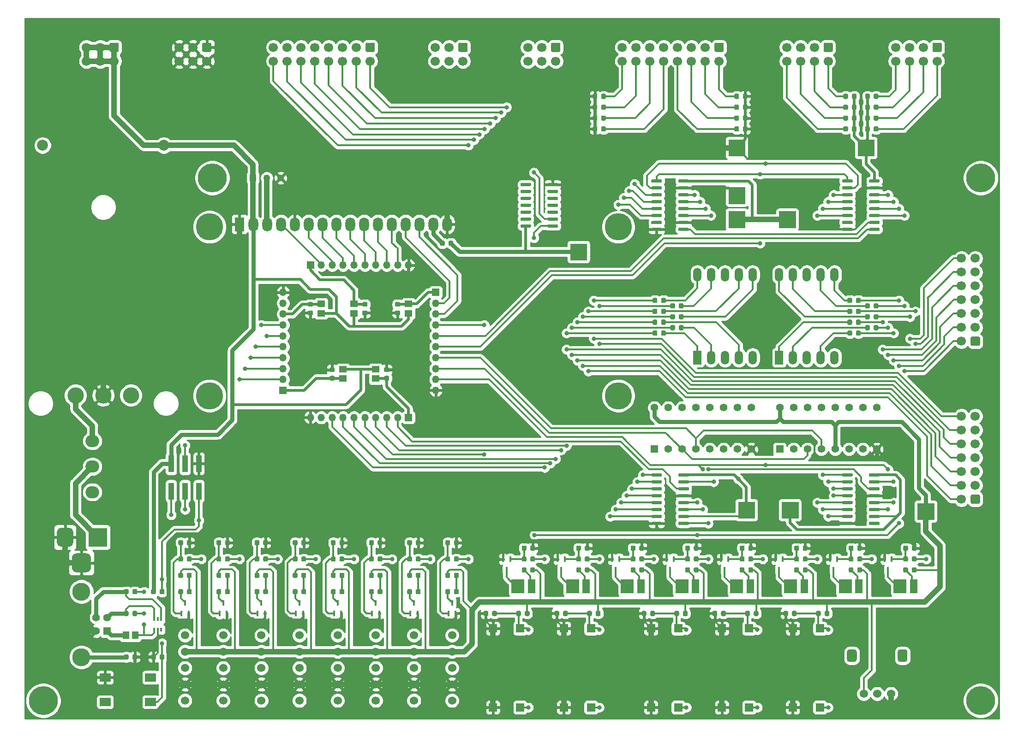
<source format=gtl>
G04 #@! TF.GenerationSoftware,KiCad,Pcbnew,(5.1.6)-1*
G04 #@! TF.CreationDate,2021-10-19T00:56:06+07:00*
G04 #@! TF.ProjectId,digitalSystemBoard,64696769-7461-46c5-9379-7374656d426f,rev?*
G04 #@! TF.SameCoordinates,Original*
G04 #@! TF.FileFunction,Copper,L1,Top*
G04 #@! TF.FilePolarity,Positive*
%FSLAX46Y46*%
G04 Gerber Fmt 4.6, Leading zero omitted, Abs format (unit mm)*
G04 Created by KiCad (PCBNEW (5.1.6)-1) date 2021-10-19 00:56:06*
%MOMM*%
%LPD*%
G01*
G04 APERTURE LIST*
G04 #@! TA.AperFunction,EtchedComponent*
%ADD10C,0.100000*%
G04 #@! TD*
G04 #@! TA.AperFunction,WasherPad*
%ADD11C,5.000000*%
G04 #@! TD*
G04 #@! TA.AperFunction,ComponentPad*
%ADD12O,1.800000X2.600000*%
G04 #@! TD*
G04 #@! TA.AperFunction,ComponentPad*
%ADD13R,1.800000X2.600000*%
G04 #@! TD*
G04 #@! TA.AperFunction,SMDPad,CuDef*
%ADD14R,1.470000X1.200000*%
G04 #@! TD*
G04 #@! TA.AperFunction,ComponentPad*
%ADD15C,0.750000*%
G04 #@! TD*
G04 #@! TA.AperFunction,ComponentPad*
%ADD16O,1.350000X1.350000*%
G04 #@! TD*
G04 #@! TA.AperFunction,ComponentPad*
%ADD17R,1.350000X1.350000*%
G04 #@! TD*
G04 #@! TA.AperFunction,SMDPad,CuDef*
%ADD18R,1.399997X2.599995*%
G04 #@! TD*
G04 #@! TA.AperFunction,SMDPad,CuDef*
%ADD19R,2.399995X2.599995*%
G04 #@! TD*
G04 #@! TA.AperFunction,SMDPad,CuDef*
%ADD20R,2.000000X1.500000*%
G04 #@! TD*
G04 #@! TA.AperFunction,ComponentPad*
%ADD21C,3.000000*%
G04 #@! TD*
G04 #@! TA.AperFunction,ComponentPad*
%ADD22C,1.248000*%
G04 #@! TD*
G04 #@! TA.AperFunction,ComponentPad*
%ADD23R,1.248000X1.248000*%
G04 #@! TD*
G04 #@! TA.AperFunction,ComponentPad*
%ADD24C,2.000000*%
G04 #@! TD*
G04 #@! TA.AperFunction,ComponentPad*
%ADD25O,2.500000X2.250000*%
G04 #@! TD*
G04 #@! TA.AperFunction,SMDPad,CuDef*
%ADD26R,1.500000X1.500000*%
G04 #@! TD*
G04 #@! TA.AperFunction,SMDPad,CuDef*
%ADD27R,0.457200X1.117600*%
G04 #@! TD*
G04 #@! TA.AperFunction,ComponentPad*
%ADD28R,1.524000X2.524000*%
G04 #@! TD*
G04 #@! TA.AperFunction,ComponentPad*
%ADD29O,1.524000X2.524000*%
G04 #@! TD*
G04 #@! TA.AperFunction,ComponentPad*
%ADD30C,1.700000*%
G04 #@! TD*
G04 #@! TA.AperFunction,ComponentPad*
%ADD31C,1.397000*%
G04 #@! TD*
G04 #@! TA.AperFunction,ComponentPad*
%ADD32R,1.397000X1.397000*%
G04 #@! TD*
G04 #@! TA.AperFunction,WasherPad*
%ADD33C,1.524000*%
G04 #@! TD*
G04 #@! TA.AperFunction,ComponentPad*
%ADD34C,1.524000*%
G04 #@! TD*
G04 #@! TA.AperFunction,ComponentPad*
%ADD35R,3.500000X3.500000*%
G04 #@! TD*
G04 #@! TA.AperFunction,SMDPad,CuDef*
%ADD36R,1.000000X3.150000*%
G04 #@! TD*
G04 #@! TA.AperFunction,WasherPad*
%ADD37C,5.300000*%
G04 #@! TD*
G04 #@! TA.AperFunction,ComponentPad*
%ADD38R,1.408000X1.408000*%
G04 #@! TD*
G04 #@! TA.AperFunction,ComponentPad*
%ADD39C,1.408000*%
G04 #@! TD*
G04 #@! TA.AperFunction,ComponentPad*
%ADD40C,3.316000*%
G04 #@! TD*
G04 #@! TA.AperFunction,SMDPad,CuDef*
%ADD41R,1.200000X1.470000*%
G04 #@! TD*
G04 #@! TA.AperFunction,Conductor*
%ADD42R,0.350000X0.800000*%
G04 #@! TD*
G04 #@! TA.AperFunction,ViaPad*
%ADD43C,0.800000*%
G04 #@! TD*
G04 #@! TA.AperFunction,Conductor*
%ADD44C,0.350000*%
G04 #@! TD*
G04 #@! TA.AperFunction,Conductor*
%ADD45C,0.500000*%
G04 #@! TD*
G04 #@! TA.AperFunction,Conductor*
%ADD46C,1.000000*%
G04 #@! TD*
G04 #@! TA.AperFunction,Conductor*
%ADD47C,0.750000*%
G04 #@! TD*
G04 #@! TA.AperFunction,Conductor*
%ADD48C,0.254000*%
G04 #@! TD*
G04 APERTURE END LIST*
D10*
G36*
X184500000Y-122500000D02*
G01*
X181500000Y-122500000D01*
X181500000Y-119500000D01*
X184500000Y-119500000D01*
X184500000Y-122500000D01*
G37*
X184500000Y-122500000D02*
X181500000Y-122500000D01*
X181500000Y-119500000D01*
X184500000Y-119500000D01*
X184500000Y-122500000D01*
G36*
X192500000Y-122500000D02*
G01*
X189500000Y-122500000D01*
X189500000Y-119500000D01*
X192500000Y-119500000D01*
X192500000Y-122500000D01*
G37*
X192500000Y-122500000D02*
X189500000Y-122500000D01*
X189500000Y-119500000D01*
X192500000Y-119500000D01*
X192500000Y-122500000D01*
G36*
X217410000Y-122750000D02*
G01*
X214410000Y-122750000D01*
X214410000Y-119750000D01*
X217410000Y-119750000D01*
X217410000Y-122750000D01*
G37*
X217410000Y-122750000D02*
X214410000Y-122750000D01*
X214410000Y-119750000D01*
X217410000Y-119750000D01*
X217410000Y-122750000D01*
G36*
X182720000Y-55960000D02*
G01*
X179720000Y-55960000D01*
X179720000Y-52960000D01*
X182720000Y-52960000D01*
X182720000Y-55960000D01*
G37*
X182720000Y-55960000D02*
X179720000Y-55960000D01*
X179720000Y-52960000D01*
X182720000Y-52960000D01*
X182720000Y-55960000D01*
G36*
X182720000Y-64700000D02*
G01*
X179720000Y-64700000D01*
X179720000Y-61700000D01*
X182720000Y-61700000D01*
X182720000Y-64700000D01*
G37*
X182720000Y-64700000D02*
X179720000Y-64700000D01*
X179720000Y-61700000D01*
X182720000Y-61700000D01*
X182720000Y-64700000D01*
G36*
X192010000Y-69110000D02*
G01*
X189010000Y-69110000D01*
X189010000Y-66110000D01*
X192010000Y-66110000D01*
X192010000Y-69110000D01*
G37*
X192010000Y-69110000D02*
X189010000Y-69110000D01*
X189010000Y-66110000D01*
X192010000Y-66110000D01*
X192010000Y-69110000D01*
G36*
X206450000Y-55960000D02*
G01*
X203450000Y-55960000D01*
X203450000Y-52960000D01*
X206450000Y-52960000D01*
X206450000Y-55960000D01*
G37*
X206450000Y-55960000D02*
X203450000Y-55960000D01*
X203450000Y-52960000D01*
X206450000Y-52960000D01*
X206450000Y-55960000D01*
G36*
X182720000Y-69110000D02*
G01*
X179720000Y-69110000D01*
X179720000Y-66110000D01*
X182720000Y-66110000D01*
X182720000Y-69110000D01*
G37*
X182720000Y-69110000D02*
X179720000Y-69110000D01*
X179720000Y-66110000D01*
X182720000Y-66110000D01*
X182720000Y-69110000D01*
G36*
X153710000Y-75070000D02*
G01*
X150710000Y-75070000D01*
X150710000Y-72070000D01*
X153710000Y-72070000D01*
X153710000Y-75070000D01*
G37*
X153710000Y-75070000D02*
X150710000Y-75070000D01*
X150710000Y-72070000D01*
X153710000Y-72070000D01*
X153710000Y-75070000D01*
D11*
X159500000Y-69000000D03*
X159500000Y-100000000D03*
X84500000Y-100000000D03*
X84500000Y-69000000D03*
D12*
X128100000Y-68500000D03*
X125560000Y-68500000D03*
X123020000Y-68500000D03*
X120480000Y-68500000D03*
X117940000Y-68500000D03*
X115400000Y-68500000D03*
X112860000Y-68500000D03*
X110320000Y-68500000D03*
X107780000Y-68500000D03*
X105240000Y-68500000D03*
X102700000Y-68500000D03*
X100160000Y-68500000D03*
X97620000Y-68500000D03*
X95080000Y-68500000D03*
X92540000Y-68500000D03*
D13*
X90000000Y-68500000D03*
D14*
X115000000Y-95140000D03*
X115000000Y-96860000D03*
X109000000Y-95140000D03*
X109000000Y-96860000D03*
X105000000Y-84860000D03*
X105000000Y-83140000D03*
X111000000Y-84860000D03*
X111000000Y-83140000D03*
X121000000Y-84860000D03*
X121000000Y-83140000D03*
G04 #@! TA.AperFunction,SMDPad,CuDef*
G36*
G01*
X117256250Y-95650000D02*
X116743750Y-95650000D01*
G75*
G02*
X116525000Y-95431250I0J218750D01*
G01*
X116525000Y-94993750D01*
G75*
G02*
X116743750Y-94775000I218750J0D01*
G01*
X117256250Y-94775000D01*
G75*
G02*
X117475000Y-94993750I0J-218750D01*
G01*
X117475000Y-95431250D01*
G75*
G02*
X117256250Y-95650000I-218750J0D01*
G01*
G37*
G04 #@! TD.AperFunction*
G04 #@! TA.AperFunction,SMDPad,CuDef*
G36*
G01*
X117256250Y-97225000D02*
X116743750Y-97225000D01*
G75*
G02*
X116525000Y-97006250I0J218750D01*
G01*
X116525000Y-96568750D01*
G75*
G02*
X116743750Y-96350000I218750J0D01*
G01*
X117256250Y-96350000D01*
G75*
G02*
X117475000Y-96568750I0J-218750D01*
G01*
X117475000Y-97006250D01*
G75*
G02*
X117256250Y-97225000I-218750J0D01*
G01*
G37*
G04 #@! TD.AperFunction*
G04 #@! TA.AperFunction,SMDPad,CuDef*
G36*
G01*
X107256250Y-95650000D02*
X106743750Y-95650000D01*
G75*
G02*
X106525000Y-95431250I0J218750D01*
G01*
X106525000Y-94993750D01*
G75*
G02*
X106743750Y-94775000I218750J0D01*
G01*
X107256250Y-94775000D01*
G75*
G02*
X107475000Y-94993750I0J-218750D01*
G01*
X107475000Y-95431250D01*
G75*
G02*
X107256250Y-95650000I-218750J0D01*
G01*
G37*
G04 #@! TD.AperFunction*
G04 #@! TA.AperFunction,SMDPad,CuDef*
G36*
G01*
X107256250Y-97225000D02*
X106743750Y-97225000D01*
G75*
G02*
X106525000Y-97006250I0J218750D01*
G01*
X106525000Y-96568750D01*
G75*
G02*
X106743750Y-96350000I218750J0D01*
G01*
X107256250Y-96350000D01*
G75*
G02*
X107475000Y-96568750I0J-218750D01*
G01*
X107475000Y-97006250D01*
G75*
G02*
X107256250Y-97225000I-218750J0D01*
G01*
G37*
G04 #@! TD.AperFunction*
G04 #@! TA.AperFunction,SMDPad,CuDef*
G36*
G01*
X102743750Y-84350000D02*
X103256250Y-84350000D01*
G75*
G02*
X103475000Y-84568750I0J-218750D01*
G01*
X103475000Y-85006250D01*
G75*
G02*
X103256250Y-85225000I-218750J0D01*
G01*
X102743750Y-85225000D01*
G75*
G02*
X102525000Y-85006250I0J218750D01*
G01*
X102525000Y-84568750D01*
G75*
G02*
X102743750Y-84350000I218750J0D01*
G01*
G37*
G04 #@! TD.AperFunction*
G04 #@! TA.AperFunction,SMDPad,CuDef*
G36*
G01*
X102743750Y-82775000D02*
X103256250Y-82775000D01*
G75*
G02*
X103475000Y-82993750I0J-218750D01*
G01*
X103475000Y-83431250D01*
G75*
G02*
X103256250Y-83650000I-218750J0D01*
G01*
X102743750Y-83650000D01*
G75*
G02*
X102525000Y-83431250I0J218750D01*
G01*
X102525000Y-82993750D01*
G75*
G02*
X102743750Y-82775000I218750J0D01*
G01*
G37*
G04 #@! TD.AperFunction*
G04 #@! TA.AperFunction,SMDPad,CuDef*
G36*
G01*
X112743750Y-84350000D02*
X113256250Y-84350000D01*
G75*
G02*
X113475000Y-84568750I0J-218750D01*
G01*
X113475000Y-85006250D01*
G75*
G02*
X113256250Y-85225000I-218750J0D01*
G01*
X112743750Y-85225000D01*
G75*
G02*
X112525000Y-85006250I0J218750D01*
G01*
X112525000Y-84568750D01*
G75*
G02*
X112743750Y-84350000I218750J0D01*
G01*
G37*
G04 #@! TD.AperFunction*
G04 #@! TA.AperFunction,SMDPad,CuDef*
G36*
G01*
X112743750Y-82775000D02*
X113256250Y-82775000D01*
G75*
G02*
X113475000Y-82993750I0J-218750D01*
G01*
X113475000Y-83431250D01*
G75*
G02*
X113256250Y-83650000I-218750J0D01*
G01*
X112743750Y-83650000D01*
G75*
G02*
X112525000Y-83431250I0J218750D01*
G01*
X112525000Y-82993750D01*
G75*
G02*
X112743750Y-82775000I218750J0D01*
G01*
G37*
G04 #@! TD.AperFunction*
G04 #@! TA.AperFunction,SMDPad,CuDef*
G36*
G01*
X118743750Y-84350000D02*
X119256250Y-84350000D01*
G75*
G02*
X119475000Y-84568750I0J-218750D01*
G01*
X119475000Y-85006250D01*
G75*
G02*
X119256250Y-85225000I-218750J0D01*
G01*
X118743750Y-85225000D01*
G75*
G02*
X118525000Y-85006250I0J218750D01*
G01*
X118525000Y-84568750D01*
G75*
G02*
X118743750Y-84350000I218750J0D01*
G01*
G37*
G04 #@! TD.AperFunction*
G04 #@! TA.AperFunction,SMDPad,CuDef*
G36*
G01*
X118743750Y-82775000D02*
X119256250Y-82775000D01*
G75*
G02*
X119475000Y-82993750I0J-218750D01*
G01*
X119475000Y-83431250D01*
G75*
G02*
X119256250Y-83650000I-218750J0D01*
G01*
X118743750Y-83650000D01*
G75*
G02*
X118525000Y-83431250I0J218750D01*
G01*
X118525000Y-82993750D01*
G75*
G02*
X118743750Y-82775000I218750J0D01*
G01*
G37*
G04 #@! TD.AperFunction*
D15*
X184000000Y-122000000D03*
X182000000Y-122000000D03*
X182000000Y-120000000D03*
X184000000Y-120000000D03*
X183000000Y-121000000D03*
X191000000Y-121000000D03*
X192000000Y-120000000D03*
X190000000Y-120000000D03*
X190000000Y-122000000D03*
X192000000Y-122000000D03*
X216910000Y-122250000D03*
X214910000Y-122250000D03*
X214910000Y-120250000D03*
X216910000Y-120250000D03*
X215910000Y-121250000D03*
X181220000Y-54460000D03*
X182220000Y-53460000D03*
X180220000Y-53460000D03*
X180220000Y-55460000D03*
X182220000Y-55460000D03*
X182220000Y-64200000D03*
X180220000Y-64200000D03*
X180220000Y-62200000D03*
X182220000Y-62200000D03*
X181220000Y-63200000D03*
X190510000Y-67610000D03*
X191510000Y-66610000D03*
X189510000Y-66610000D03*
X189510000Y-68610000D03*
X191510000Y-68610000D03*
X205950000Y-55460000D03*
X203950000Y-55460000D03*
X203950000Y-53460000D03*
X205950000Y-53460000D03*
X204950000Y-54460000D03*
X182220000Y-68610000D03*
X180220000Y-68610000D03*
X180220000Y-66610000D03*
X182220000Y-66610000D03*
X181220000Y-67610000D03*
X153210000Y-74570000D03*
X151210000Y-74570000D03*
X151210000Y-72570000D03*
X153210000Y-72570000D03*
X152210000Y-73570000D03*
D16*
X98000000Y-81000000D03*
X98000000Y-83000000D03*
X98000000Y-85000000D03*
X98000000Y-87000000D03*
X98000000Y-89000000D03*
X98000000Y-91000000D03*
X98000000Y-93000000D03*
X98000000Y-95000000D03*
X98000000Y-97000000D03*
D17*
X98000000Y-99000000D03*
D16*
X103000000Y-104000000D03*
X105000000Y-104000000D03*
X107000000Y-104000000D03*
X109000000Y-104000000D03*
X111000000Y-104000000D03*
X113000000Y-104000000D03*
X115000000Y-104000000D03*
X117000000Y-104000000D03*
X119000000Y-104000000D03*
D17*
X121000000Y-104000000D03*
D16*
X126000000Y-99000000D03*
X126000000Y-97000000D03*
X126000000Y-95000000D03*
X126000000Y-93000000D03*
X126000000Y-91000000D03*
X126000000Y-89000000D03*
X126000000Y-87000000D03*
X126000000Y-85000000D03*
X126000000Y-83000000D03*
D17*
X126000000Y-81000000D03*
D16*
X121000000Y-76000000D03*
X119000000Y-76000000D03*
X117000000Y-76000000D03*
X115000000Y-76000000D03*
X113000000Y-76000000D03*
X111000000Y-76000000D03*
X109000000Y-76000000D03*
X107000000Y-76000000D03*
X105000000Y-76000000D03*
D17*
X103000000Y-76000000D03*
D18*
X213682909Y-134981000D03*
D19*
X211183041Y-134981000D03*
D18*
X203649909Y-134981000D03*
D19*
X201150041Y-134981000D03*
D18*
X193616909Y-134981000D03*
D19*
X191117041Y-134981000D03*
D18*
X183710909Y-134981000D03*
D19*
X181211041Y-134981000D03*
D18*
X173677909Y-134981000D03*
D19*
X171178041Y-134981000D03*
D18*
X163644909Y-134981000D03*
D19*
X161145041Y-134981000D03*
D18*
X153611909Y-134981000D03*
D19*
X151112041Y-134981000D03*
D20*
X73650000Y-156250000D03*
X73650000Y-151750000D03*
X65350000Y-156250000D03*
X65350000Y-151750000D03*
D18*
X143578909Y-134981000D03*
D19*
X141079041Y-134981000D03*
D21*
X70080000Y-99920000D03*
X59920000Y-99920000D03*
X65000000Y-99920000D03*
G04 #@! TA.AperFunction,SMDPad,CuDef*
G36*
G01*
X205500000Y-114705000D02*
X205500000Y-114405000D01*
G75*
G02*
X205650000Y-114255000I150000J0D01*
G01*
X207300000Y-114255000D01*
G75*
G02*
X207450000Y-114405000I0J-150000D01*
G01*
X207450000Y-114705000D01*
G75*
G02*
X207300000Y-114855000I-150000J0D01*
G01*
X205650000Y-114855000D01*
G75*
G02*
X205500000Y-114705000I0J150000D01*
G01*
G37*
G04 #@! TD.AperFunction*
G04 #@! TA.AperFunction,SMDPad,CuDef*
G36*
G01*
X205500000Y-115975000D02*
X205500000Y-115675000D01*
G75*
G02*
X205650000Y-115525000I150000J0D01*
G01*
X207300000Y-115525000D01*
G75*
G02*
X207450000Y-115675000I0J-150000D01*
G01*
X207450000Y-115975000D01*
G75*
G02*
X207300000Y-116125000I-150000J0D01*
G01*
X205650000Y-116125000D01*
G75*
G02*
X205500000Y-115975000I0J150000D01*
G01*
G37*
G04 #@! TD.AperFunction*
G04 #@! TA.AperFunction,SMDPad,CuDef*
G36*
G01*
X205500000Y-117245000D02*
X205500000Y-116945000D01*
G75*
G02*
X205650000Y-116795000I150000J0D01*
G01*
X207300000Y-116795000D01*
G75*
G02*
X207450000Y-116945000I0J-150000D01*
G01*
X207450000Y-117245000D01*
G75*
G02*
X207300000Y-117395000I-150000J0D01*
G01*
X205650000Y-117395000D01*
G75*
G02*
X205500000Y-117245000I0J150000D01*
G01*
G37*
G04 #@! TD.AperFunction*
G04 #@! TA.AperFunction,SMDPad,CuDef*
G36*
G01*
X205500000Y-118515000D02*
X205500000Y-118215000D01*
G75*
G02*
X205650000Y-118065000I150000J0D01*
G01*
X207300000Y-118065000D01*
G75*
G02*
X207450000Y-118215000I0J-150000D01*
G01*
X207450000Y-118515000D01*
G75*
G02*
X207300000Y-118665000I-150000J0D01*
G01*
X205650000Y-118665000D01*
G75*
G02*
X205500000Y-118515000I0J150000D01*
G01*
G37*
G04 #@! TD.AperFunction*
G04 #@! TA.AperFunction,SMDPad,CuDef*
G36*
G01*
X205500000Y-119785000D02*
X205500000Y-119485000D01*
G75*
G02*
X205650000Y-119335000I150000J0D01*
G01*
X207300000Y-119335000D01*
G75*
G02*
X207450000Y-119485000I0J-150000D01*
G01*
X207450000Y-119785000D01*
G75*
G02*
X207300000Y-119935000I-150000J0D01*
G01*
X205650000Y-119935000D01*
G75*
G02*
X205500000Y-119785000I0J150000D01*
G01*
G37*
G04 #@! TD.AperFunction*
G04 #@! TA.AperFunction,SMDPad,CuDef*
G36*
G01*
X205500000Y-121055000D02*
X205500000Y-120755000D01*
G75*
G02*
X205650000Y-120605000I150000J0D01*
G01*
X207300000Y-120605000D01*
G75*
G02*
X207450000Y-120755000I0J-150000D01*
G01*
X207450000Y-121055000D01*
G75*
G02*
X207300000Y-121205000I-150000J0D01*
G01*
X205650000Y-121205000D01*
G75*
G02*
X205500000Y-121055000I0J150000D01*
G01*
G37*
G04 #@! TD.AperFunction*
G04 #@! TA.AperFunction,SMDPad,CuDef*
G36*
G01*
X205500000Y-122325000D02*
X205500000Y-122025000D01*
G75*
G02*
X205650000Y-121875000I150000J0D01*
G01*
X207300000Y-121875000D01*
G75*
G02*
X207450000Y-122025000I0J-150000D01*
G01*
X207450000Y-122325000D01*
G75*
G02*
X207300000Y-122475000I-150000J0D01*
G01*
X205650000Y-122475000D01*
G75*
G02*
X205500000Y-122325000I0J150000D01*
G01*
G37*
G04 #@! TD.AperFunction*
G04 #@! TA.AperFunction,SMDPad,CuDef*
G36*
G01*
X205500000Y-123595000D02*
X205500000Y-123295000D01*
G75*
G02*
X205650000Y-123145000I150000J0D01*
G01*
X207300000Y-123145000D01*
G75*
G02*
X207450000Y-123295000I0J-150000D01*
G01*
X207450000Y-123595000D01*
G75*
G02*
X207300000Y-123745000I-150000J0D01*
G01*
X205650000Y-123745000D01*
G75*
G02*
X205500000Y-123595000I0J150000D01*
G01*
G37*
G04 #@! TD.AperFunction*
G04 #@! TA.AperFunction,SMDPad,CuDef*
G36*
G01*
X200550000Y-123595000D02*
X200550000Y-123295000D01*
G75*
G02*
X200700000Y-123145000I150000J0D01*
G01*
X202350000Y-123145000D01*
G75*
G02*
X202500000Y-123295000I0J-150000D01*
G01*
X202500000Y-123595000D01*
G75*
G02*
X202350000Y-123745000I-150000J0D01*
G01*
X200700000Y-123745000D01*
G75*
G02*
X200550000Y-123595000I0J150000D01*
G01*
G37*
G04 #@! TD.AperFunction*
G04 #@! TA.AperFunction,SMDPad,CuDef*
G36*
G01*
X200550000Y-122325000D02*
X200550000Y-122025000D01*
G75*
G02*
X200700000Y-121875000I150000J0D01*
G01*
X202350000Y-121875000D01*
G75*
G02*
X202500000Y-122025000I0J-150000D01*
G01*
X202500000Y-122325000D01*
G75*
G02*
X202350000Y-122475000I-150000J0D01*
G01*
X200700000Y-122475000D01*
G75*
G02*
X200550000Y-122325000I0J150000D01*
G01*
G37*
G04 #@! TD.AperFunction*
G04 #@! TA.AperFunction,SMDPad,CuDef*
G36*
G01*
X200550000Y-121055000D02*
X200550000Y-120755000D01*
G75*
G02*
X200700000Y-120605000I150000J0D01*
G01*
X202350000Y-120605000D01*
G75*
G02*
X202500000Y-120755000I0J-150000D01*
G01*
X202500000Y-121055000D01*
G75*
G02*
X202350000Y-121205000I-150000J0D01*
G01*
X200700000Y-121205000D01*
G75*
G02*
X200550000Y-121055000I0J150000D01*
G01*
G37*
G04 #@! TD.AperFunction*
G04 #@! TA.AperFunction,SMDPad,CuDef*
G36*
G01*
X200550000Y-119785000D02*
X200550000Y-119485000D01*
G75*
G02*
X200700000Y-119335000I150000J0D01*
G01*
X202350000Y-119335000D01*
G75*
G02*
X202500000Y-119485000I0J-150000D01*
G01*
X202500000Y-119785000D01*
G75*
G02*
X202350000Y-119935000I-150000J0D01*
G01*
X200700000Y-119935000D01*
G75*
G02*
X200550000Y-119785000I0J150000D01*
G01*
G37*
G04 #@! TD.AperFunction*
G04 #@! TA.AperFunction,SMDPad,CuDef*
G36*
G01*
X200550000Y-118515000D02*
X200550000Y-118215000D01*
G75*
G02*
X200700000Y-118065000I150000J0D01*
G01*
X202350000Y-118065000D01*
G75*
G02*
X202500000Y-118215000I0J-150000D01*
G01*
X202500000Y-118515000D01*
G75*
G02*
X202350000Y-118665000I-150000J0D01*
G01*
X200700000Y-118665000D01*
G75*
G02*
X200550000Y-118515000I0J150000D01*
G01*
G37*
G04 #@! TD.AperFunction*
G04 #@! TA.AperFunction,SMDPad,CuDef*
G36*
G01*
X200550000Y-117245000D02*
X200550000Y-116945000D01*
G75*
G02*
X200700000Y-116795000I150000J0D01*
G01*
X202350000Y-116795000D01*
G75*
G02*
X202500000Y-116945000I0J-150000D01*
G01*
X202500000Y-117245000D01*
G75*
G02*
X202350000Y-117395000I-150000J0D01*
G01*
X200700000Y-117395000D01*
G75*
G02*
X200550000Y-117245000I0J150000D01*
G01*
G37*
G04 #@! TD.AperFunction*
G04 #@! TA.AperFunction,SMDPad,CuDef*
G36*
G01*
X200550000Y-115975000D02*
X200550000Y-115675000D01*
G75*
G02*
X200700000Y-115525000I150000J0D01*
G01*
X202350000Y-115525000D01*
G75*
G02*
X202500000Y-115675000I0J-150000D01*
G01*
X202500000Y-115975000D01*
G75*
G02*
X202350000Y-116125000I-150000J0D01*
G01*
X200700000Y-116125000D01*
G75*
G02*
X200550000Y-115975000I0J150000D01*
G01*
G37*
G04 #@! TD.AperFunction*
G04 #@! TA.AperFunction,SMDPad,CuDef*
G36*
G01*
X200550000Y-114705000D02*
X200550000Y-114405000D01*
G75*
G02*
X200700000Y-114255000I150000J0D01*
G01*
X202350000Y-114255000D01*
G75*
G02*
X202500000Y-114405000I0J-150000D01*
G01*
X202500000Y-114705000D01*
G75*
G02*
X202350000Y-114855000I-150000J0D01*
G01*
X200700000Y-114855000D01*
G75*
G02*
X200550000Y-114705000I0J150000D01*
G01*
G37*
G04 #@! TD.AperFunction*
G04 #@! TA.AperFunction,SMDPad,CuDef*
G36*
G01*
X170500000Y-114705000D02*
X170500000Y-114405000D01*
G75*
G02*
X170650000Y-114255000I150000J0D01*
G01*
X172300000Y-114255000D01*
G75*
G02*
X172450000Y-114405000I0J-150000D01*
G01*
X172450000Y-114705000D01*
G75*
G02*
X172300000Y-114855000I-150000J0D01*
G01*
X170650000Y-114855000D01*
G75*
G02*
X170500000Y-114705000I0J150000D01*
G01*
G37*
G04 #@! TD.AperFunction*
G04 #@! TA.AperFunction,SMDPad,CuDef*
G36*
G01*
X170500000Y-115975000D02*
X170500000Y-115675000D01*
G75*
G02*
X170650000Y-115525000I150000J0D01*
G01*
X172300000Y-115525000D01*
G75*
G02*
X172450000Y-115675000I0J-150000D01*
G01*
X172450000Y-115975000D01*
G75*
G02*
X172300000Y-116125000I-150000J0D01*
G01*
X170650000Y-116125000D01*
G75*
G02*
X170500000Y-115975000I0J150000D01*
G01*
G37*
G04 #@! TD.AperFunction*
G04 #@! TA.AperFunction,SMDPad,CuDef*
G36*
G01*
X170500000Y-117245000D02*
X170500000Y-116945000D01*
G75*
G02*
X170650000Y-116795000I150000J0D01*
G01*
X172300000Y-116795000D01*
G75*
G02*
X172450000Y-116945000I0J-150000D01*
G01*
X172450000Y-117245000D01*
G75*
G02*
X172300000Y-117395000I-150000J0D01*
G01*
X170650000Y-117395000D01*
G75*
G02*
X170500000Y-117245000I0J150000D01*
G01*
G37*
G04 #@! TD.AperFunction*
G04 #@! TA.AperFunction,SMDPad,CuDef*
G36*
G01*
X170500000Y-118515000D02*
X170500000Y-118215000D01*
G75*
G02*
X170650000Y-118065000I150000J0D01*
G01*
X172300000Y-118065000D01*
G75*
G02*
X172450000Y-118215000I0J-150000D01*
G01*
X172450000Y-118515000D01*
G75*
G02*
X172300000Y-118665000I-150000J0D01*
G01*
X170650000Y-118665000D01*
G75*
G02*
X170500000Y-118515000I0J150000D01*
G01*
G37*
G04 #@! TD.AperFunction*
G04 #@! TA.AperFunction,SMDPad,CuDef*
G36*
G01*
X170500000Y-119785000D02*
X170500000Y-119485000D01*
G75*
G02*
X170650000Y-119335000I150000J0D01*
G01*
X172300000Y-119335000D01*
G75*
G02*
X172450000Y-119485000I0J-150000D01*
G01*
X172450000Y-119785000D01*
G75*
G02*
X172300000Y-119935000I-150000J0D01*
G01*
X170650000Y-119935000D01*
G75*
G02*
X170500000Y-119785000I0J150000D01*
G01*
G37*
G04 #@! TD.AperFunction*
G04 #@! TA.AperFunction,SMDPad,CuDef*
G36*
G01*
X170500000Y-121055000D02*
X170500000Y-120755000D01*
G75*
G02*
X170650000Y-120605000I150000J0D01*
G01*
X172300000Y-120605000D01*
G75*
G02*
X172450000Y-120755000I0J-150000D01*
G01*
X172450000Y-121055000D01*
G75*
G02*
X172300000Y-121205000I-150000J0D01*
G01*
X170650000Y-121205000D01*
G75*
G02*
X170500000Y-121055000I0J150000D01*
G01*
G37*
G04 #@! TD.AperFunction*
G04 #@! TA.AperFunction,SMDPad,CuDef*
G36*
G01*
X170500000Y-122325000D02*
X170500000Y-122025000D01*
G75*
G02*
X170650000Y-121875000I150000J0D01*
G01*
X172300000Y-121875000D01*
G75*
G02*
X172450000Y-122025000I0J-150000D01*
G01*
X172450000Y-122325000D01*
G75*
G02*
X172300000Y-122475000I-150000J0D01*
G01*
X170650000Y-122475000D01*
G75*
G02*
X170500000Y-122325000I0J150000D01*
G01*
G37*
G04 #@! TD.AperFunction*
G04 #@! TA.AperFunction,SMDPad,CuDef*
G36*
G01*
X170500000Y-123595000D02*
X170500000Y-123295000D01*
G75*
G02*
X170650000Y-123145000I150000J0D01*
G01*
X172300000Y-123145000D01*
G75*
G02*
X172450000Y-123295000I0J-150000D01*
G01*
X172450000Y-123595000D01*
G75*
G02*
X172300000Y-123745000I-150000J0D01*
G01*
X170650000Y-123745000D01*
G75*
G02*
X170500000Y-123595000I0J150000D01*
G01*
G37*
G04 #@! TD.AperFunction*
G04 #@! TA.AperFunction,SMDPad,CuDef*
G36*
G01*
X165550000Y-123595000D02*
X165550000Y-123295000D01*
G75*
G02*
X165700000Y-123145000I150000J0D01*
G01*
X167350000Y-123145000D01*
G75*
G02*
X167500000Y-123295000I0J-150000D01*
G01*
X167500000Y-123595000D01*
G75*
G02*
X167350000Y-123745000I-150000J0D01*
G01*
X165700000Y-123745000D01*
G75*
G02*
X165550000Y-123595000I0J150000D01*
G01*
G37*
G04 #@! TD.AperFunction*
G04 #@! TA.AperFunction,SMDPad,CuDef*
G36*
G01*
X165550000Y-122325000D02*
X165550000Y-122025000D01*
G75*
G02*
X165700000Y-121875000I150000J0D01*
G01*
X167350000Y-121875000D01*
G75*
G02*
X167500000Y-122025000I0J-150000D01*
G01*
X167500000Y-122325000D01*
G75*
G02*
X167350000Y-122475000I-150000J0D01*
G01*
X165700000Y-122475000D01*
G75*
G02*
X165550000Y-122325000I0J150000D01*
G01*
G37*
G04 #@! TD.AperFunction*
G04 #@! TA.AperFunction,SMDPad,CuDef*
G36*
G01*
X165550000Y-121055000D02*
X165550000Y-120755000D01*
G75*
G02*
X165700000Y-120605000I150000J0D01*
G01*
X167350000Y-120605000D01*
G75*
G02*
X167500000Y-120755000I0J-150000D01*
G01*
X167500000Y-121055000D01*
G75*
G02*
X167350000Y-121205000I-150000J0D01*
G01*
X165700000Y-121205000D01*
G75*
G02*
X165550000Y-121055000I0J150000D01*
G01*
G37*
G04 #@! TD.AperFunction*
G04 #@! TA.AperFunction,SMDPad,CuDef*
G36*
G01*
X165550000Y-119785000D02*
X165550000Y-119485000D01*
G75*
G02*
X165700000Y-119335000I150000J0D01*
G01*
X167350000Y-119335000D01*
G75*
G02*
X167500000Y-119485000I0J-150000D01*
G01*
X167500000Y-119785000D01*
G75*
G02*
X167350000Y-119935000I-150000J0D01*
G01*
X165700000Y-119935000D01*
G75*
G02*
X165550000Y-119785000I0J150000D01*
G01*
G37*
G04 #@! TD.AperFunction*
G04 #@! TA.AperFunction,SMDPad,CuDef*
G36*
G01*
X165550000Y-118515000D02*
X165550000Y-118215000D01*
G75*
G02*
X165700000Y-118065000I150000J0D01*
G01*
X167350000Y-118065000D01*
G75*
G02*
X167500000Y-118215000I0J-150000D01*
G01*
X167500000Y-118515000D01*
G75*
G02*
X167350000Y-118665000I-150000J0D01*
G01*
X165700000Y-118665000D01*
G75*
G02*
X165550000Y-118515000I0J150000D01*
G01*
G37*
G04 #@! TD.AperFunction*
G04 #@! TA.AperFunction,SMDPad,CuDef*
G36*
G01*
X165550000Y-117245000D02*
X165550000Y-116945000D01*
G75*
G02*
X165700000Y-116795000I150000J0D01*
G01*
X167350000Y-116795000D01*
G75*
G02*
X167500000Y-116945000I0J-150000D01*
G01*
X167500000Y-117245000D01*
G75*
G02*
X167350000Y-117395000I-150000J0D01*
G01*
X165700000Y-117395000D01*
G75*
G02*
X165550000Y-117245000I0J150000D01*
G01*
G37*
G04 #@! TD.AperFunction*
G04 #@! TA.AperFunction,SMDPad,CuDef*
G36*
G01*
X165550000Y-115975000D02*
X165550000Y-115675000D01*
G75*
G02*
X165700000Y-115525000I150000J0D01*
G01*
X167350000Y-115525000D01*
G75*
G02*
X167500000Y-115675000I0J-150000D01*
G01*
X167500000Y-115975000D01*
G75*
G02*
X167350000Y-116125000I-150000J0D01*
G01*
X165700000Y-116125000D01*
G75*
G02*
X165550000Y-115975000I0J150000D01*
G01*
G37*
G04 #@! TD.AperFunction*
G04 #@! TA.AperFunction,SMDPad,CuDef*
G36*
G01*
X165550000Y-114705000D02*
X165550000Y-114405000D01*
G75*
G02*
X165700000Y-114255000I150000J0D01*
G01*
X167350000Y-114255000D01*
G75*
G02*
X167500000Y-114405000I0J-150000D01*
G01*
X167500000Y-114705000D01*
G75*
G02*
X167350000Y-114855000I-150000J0D01*
G01*
X165700000Y-114855000D01*
G75*
G02*
X165550000Y-114705000I0J150000D01*
G01*
G37*
G04 #@! TD.AperFunction*
G04 #@! TA.AperFunction,SMDPad,CuDef*
G36*
G01*
X201650000Y-50743750D02*
X201650000Y-51256250D01*
G75*
G02*
X201431250Y-51475000I-218750J0D01*
G01*
X200993750Y-51475000D01*
G75*
G02*
X200775000Y-51256250I0J218750D01*
G01*
X200775000Y-50743750D01*
G75*
G02*
X200993750Y-50525000I218750J0D01*
G01*
X201431250Y-50525000D01*
G75*
G02*
X201650000Y-50743750I0J-218750D01*
G01*
G37*
G04 #@! TD.AperFunction*
G04 #@! TA.AperFunction,SMDPad,CuDef*
G36*
G01*
X203225000Y-50743750D02*
X203225000Y-51256250D01*
G75*
G02*
X203006250Y-51475000I-218750J0D01*
G01*
X202568750Y-51475000D01*
G75*
G02*
X202350000Y-51256250I0J218750D01*
G01*
X202350000Y-50743750D01*
G75*
G02*
X202568750Y-50525000I218750J0D01*
G01*
X203006250Y-50525000D01*
G75*
G02*
X203225000Y-50743750I0J-218750D01*
G01*
G37*
G04 #@! TD.AperFunction*
G04 #@! TA.AperFunction,SMDPad,CuDef*
G36*
G01*
X201650000Y-48743750D02*
X201650000Y-49256250D01*
G75*
G02*
X201431250Y-49475000I-218750J0D01*
G01*
X200993750Y-49475000D01*
G75*
G02*
X200775000Y-49256250I0J218750D01*
G01*
X200775000Y-48743750D01*
G75*
G02*
X200993750Y-48525000I218750J0D01*
G01*
X201431250Y-48525000D01*
G75*
G02*
X201650000Y-48743750I0J-218750D01*
G01*
G37*
G04 #@! TD.AperFunction*
G04 #@! TA.AperFunction,SMDPad,CuDef*
G36*
G01*
X203225000Y-48743750D02*
X203225000Y-49256250D01*
G75*
G02*
X203006250Y-49475000I-218750J0D01*
G01*
X202568750Y-49475000D01*
G75*
G02*
X202350000Y-49256250I0J218750D01*
G01*
X202350000Y-48743750D01*
G75*
G02*
X202568750Y-48525000I218750J0D01*
G01*
X203006250Y-48525000D01*
G75*
G02*
X203225000Y-48743750I0J-218750D01*
G01*
G37*
G04 #@! TD.AperFunction*
G04 #@! TA.AperFunction,SMDPad,CuDef*
G36*
G01*
X201650000Y-46743750D02*
X201650000Y-47256250D01*
G75*
G02*
X201431250Y-47475000I-218750J0D01*
G01*
X200993750Y-47475000D01*
G75*
G02*
X200775000Y-47256250I0J218750D01*
G01*
X200775000Y-46743750D01*
G75*
G02*
X200993750Y-46525000I218750J0D01*
G01*
X201431250Y-46525000D01*
G75*
G02*
X201650000Y-46743750I0J-218750D01*
G01*
G37*
G04 #@! TD.AperFunction*
G04 #@! TA.AperFunction,SMDPad,CuDef*
G36*
G01*
X203225000Y-46743750D02*
X203225000Y-47256250D01*
G75*
G02*
X203006250Y-47475000I-218750J0D01*
G01*
X202568750Y-47475000D01*
G75*
G02*
X202350000Y-47256250I0J218750D01*
G01*
X202350000Y-46743750D01*
G75*
G02*
X202568750Y-46525000I218750J0D01*
G01*
X203006250Y-46525000D01*
G75*
G02*
X203225000Y-46743750I0J-218750D01*
G01*
G37*
G04 #@! TD.AperFunction*
G04 #@! TA.AperFunction,SMDPad,CuDef*
G36*
G01*
X201650000Y-44743750D02*
X201650000Y-45256250D01*
G75*
G02*
X201431250Y-45475000I-218750J0D01*
G01*
X200993750Y-45475000D01*
G75*
G02*
X200775000Y-45256250I0J218750D01*
G01*
X200775000Y-44743750D01*
G75*
G02*
X200993750Y-44525000I218750J0D01*
G01*
X201431250Y-44525000D01*
G75*
G02*
X201650000Y-44743750I0J-218750D01*
G01*
G37*
G04 #@! TD.AperFunction*
G04 #@! TA.AperFunction,SMDPad,CuDef*
G36*
G01*
X203225000Y-44743750D02*
X203225000Y-45256250D01*
G75*
G02*
X203006250Y-45475000I-218750J0D01*
G01*
X202568750Y-45475000D01*
G75*
G02*
X202350000Y-45256250I0J218750D01*
G01*
X202350000Y-44743750D01*
G75*
G02*
X202568750Y-44525000I218750J0D01*
G01*
X203006250Y-44525000D01*
G75*
G02*
X203225000Y-44743750I0J-218750D01*
G01*
G37*
G04 #@! TD.AperFunction*
G04 #@! TA.AperFunction,SMDPad,CuDef*
G36*
G01*
X206350000Y-45256250D02*
X206350000Y-44743750D01*
G75*
G02*
X206568750Y-44525000I218750J0D01*
G01*
X207006250Y-44525000D01*
G75*
G02*
X207225000Y-44743750I0J-218750D01*
G01*
X207225000Y-45256250D01*
G75*
G02*
X207006250Y-45475000I-218750J0D01*
G01*
X206568750Y-45475000D01*
G75*
G02*
X206350000Y-45256250I0J218750D01*
G01*
G37*
G04 #@! TD.AperFunction*
G04 #@! TA.AperFunction,SMDPad,CuDef*
G36*
G01*
X204775000Y-45256250D02*
X204775000Y-44743750D01*
G75*
G02*
X204993750Y-44525000I218750J0D01*
G01*
X205431250Y-44525000D01*
G75*
G02*
X205650000Y-44743750I0J-218750D01*
G01*
X205650000Y-45256250D01*
G75*
G02*
X205431250Y-45475000I-218750J0D01*
G01*
X204993750Y-45475000D01*
G75*
G02*
X204775000Y-45256250I0J218750D01*
G01*
G37*
G04 #@! TD.AperFunction*
G04 #@! TA.AperFunction,SMDPad,CuDef*
G36*
G01*
X206350000Y-47256250D02*
X206350000Y-46743750D01*
G75*
G02*
X206568750Y-46525000I218750J0D01*
G01*
X207006250Y-46525000D01*
G75*
G02*
X207225000Y-46743750I0J-218750D01*
G01*
X207225000Y-47256250D01*
G75*
G02*
X207006250Y-47475000I-218750J0D01*
G01*
X206568750Y-47475000D01*
G75*
G02*
X206350000Y-47256250I0J218750D01*
G01*
G37*
G04 #@! TD.AperFunction*
G04 #@! TA.AperFunction,SMDPad,CuDef*
G36*
G01*
X204775000Y-47256250D02*
X204775000Y-46743750D01*
G75*
G02*
X204993750Y-46525000I218750J0D01*
G01*
X205431250Y-46525000D01*
G75*
G02*
X205650000Y-46743750I0J-218750D01*
G01*
X205650000Y-47256250D01*
G75*
G02*
X205431250Y-47475000I-218750J0D01*
G01*
X204993750Y-47475000D01*
G75*
G02*
X204775000Y-47256250I0J218750D01*
G01*
G37*
G04 #@! TD.AperFunction*
G04 #@! TA.AperFunction,SMDPad,CuDef*
G36*
G01*
X206350000Y-49256250D02*
X206350000Y-48743750D01*
G75*
G02*
X206568750Y-48525000I218750J0D01*
G01*
X207006250Y-48525000D01*
G75*
G02*
X207225000Y-48743750I0J-218750D01*
G01*
X207225000Y-49256250D01*
G75*
G02*
X207006250Y-49475000I-218750J0D01*
G01*
X206568750Y-49475000D01*
G75*
G02*
X206350000Y-49256250I0J218750D01*
G01*
G37*
G04 #@! TD.AperFunction*
G04 #@! TA.AperFunction,SMDPad,CuDef*
G36*
G01*
X204775000Y-49256250D02*
X204775000Y-48743750D01*
G75*
G02*
X204993750Y-48525000I218750J0D01*
G01*
X205431250Y-48525000D01*
G75*
G02*
X205650000Y-48743750I0J-218750D01*
G01*
X205650000Y-49256250D01*
G75*
G02*
X205431250Y-49475000I-218750J0D01*
G01*
X204993750Y-49475000D01*
G75*
G02*
X204775000Y-49256250I0J218750D01*
G01*
G37*
G04 #@! TD.AperFunction*
G04 #@! TA.AperFunction,SMDPad,CuDef*
G36*
G01*
X206350000Y-51256250D02*
X206350000Y-50743750D01*
G75*
G02*
X206568750Y-50525000I218750J0D01*
G01*
X207006250Y-50525000D01*
G75*
G02*
X207225000Y-50743750I0J-218750D01*
G01*
X207225000Y-51256250D01*
G75*
G02*
X207006250Y-51475000I-218750J0D01*
G01*
X206568750Y-51475000D01*
G75*
G02*
X206350000Y-51256250I0J218750D01*
G01*
G37*
G04 #@! TD.AperFunction*
G04 #@! TA.AperFunction,SMDPad,CuDef*
G36*
G01*
X204775000Y-51256250D02*
X204775000Y-50743750D01*
G75*
G02*
X204993750Y-50525000I218750J0D01*
G01*
X205431250Y-50525000D01*
G75*
G02*
X205650000Y-50743750I0J-218750D01*
G01*
X205650000Y-51256250D01*
G75*
G02*
X205431250Y-51475000I-218750J0D01*
G01*
X204993750Y-51475000D01*
G75*
G02*
X204775000Y-51256250I0J218750D01*
G01*
G37*
G04 #@! TD.AperFunction*
G04 #@! TA.AperFunction,SMDPad,CuDef*
G36*
G01*
X156350000Y-45256250D02*
X156350000Y-44743750D01*
G75*
G02*
X156568750Y-44525000I218750J0D01*
G01*
X157006250Y-44525000D01*
G75*
G02*
X157225000Y-44743750I0J-218750D01*
G01*
X157225000Y-45256250D01*
G75*
G02*
X157006250Y-45475000I-218750J0D01*
G01*
X156568750Y-45475000D01*
G75*
G02*
X156350000Y-45256250I0J218750D01*
G01*
G37*
G04 #@! TD.AperFunction*
G04 #@! TA.AperFunction,SMDPad,CuDef*
G36*
G01*
X154775000Y-45256250D02*
X154775000Y-44743750D01*
G75*
G02*
X154993750Y-44525000I218750J0D01*
G01*
X155431250Y-44525000D01*
G75*
G02*
X155650000Y-44743750I0J-218750D01*
G01*
X155650000Y-45256250D01*
G75*
G02*
X155431250Y-45475000I-218750J0D01*
G01*
X154993750Y-45475000D01*
G75*
G02*
X154775000Y-45256250I0J218750D01*
G01*
G37*
G04 #@! TD.AperFunction*
G04 #@! TA.AperFunction,SMDPad,CuDef*
G36*
G01*
X156350000Y-47256250D02*
X156350000Y-46743750D01*
G75*
G02*
X156568750Y-46525000I218750J0D01*
G01*
X157006250Y-46525000D01*
G75*
G02*
X157225000Y-46743750I0J-218750D01*
G01*
X157225000Y-47256250D01*
G75*
G02*
X157006250Y-47475000I-218750J0D01*
G01*
X156568750Y-47475000D01*
G75*
G02*
X156350000Y-47256250I0J218750D01*
G01*
G37*
G04 #@! TD.AperFunction*
G04 #@! TA.AperFunction,SMDPad,CuDef*
G36*
G01*
X154775000Y-47256250D02*
X154775000Y-46743750D01*
G75*
G02*
X154993750Y-46525000I218750J0D01*
G01*
X155431250Y-46525000D01*
G75*
G02*
X155650000Y-46743750I0J-218750D01*
G01*
X155650000Y-47256250D01*
G75*
G02*
X155431250Y-47475000I-218750J0D01*
G01*
X154993750Y-47475000D01*
G75*
G02*
X154775000Y-47256250I0J218750D01*
G01*
G37*
G04 #@! TD.AperFunction*
G04 #@! TA.AperFunction,SMDPad,CuDef*
G36*
G01*
X156350000Y-49256250D02*
X156350000Y-48743750D01*
G75*
G02*
X156568750Y-48525000I218750J0D01*
G01*
X157006250Y-48525000D01*
G75*
G02*
X157225000Y-48743750I0J-218750D01*
G01*
X157225000Y-49256250D01*
G75*
G02*
X157006250Y-49475000I-218750J0D01*
G01*
X156568750Y-49475000D01*
G75*
G02*
X156350000Y-49256250I0J218750D01*
G01*
G37*
G04 #@! TD.AperFunction*
G04 #@! TA.AperFunction,SMDPad,CuDef*
G36*
G01*
X154775000Y-49256250D02*
X154775000Y-48743750D01*
G75*
G02*
X154993750Y-48525000I218750J0D01*
G01*
X155431250Y-48525000D01*
G75*
G02*
X155650000Y-48743750I0J-218750D01*
G01*
X155650000Y-49256250D01*
G75*
G02*
X155431250Y-49475000I-218750J0D01*
G01*
X154993750Y-49475000D01*
G75*
G02*
X154775000Y-49256250I0J218750D01*
G01*
G37*
G04 #@! TD.AperFunction*
G04 #@! TA.AperFunction,SMDPad,CuDef*
G36*
G01*
X156350000Y-51256250D02*
X156350000Y-50743750D01*
G75*
G02*
X156568750Y-50525000I218750J0D01*
G01*
X157006250Y-50525000D01*
G75*
G02*
X157225000Y-50743750I0J-218750D01*
G01*
X157225000Y-51256250D01*
G75*
G02*
X157006250Y-51475000I-218750J0D01*
G01*
X156568750Y-51475000D01*
G75*
G02*
X156350000Y-51256250I0J218750D01*
G01*
G37*
G04 #@! TD.AperFunction*
G04 #@! TA.AperFunction,SMDPad,CuDef*
G36*
G01*
X154775000Y-51256250D02*
X154775000Y-50743750D01*
G75*
G02*
X154993750Y-50525000I218750J0D01*
G01*
X155431250Y-50525000D01*
G75*
G02*
X155650000Y-50743750I0J-218750D01*
G01*
X155650000Y-51256250D01*
G75*
G02*
X155431250Y-51475000I-218750J0D01*
G01*
X154993750Y-51475000D01*
G75*
G02*
X154775000Y-51256250I0J218750D01*
G01*
G37*
G04 #@! TD.AperFunction*
G04 #@! TA.AperFunction,SMDPad,CuDef*
G36*
G01*
X181650000Y-50743750D02*
X181650000Y-51256250D01*
G75*
G02*
X181431250Y-51475000I-218750J0D01*
G01*
X180993750Y-51475000D01*
G75*
G02*
X180775000Y-51256250I0J218750D01*
G01*
X180775000Y-50743750D01*
G75*
G02*
X180993750Y-50525000I218750J0D01*
G01*
X181431250Y-50525000D01*
G75*
G02*
X181650000Y-50743750I0J-218750D01*
G01*
G37*
G04 #@! TD.AperFunction*
G04 #@! TA.AperFunction,SMDPad,CuDef*
G36*
G01*
X183225000Y-50743750D02*
X183225000Y-51256250D01*
G75*
G02*
X183006250Y-51475000I-218750J0D01*
G01*
X182568750Y-51475000D01*
G75*
G02*
X182350000Y-51256250I0J218750D01*
G01*
X182350000Y-50743750D01*
G75*
G02*
X182568750Y-50525000I218750J0D01*
G01*
X183006250Y-50525000D01*
G75*
G02*
X183225000Y-50743750I0J-218750D01*
G01*
G37*
G04 #@! TD.AperFunction*
G04 #@! TA.AperFunction,SMDPad,CuDef*
G36*
G01*
X181650000Y-48743750D02*
X181650000Y-49256250D01*
G75*
G02*
X181431250Y-49475000I-218750J0D01*
G01*
X180993750Y-49475000D01*
G75*
G02*
X180775000Y-49256250I0J218750D01*
G01*
X180775000Y-48743750D01*
G75*
G02*
X180993750Y-48525000I218750J0D01*
G01*
X181431250Y-48525000D01*
G75*
G02*
X181650000Y-48743750I0J-218750D01*
G01*
G37*
G04 #@! TD.AperFunction*
G04 #@! TA.AperFunction,SMDPad,CuDef*
G36*
G01*
X183225000Y-48743750D02*
X183225000Y-49256250D01*
G75*
G02*
X183006250Y-49475000I-218750J0D01*
G01*
X182568750Y-49475000D01*
G75*
G02*
X182350000Y-49256250I0J218750D01*
G01*
X182350000Y-48743750D01*
G75*
G02*
X182568750Y-48525000I218750J0D01*
G01*
X183006250Y-48525000D01*
G75*
G02*
X183225000Y-48743750I0J-218750D01*
G01*
G37*
G04 #@! TD.AperFunction*
G04 #@! TA.AperFunction,SMDPad,CuDef*
G36*
G01*
X181650000Y-46743750D02*
X181650000Y-47256250D01*
G75*
G02*
X181431250Y-47475000I-218750J0D01*
G01*
X180993750Y-47475000D01*
G75*
G02*
X180775000Y-47256250I0J218750D01*
G01*
X180775000Y-46743750D01*
G75*
G02*
X180993750Y-46525000I218750J0D01*
G01*
X181431250Y-46525000D01*
G75*
G02*
X181650000Y-46743750I0J-218750D01*
G01*
G37*
G04 #@! TD.AperFunction*
G04 #@! TA.AperFunction,SMDPad,CuDef*
G36*
G01*
X183225000Y-46743750D02*
X183225000Y-47256250D01*
G75*
G02*
X183006250Y-47475000I-218750J0D01*
G01*
X182568750Y-47475000D01*
G75*
G02*
X182350000Y-47256250I0J218750D01*
G01*
X182350000Y-46743750D01*
G75*
G02*
X182568750Y-46525000I218750J0D01*
G01*
X183006250Y-46525000D01*
G75*
G02*
X183225000Y-46743750I0J-218750D01*
G01*
G37*
G04 #@! TD.AperFunction*
G04 #@! TA.AperFunction,SMDPad,CuDef*
G36*
G01*
X181650000Y-44743750D02*
X181650000Y-45256250D01*
G75*
G02*
X181431250Y-45475000I-218750J0D01*
G01*
X180993750Y-45475000D01*
G75*
G02*
X180775000Y-45256250I0J218750D01*
G01*
X180775000Y-44743750D01*
G75*
G02*
X180993750Y-44525000I218750J0D01*
G01*
X181431250Y-44525000D01*
G75*
G02*
X181650000Y-44743750I0J-218750D01*
G01*
G37*
G04 #@! TD.AperFunction*
G04 #@! TA.AperFunction,SMDPad,CuDef*
G36*
G01*
X183225000Y-44743750D02*
X183225000Y-45256250D01*
G75*
G02*
X183006250Y-45475000I-218750J0D01*
G01*
X182568750Y-45475000D01*
G75*
G02*
X182350000Y-45256250I0J218750D01*
G01*
X182350000Y-44743750D01*
G75*
G02*
X182568750Y-44525000I218750J0D01*
G01*
X183006250Y-44525000D01*
G75*
G02*
X183225000Y-44743750I0J-218750D01*
G01*
G37*
G04 #@! TD.AperFunction*
D22*
X97540000Y-60000000D03*
X95000000Y-60000000D03*
D23*
X92460000Y-60000000D03*
G04 #@! TA.AperFunction,SMDPad,CuDef*
G36*
G01*
X128350000Y-72256250D02*
X128350000Y-71743750D01*
G75*
G02*
X128568750Y-71525000I218750J0D01*
G01*
X129006250Y-71525000D01*
G75*
G02*
X129225000Y-71743750I0J-218750D01*
G01*
X129225000Y-72256250D01*
G75*
G02*
X129006250Y-72475000I-218750J0D01*
G01*
X128568750Y-72475000D01*
G75*
G02*
X128350000Y-72256250I0J218750D01*
G01*
G37*
G04 #@! TD.AperFunction*
G04 #@! TA.AperFunction,SMDPad,CuDef*
G36*
G01*
X126775000Y-72256250D02*
X126775000Y-71743750D01*
G75*
G02*
X126993750Y-71525000I218750J0D01*
G01*
X127431250Y-71525000D01*
G75*
G02*
X127650000Y-71743750I0J-218750D01*
G01*
X127650000Y-72256250D01*
G75*
G02*
X127431250Y-72475000I-218750J0D01*
G01*
X126993750Y-72475000D01*
G75*
G02*
X126775000Y-72256250I0J218750D01*
G01*
G37*
G04 #@! TD.AperFunction*
D24*
X76125000Y-54000000D03*
X53875000Y-54000000D03*
D25*
X63000000Y-117700000D03*
X63000000Y-108300000D03*
X63000000Y-113000000D03*
D26*
X196500000Y-157250000D03*
X196500000Y-142750000D03*
X191500000Y-142750000D03*
X191500000Y-157250000D03*
X183500000Y-157250000D03*
X183500000Y-142750000D03*
X178500000Y-142750000D03*
X178500000Y-157250000D03*
X170500000Y-157250000D03*
X170500000Y-142750000D03*
X165500000Y-142750000D03*
X165500000Y-157250000D03*
X154500000Y-157250000D03*
X154500000Y-142750000D03*
X149500000Y-142750000D03*
X149500000Y-157250000D03*
X141500000Y-157250000D03*
X141500000Y-142750000D03*
X136500000Y-142750000D03*
X136500000Y-157250000D03*
D27*
X79339600Y-139965200D03*
X80660400Y-139965200D03*
X80000000Y-138034800D03*
X86339600Y-139965200D03*
X87660400Y-139965200D03*
X87000000Y-138034800D03*
X93339600Y-139965200D03*
X94660400Y-139965200D03*
X94000000Y-138034800D03*
X100339600Y-139965200D03*
X101660400Y-139965200D03*
X101000000Y-138034800D03*
X107339600Y-139965200D03*
X108660400Y-139965200D03*
X108000000Y-138034800D03*
X114339600Y-139965200D03*
X115660400Y-139965200D03*
X115000000Y-138034800D03*
X121339600Y-139965200D03*
X122660400Y-139965200D03*
X122000000Y-138034800D03*
X128339600Y-139965200D03*
X129660400Y-139965200D03*
X129000000Y-138034800D03*
X139660400Y-130034800D03*
X138339600Y-130034800D03*
X139000000Y-131965200D03*
X149660400Y-130034800D03*
X148339600Y-130034800D03*
X149000000Y-131965200D03*
X159660400Y-130034800D03*
X158339600Y-130034800D03*
X159000000Y-131965200D03*
X169660400Y-130034800D03*
X168339600Y-130034800D03*
X169000000Y-131965200D03*
X179660400Y-130034800D03*
X178339600Y-130034800D03*
X179000000Y-131965200D03*
X189660400Y-130034800D03*
X188339600Y-130034800D03*
X189000000Y-131965200D03*
X199660400Y-130034800D03*
X198339600Y-130034800D03*
X199000000Y-131965200D03*
X209660400Y-130034800D03*
X208339600Y-130034800D03*
X209000000Y-131965200D03*
G04 #@! TA.AperFunction,SMDPad,CuDef*
G36*
G01*
X166650000Y-82243750D02*
X166650000Y-82756250D01*
G75*
G02*
X166431250Y-82975000I-218750J0D01*
G01*
X165993750Y-82975000D01*
G75*
G02*
X165775000Y-82756250I0J218750D01*
G01*
X165775000Y-82243750D01*
G75*
G02*
X165993750Y-82025000I218750J0D01*
G01*
X166431250Y-82025000D01*
G75*
G02*
X166650000Y-82243750I0J-218750D01*
G01*
G37*
G04 #@! TD.AperFunction*
G04 #@! TA.AperFunction,SMDPad,CuDef*
G36*
G01*
X168225000Y-82243750D02*
X168225000Y-82756250D01*
G75*
G02*
X168006250Y-82975000I-218750J0D01*
G01*
X167568750Y-82975000D01*
G75*
G02*
X167350000Y-82756250I0J218750D01*
G01*
X167350000Y-82243750D01*
G75*
G02*
X167568750Y-82025000I218750J0D01*
G01*
X168006250Y-82025000D01*
G75*
G02*
X168225000Y-82243750I0J-218750D01*
G01*
G37*
G04 #@! TD.AperFunction*
G04 #@! TA.AperFunction,SMDPad,CuDef*
G36*
G01*
X169900000Y-83243750D02*
X169900000Y-83756250D01*
G75*
G02*
X169681250Y-83975000I-218750J0D01*
G01*
X169243750Y-83975000D01*
G75*
G02*
X169025000Y-83756250I0J218750D01*
G01*
X169025000Y-83243750D01*
G75*
G02*
X169243750Y-83025000I218750J0D01*
G01*
X169681250Y-83025000D01*
G75*
G02*
X169900000Y-83243750I0J-218750D01*
G01*
G37*
G04 #@! TD.AperFunction*
G04 #@! TA.AperFunction,SMDPad,CuDef*
G36*
G01*
X171475000Y-83243750D02*
X171475000Y-83756250D01*
G75*
G02*
X171256250Y-83975000I-218750J0D01*
G01*
X170818750Y-83975000D01*
G75*
G02*
X170600000Y-83756250I0J218750D01*
G01*
X170600000Y-83243750D01*
G75*
G02*
X170818750Y-83025000I218750J0D01*
G01*
X171256250Y-83025000D01*
G75*
G02*
X171475000Y-83243750I0J-218750D01*
G01*
G37*
G04 #@! TD.AperFunction*
G04 #@! TA.AperFunction,SMDPad,CuDef*
G36*
G01*
X166650000Y-88243750D02*
X166650000Y-88756250D01*
G75*
G02*
X166431250Y-88975000I-218750J0D01*
G01*
X165993750Y-88975000D01*
G75*
G02*
X165775000Y-88756250I0J218750D01*
G01*
X165775000Y-88243750D01*
G75*
G02*
X165993750Y-88025000I218750J0D01*
G01*
X166431250Y-88025000D01*
G75*
G02*
X166650000Y-88243750I0J-218750D01*
G01*
G37*
G04 #@! TD.AperFunction*
G04 #@! TA.AperFunction,SMDPad,CuDef*
G36*
G01*
X168225000Y-88243750D02*
X168225000Y-88756250D01*
G75*
G02*
X168006250Y-88975000I-218750J0D01*
G01*
X167568750Y-88975000D01*
G75*
G02*
X167350000Y-88756250I0J218750D01*
G01*
X167350000Y-88243750D01*
G75*
G02*
X167568750Y-88025000I218750J0D01*
G01*
X168006250Y-88025000D01*
G75*
G02*
X168225000Y-88243750I0J-218750D01*
G01*
G37*
G04 #@! TD.AperFunction*
G04 #@! TA.AperFunction,SMDPad,CuDef*
G36*
G01*
X169900000Y-87243750D02*
X169900000Y-87756250D01*
G75*
G02*
X169681250Y-87975000I-218750J0D01*
G01*
X169243750Y-87975000D01*
G75*
G02*
X169025000Y-87756250I0J218750D01*
G01*
X169025000Y-87243750D01*
G75*
G02*
X169243750Y-87025000I218750J0D01*
G01*
X169681250Y-87025000D01*
G75*
G02*
X169900000Y-87243750I0J-218750D01*
G01*
G37*
G04 #@! TD.AperFunction*
G04 #@! TA.AperFunction,SMDPad,CuDef*
G36*
G01*
X171475000Y-87243750D02*
X171475000Y-87756250D01*
G75*
G02*
X171256250Y-87975000I-218750J0D01*
G01*
X170818750Y-87975000D01*
G75*
G02*
X170600000Y-87756250I0J218750D01*
G01*
X170600000Y-87243750D01*
G75*
G02*
X170818750Y-87025000I218750J0D01*
G01*
X171256250Y-87025000D01*
G75*
G02*
X171475000Y-87243750I0J-218750D01*
G01*
G37*
G04 #@! TD.AperFunction*
G04 #@! TA.AperFunction,SMDPad,CuDef*
G36*
G01*
X166650000Y-86243750D02*
X166650000Y-86756250D01*
G75*
G02*
X166431250Y-86975000I-218750J0D01*
G01*
X165993750Y-86975000D01*
G75*
G02*
X165775000Y-86756250I0J218750D01*
G01*
X165775000Y-86243750D01*
G75*
G02*
X165993750Y-86025000I218750J0D01*
G01*
X166431250Y-86025000D01*
G75*
G02*
X166650000Y-86243750I0J-218750D01*
G01*
G37*
G04 #@! TD.AperFunction*
G04 #@! TA.AperFunction,SMDPad,CuDef*
G36*
G01*
X168225000Y-86243750D02*
X168225000Y-86756250D01*
G75*
G02*
X168006250Y-86975000I-218750J0D01*
G01*
X167568750Y-86975000D01*
G75*
G02*
X167350000Y-86756250I0J218750D01*
G01*
X167350000Y-86243750D01*
G75*
G02*
X167568750Y-86025000I218750J0D01*
G01*
X168006250Y-86025000D01*
G75*
G02*
X168225000Y-86243750I0J-218750D01*
G01*
G37*
G04 #@! TD.AperFunction*
G04 #@! TA.AperFunction,SMDPad,CuDef*
G36*
G01*
X169900000Y-85243750D02*
X169900000Y-85756250D01*
G75*
G02*
X169681250Y-85975000I-218750J0D01*
G01*
X169243750Y-85975000D01*
G75*
G02*
X169025000Y-85756250I0J218750D01*
G01*
X169025000Y-85243750D01*
G75*
G02*
X169243750Y-85025000I218750J0D01*
G01*
X169681250Y-85025000D01*
G75*
G02*
X169900000Y-85243750I0J-218750D01*
G01*
G37*
G04 #@! TD.AperFunction*
G04 #@! TA.AperFunction,SMDPad,CuDef*
G36*
G01*
X171475000Y-85243750D02*
X171475000Y-85756250D01*
G75*
G02*
X171256250Y-85975000I-218750J0D01*
G01*
X170818750Y-85975000D01*
G75*
G02*
X170600000Y-85756250I0J218750D01*
G01*
X170600000Y-85243750D01*
G75*
G02*
X170818750Y-85025000I218750J0D01*
G01*
X171256250Y-85025000D01*
G75*
G02*
X171475000Y-85243750I0J-218750D01*
G01*
G37*
G04 #@! TD.AperFunction*
G04 #@! TA.AperFunction,SMDPad,CuDef*
G36*
G01*
X166650000Y-84243750D02*
X166650000Y-84756250D01*
G75*
G02*
X166431250Y-84975000I-218750J0D01*
G01*
X165993750Y-84975000D01*
G75*
G02*
X165775000Y-84756250I0J218750D01*
G01*
X165775000Y-84243750D01*
G75*
G02*
X165993750Y-84025000I218750J0D01*
G01*
X166431250Y-84025000D01*
G75*
G02*
X166650000Y-84243750I0J-218750D01*
G01*
G37*
G04 #@! TD.AperFunction*
G04 #@! TA.AperFunction,SMDPad,CuDef*
G36*
G01*
X168225000Y-84243750D02*
X168225000Y-84756250D01*
G75*
G02*
X168006250Y-84975000I-218750J0D01*
G01*
X167568750Y-84975000D01*
G75*
G02*
X167350000Y-84756250I0J218750D01*
G01*
X167350000Y-84243750D01*
G75*
G02*
X167568750Y-84025000I218750J0D01*
G01*
X168006250Y-84025000D01*
G75*
G02*
X168225000Y-84243750I0J-218750D01*
G01*
G37*
G04 #@! TD.AperFunction*
G04 #@! TA.AperFunction,SMDPad,CuDef*
G36*
G01*
X206350000Y-85756250D02*
X206350000Y-85243750D01*
G75*
G02*
X206568750Y-85025000I218750J0D01*
G01*
X207006250Y-85025000D01*
G75*
G02*
X207225000Y-85243750I0J-218750D01*
G01*
X207225000Y-85756250D01*
G75*
G02*
X207006250Y-85975000I-218750J0D01*
G01*
X206568750Y-85975000D01*
G75*
G02*
X206350000Y-85756250I0J218750D01*
G01*
G37*
G04 #@! TD.AperFunction*
G04 #@! TA.AperFunction,SMDPad,CuDef*
G36*
G01*
X204775000Y-85756250D02*
X204775000Y-85243750D01*
G75*
G02*
X204993750Y-85025000I218750J0D01*
G01*
X205431250Y-85025000D01*
G75*
G02*
X205650000Y-85243750I0J-218750D01*
G01*
X205650000Y-85756250D01*
G75*
G02*
X205431250Y-85975000I-218750J0D01*
G01*
X204993750Y-85975000D01*
G75*
G02*
X204775000Y-85756250I0J218750D01*
G01*
G37*
G04 #@! TD.AperFunction*
G04 #@! TA.AperFunction,SMDPad,CuDef*
G36*
G01*
X203100000Y-84756250D02*
X203100000Y-84243750D01*
G75*
G02*
X203318750Y-84025000I218750J0D01*
G01*
X203756250Y-84025000D01*
G75*
G02*
X203975000Y-84243750I0J-218750D01*
G01*
X203975000Y-84756250D01*
G75*
G02*
X203756250Y-84975000I-218750J0D01*
G01*
X203318750Y-84975000D01*
G75*
G02*
X203100000Y-84756250I0J218750D01*
G01*
G37*
G04 #@! TD.AperFunction*
G04 #@! TA.AperFunction,SMDPad,CuDef*
G36*
G01*
X201525000Y-84756250D02*
X201525000Y-84243750D01*
G75*
G02*
X201743750Y-84025000I218750J0D01*
G01*
X202181250Y-84025000D01*
G75*
G02*
X202400000Y-84243750I0J-218750D01*
G01*
X202400000Y-84756250D01*
G75*
G02*
X202181250Y-84975000I-218750J0D01*
G01*
X201743750Y-84975000D01*
G75*
G02*
X201525000Y-84756250I0J218750D01*
G01*
G37*
G04 #@! TD.AperFunction*
G04 #@! TA.AperFunction,SMDPad,CuDef*
G36*
G01*
X203100000Y-86756250D02*
X203100000Y-86243750D01*
G75*
G02*
X203318750Y-86025000I218750J0D01*
G01*
X203756250Y-86025000D01*
G75*
G02*
X203975000Y-86243750I0J-218750D01*
G01*
X203975000Y-86756250D01*
G75*
G02*
X203756250Y-86975000I-218750J0D01*
G01*
X203318750Y-86975000D01*
G75*
G02*
X203100000Y-86756250I0J218750D01*
G01*
G37*
G04 #@! TD.AperFunction*
G04 #@! TA.AperFunction,SMDPad,CuDef*
G36*
G01*
X201525000Y-86756250D02*
X201525000Y-86243750D01*
G75*
G02*
X201743750Y-86025000I218750J0D01*
G01*
X202181250Y-86025000D01*
G75*
G02*
X202400000Y-86243750I0J-218750D01*
G01*
X202400000Y-86756250D01*
G75*
G02*
X202181250Y-86975000I-218750J0D01*
G01*
X201743750Y-86975000D01*
G75*
G02*
X201525000Y-86756250I0J218750D01*
G01*
G37*
G04 #@! TD.AperFunction*
G04 #@! TA.AperFunction,SMDPad,CuDef*
G36*
G01*
X206350000Y-87756250D02*
X206350000Y-87243750D01*
G75*
G02*
X206568750Y-87025000I218750J0D01*
G01*
X207006250Y-87025000D01*
G75*
G02*
X207225000Y-87243750I0J-218750D01*
G01*
X207225000Y-87756250D01*
G75*
G02*
X207006250Y-87975000I-218750J0D01*
G01*
X206568750Y-87975000D01*
G75*
G02*
X206350000Y-87756250I0J218750D01*
G01*
G37*
G04 #@! TD.AperFunction*
G04 #@! TA.AperFunction,SMDPad,CuDef*
G36*
G01*
X204775000Y-87756250D02*
X204775000Y-87243750D01*
G75*
G02*
X204993750Y-87025000I218750J0D01*
G01*
X205431250Y-87025000D01*
G75*
G02*
X205650000Y-87243750I0J-218750D01*
G01*
X205650000Y-87756250D01*
G75*
G02*
X205431250Y-87975000I-218750J0D01*
G01*
X204993750Y-87975000D01*
G75*
G02*
X204775000Y-87756250I0J218750D01*
G01*
G37*
G04 #@! TD.AperFunction*
G04 #@! TA.AperFunction,SMDPad,CuDef*
G36*
G01*
X203100000Y-88756250D02*
X203100000Y-88243750D01*
G75*
G02*
X203318750Y-88025000I218750J0D01*
G01*
X203756250Y-88025000D01*
G75*
G02*
X203975000Y-88243750I0J-218750D01*
G01*
X203975000Y-88756250D01*
G75*
G02*
X203756250Y-88975000I-218750J0D01*
G01*
X203318750Y-88975000D01*
G75*
G02*
X203100000Y-88756250I0J218750D01*
G01*
G37*
G04 #@! TD.AperFunction*
G04 #@! TA.AperFunction,SMDPad,CuDef*
G36*
G01*
X201525000Y-88756250D02*
X201525000Y-88243750D01*
G75*
G02*
X201743750Y-88025000I218750J0D01*
G01*
X202181250Y-88025000D01*
G75*
G02*
X202400000Y-88243750I0J-218750D01*
G01*
X202400000Y-88756250D01*
G75*
G02*
X202181250Y-88975000I-218750J0D01*
G01*
X201743750Y-88975000D01*
G75*
G02*
X201525000Y-88756250I0J218750D01*
G01*
G37*
G04 #@! TD.AperFunction*
G04 #@! TA.AperFunction,SMDPad,CuDef*
G36*
G01*
X203100000Y-82756250D02*
X203100000Y-82243750D01*
G75*
G02*
X203318750Y-82025000I218750J0D01*
G01*
X203756250Y-82025000D01*
G75*
G02*
X203975000Y-82243750I0J-218750D01*
G01*
X203975000Y-82756250D01*
G75*
G02*
X203756250Y-82975000I-218750J0D01*
G01*
X203318750Y-82975000D01*
G75*
G02*
X203100000Y-82756250I0J218750D01*
G01*
G37*
G04 #@! TD.AperFunction*
G04 #@! TA.AperFunction,SMDPad,CuDef*
G36*
G01*
X201525000Y-82756250D02*
X201525000Y-82243750D01*
G75*
G02*
X201743750Y-82025000I218750J0D01*
G01*
X202181250Y-82025000D01*
G75*
G02*
X202400000Y-82243750I0J-218750D01*
G01*
X202400000Y-82756250D01*
G75*
G02*
X202181250Y-82975000I-218750J0D01*
G01*
X201743750Y-82975000D01*
G75*
G02*
X201525000Y-82756250I0J218750D01*
G01*
G37*
G04 #@! TD.AperFunction*
G04 #@! TA.AperFunction,SMDPad,CuDef*
G36*
G01*
X206350000Y-83756250D02*
X206350000Y-83243750D01*
G75*
G02*
X206568750Y-83025000I218750J0D01*
G01*
X207006250Y-83025000D01*
G75*
G02*
X207225000Y-83243750I0J-218750D01*
G01*
X207225000Y-83756250D01*
G75*
G02*
X207006250Y-83975000I-218750J0D01*
G01*
X206568750Y-83975000D01*
G75*
G02*
X206350000Y-83756250I0J218750D01*
G01*
G37*
G04 #@! TD.AperFunction*
G04 #@! TA.AperFunction,SMDPad,CuDef*
G36*
G01*
X204775000Y-83756250D02*
X204775000Y-83243750D01*
G75*
G02*
X204993750Y-83025000I218750J0D01*
G01*
X205431250Y-83025000D01*
G75*
G02*
X205650000Y-83243750I0J-218750D01*
G01*
X205650000Y-83756250D01*
G75*
G02*
X205431250Y-83975000I-218750J0D01*
G01*
X204993750Y-83975000D01*
G75*
G02*
X204775000Y-83756250I0J218750D01*
G01*
G37*
G04 #@! TD.AperFunction*
D28*
X174000000Y-93000000D03*
D29*
X176540000Y-93000000D03*
X179080000Y-93000000D03*
X181620000Y-93000000D03*
X184160000Y-93000000D03*
X184160000Y-77760000D03*
X181620000Y-77760000D03*
X179080000Y-77760000D03*
X176540000Y-77760000D03*
X174000000Y-77760000D03*
D30*
X142920000Y-38540000D03*
X145460000Y-38540000D03*
X148000000Y-38540000D03*
X142920000Y-36000000D03*
X145460000Y-36000000D03*
G04 #@! TA.AperFunction,ComponentPad*
G36*
G01*
X147400000Y-35150000D02*
X148600000Y-35150000D01*
G75*
G02*
X148850000Y-35400000I0J-250000D01*
G01*
X148850000Y-36600000D01*
G75*
G02*
X148600000Y-36850000I-250000J0D01*
G01*
X147400000Y-36850000D01*
G75*
G02*
X147150000Y-36600000I0J250000D01*
G01*
X147150000Y-35400000D01*
G75*
G02*
X147400000Y-35150000I250000J0D01*
G01*
G37*
G04 #@! TD.AperFunction*
D31*
X166110000Y-102190000D03*
X168650000Y-102190000D03*
X183890000Y-109810000D03*
X173730000Y-102190000D03*
X176270000Y-102190000D03*
X178810000Y-102190000D03*
X181350000Y-102190000D03*
X183890000Y-102190000D03*
X181350000Y-109810000D03*
X178810000Y-109810000D03*
X176270000Y-109810000D03*
X171190000Y-102190000D03*
X173730000Y-109810000D03*
X171190000Y-109810000D03*
X168650000Y-109810000D03*
D32*
X166110000Y-109810000D03*
G04 #@! TA.AperFunction,SMDPad,CuDef*
G36*
G01*
X183350000Y-130256250D02*
X183350000Y-129743750D01*
G75*
G02*
X183568750Y-129525000I218750J0D01*
G01*
X184006250Y-129525000D01*
G75*
G02*
X184225000Y-129743750I0J-218750D01*
G01*
X184225000Y-130256250D01*
G75*
G02*
X184006250Y-130475000I-218750J0D01*
G01*
X183568750Y-130475000D01*
G75*
G02*
X183350000Y-130256250I0J218750D01*
G01*
G37*
G04 #@! TD.AperFunction*
G04 #@! TA.AperFunction,SMDPad,CuDef*
G36*
G01*
X181775000Y-130256250D02*
X181775000Y-129743750D01*
G75*
G02*
X181993750Y-129525000I218750J0D01*
G01*
X182431250Y-129525000D01*
G75*
G02*
X182650000Y-129743750I0J-218750D01*
G01*
X182650000Y-130256250D01*
G75*
G02*
X182431250Y-130475000I-218750J0D01*
G01*
X181993750Y-130475000D01*
G75*
G02*
X181775000Y-130256250I0J218750D01*
G01*
G37*
G04 #@! TD.AperFunction*
G04 #@! TA.AperFunction,SMDPad,CuDef*
G36*
G01*
X182650000Y-131743750D02*
X182650000Y-132256250D01*
G75*
G02*
X182431250Y-132475000I-218750J0D01*
G01*
X181993750Y-132475000D01*
G75*
G02*
X181775000Y-132256250I0J218750D01*
G01*
X181775000Y-131743750D01*
G75*
G02*
X181993750Y-131525000I218750J0D01*
G01*
X182431250Y-131525000D01*
G75*
G02*
X182650000Y-131743750I0J-218750D01*
G01*
G37*
G04 #@! TD.AperFunction*
G04 #@! TA.AperFunction,SMDPad,CuDef*
G36*
G01*
X184225000Y-131743750D02*
X184225000Y-132256250D01*
G75*
G02*
X184006250Y-132475000I-218750J0D01*
G01*
X183568750Y-132475000D01*
G75*
G02*
X183350000Y-132256250I0J218750D01*
G01*
X183350000Y-131743750D01*
G75*
G02*
X183568750Y-131525000I218750J0D01*
G01*
X184006250Y-131525000D01*
G75*
G02*
X184225000Y-131743750I0J-218750D01*
G01*
G37*
G04 #@! TD.AperFunction*
G04 #@! TA.AperFunction,SMDPad,CuDef*
G36*
G01*
X182650000Y-127743750D02*
X182650000Y-128256250D01*
G75*
G02*
X182431250Y-128475000I-218750J0D01*
G01*
X181993750Y-128475000D01*
G75*
G02*
X181775000Y-128256250I0J218750D01*
G01*
X181775000Y-127743750D01*
G75*
G02*
X181993750Y-127525000I218750J0D01*
G01*
X182431250Y-127525000D01*
G75*
G02*
X182650000Y-127743750I0J-218750D01*
G01*
G37*
G04 #@! TD.AperFunction*
G04 #@! TA.AperFunction,SMDPad,CuDef*
G36*
G01*
X184225000Y-127743750D02*
X184225000Y-128256250D01*
G75*
G02*
X184006250Y-128475000I-218750J0D01*
G01*
X183568750Y-128475000D01*
G75*
G02*
X183350000Y-128256250I0J218750D01*
G01*
X183350000Y-127743750D01*
G75*
G02*
X183568750Y-127525000I218750J0D01*
G01*
X184006250Y-127525000D01*
G75*
G02*
X184225000Y-127743750I0J-218750D01*
G01*
G37*
G04 #@! TD.AperFunction*
D33*
X129000000Y-144000000D03*
X129000000Y-156000000D03*
D34*
X129000000Y-147000000D03*
X129000000Y-153000000D03*
X129000000Y-150000000D03*
G04 #@! TA.AperFunction,SMDPad,CuDef*
G36*
G01*
X101350000Y-136256250D02*
X101350000Y-135743750D01*
G75*
G02*
X101568750Y-135525000I218750J0D01*
G01*
X102006250Y-135525000D01*
G75*
G02*
X102225000Y-135743750I0J-218750D01*
G01*
X102225000Y-136256250D01*
G75*
G02*
X102006250Y-136475000I-218750J0D01*
G01*
X101568750Y-136475000D01*
G75*
G02*
X101350000Y-136256250I0J218750D01*
G01*
G37*
G04 #@! TD.AperFunction*
G04 #@! TA.AperFunction,SMDPad,CuDef*
G36*
G01*
X99775000Y-136256250D02*
X99775000Y-135743750D01*
G75*
G02*
X99993750Y-135525000I218750J0D01*
G01*
X100431250Y-135525000D01*
G75*
G02*
X100650000Y-135743750I0J-218750D01*
G01*
X100650000Y-136256250D01*
G75*
G02*
X100431250Y-136475000I-218750J0D01*
G01*
X99993750Y-136475000D01*
G75*
G02*
X99775000Y-136256250I0J218750D01*
G01*
G37*
G04 #@! TD.AperFunction*
G04 #@! TA.AperFunction,SMDPad,CuDef*
G36*
G01*
X101350000Y-133256250D02*
X101350000Y-132743750D01*
G75*
G02*
X101568750Y-132525000I218750J0D01*
G01*
X102006250Y-132525000D01*
G75*
G02*
X102225000Y-132743750I0J-218750D01*
G01*
X102225000Y-133256250D01*
G75*
G02*
X102006250Y-133475000I-218750J0D01*
G01*
X101568750Y-133475000D01*
G75*
G02*
X101350000Y-133256250I0J218750D01*
G01*
G37*
G04 #@! TD.AperFunction*
G04 #@! TA.AperFunction,SMDPad,CuDef*
G36*
G01*
X99775000Y-133256250D02*
X99775000Y-132743750D01*
G75*
G02*
X99993750Y-132525000I218750J0D01*
G01*
X100431250Y-132525000D01*
G75*
G02*
X100650000Y-132743750I0J-218750D01*
G01*
X100650000Y-133256250D01*
G75*
G02*
X100431250Y-133475000I-218750J0D01*
G01*
X99993750Y-133475000D01*
G75*
G02*
X99775000Y-133256250I0J218750D01*
G01*
G37*
G04 #@! TD.AperFunction*
G04 #@! TA.AperFunction,SMDPad,CuDef*
G36*
G01*
X101350000Y-130256250D02*
X101350000Y-129743750D01*
G75*
G02*
X101568750Y-129525000I218750J0D01*
G01*
X102006250Y-129525000D01*
G75*
G02*
X102225000Y-129743750I0J-218750D01*
G01*
X102225000Y-130256250D01*
G75*
G02*
X102006250Y-130475000I-218750J0D01*
G01*
X101568750Y-130475000D01*
G75*
G02*
X101350000Y-130256250I0J218750D01*
G01*
G37*
G04 #@! TD.AperFunction*
G04 #@! TA.AperFunction,SMDPad,CuDef*
G36*
G01*
X99775000Y-130256250D02*
X99775000Y-129743750D01*
G75*
G02*
X99993750Y-129525000I218750J0D01*
G01*
X100431250Y-129525000D01*
G75*
G02*
X100650000Y-129743750I0J-218750D01*
G01*
X100650000Y-130256250D01*
G75*
G02*
X100431250Y-130475000I-218750J0D01*
G01*
X99993750Y-130475000D01*
G75*
G02*
X99775000Y-130256250I0J218750D01*
G01*
G37*
G04 #@! TD.AperFunction*
G04 #@! TA.AperFunction,SMDPad,CuDef*
G36*
G01*
X100650000Y-126743750D02*
X100650000Y-127256250D01*
G75*
G02*
X100431250Y-127475000I-218750J0D01*
G01*
X99993750Y-127475000D01*
G75*
G02*
X99775000Y-127256250I0J218750D01*
G01*
X99775000Y-126743750D01*
G75*
G02*
X99993750Y-126525000I218750J0D01*
G01*
X100431250Y-126525000D01*
G75*
G02*
X100650000Y-126743750I0J-218750D01*
G01*
G37*
G04 #@! TD.AperFunction*
G04 #@! TA.AperFunction,SMDPad,CuDef*
G36*
G01*
X102225000Y-126743750D02*
X102225000Y-127256250D01*
G75*
G02*
X102006250Y-127475000I-218750J0D01*
G01*
X101568750Y-127475000D01*
G75*
G02*
X101350000Y-127256250I0J218750D01*
G01*
X101350000Y-126743750D01*
G75*
G02*
X101568750Y-126525000I218750J0D01*
G01*
X102006250Y-126525000D01*
G75*
G02*
X102225000Y-126743750I0J-218750D01*
G01*
G37*
G04 #@! TD.AperFunction*
D33*
X80000000Y-144000000D03*
X80000000Y-156000000D03*
D34*
X80000000Y-147000000D03*
X80000000Y-153000000D03*
X80000000Y-150000000D03*
D30*
X78920000Y-38540000D03*
X81460000Y-38540000D03*
X84000000Y-38540000D03*
X78920000Y-36000000D03*
X81460000Y-36000000D03*
G04 #@! TA.AperFunction,ComponentPad*
G36*
G01*
X83400000Y-35150000D02*
X84600000Y-35150000D01*
G75*
G02*
X84850000Y-35400000I0J-250000D01*
G01*
X84850000Y-36600000D01*
G75*
G02*
X84600000Y-36850000I-250000J0D01*
G01*
X83400000Y-36850000D01*
G75*
G02*
X83150000Y-36600000I0J250000D01*
G01*
X83150000Y-35400000D01*
G75*
G02*
X83400000Y-35150000I250000J0D01*
G01*
G37*
G04 #@! TD.AperFunction*
X61920000Y-38540000D03*
X64460000Y-38540000D03*
X67000000Y-38540000D03*
X61920000Y-36000000D03*
X64460000Y-36000000D03*
G04 #@! TA.AperFunction,ComponentPad*
G36*
G01*
X66400000Y-35150000D02*
X67600000Y-35150000D01*
G75*
G02*
X67850000Y-35400000I0J-250000D01*
G01*
X67850000Y-36600000D01*
G75*
G02*
X67600000Y-36850000I-250000J0D01*
G01*
X66400000Y-36850000D01*
G75*
G02*
X66150000Y-36600000I0J250000D01*
G01*
X66150000Y-35400000D01*
G75*
G02*
X66400000Y-35150000I250000J0D01*
G01*
G37*
G04 #@! TD.AperFunction*
X125920000Y-38540000D03*
X128460000Y-38540000D03*
X131000000Y-38540000D03*
X125920000Y-36000000D03*
X128460000Y-36000000D03*
G04 #@! TA.AperFunction,ComponentPad*
G36*
G01*
X130400000Y-35150000D02*
X131600000Y-35150000D01*
G75*
G02*
X131850000Y-35400000I0J-250000D01*
G01*
X131850000Y-36600000D01*
G75*
G02*
X131600000Y-36850000I-250000J0D01*
G01*
X130400000Y-36850000D01*
G75*
G02*
X130150000Y-36600000I0J250000D01*
G01*
X130150000Y-35400000D01*
G75*
G02*
X130400000Y-35150000I250000J0D01*
G01*
G37*
G04 #@! TD.AperFunction*
X96220000Y-38540000D03*
X98760000Y-38540000D03*
X101300000Y-38540000D03*
X103840000Y-38540000D03*
X106380000Y-38540000D03*
X108920000Y-38540000D03*
X111460000Y-38540000D03*
X114000000Y-38540000D03*
X96220000Y-36000000D03*
X98760000Y-36000000D03*
X101300000Y-36000000D03*
X103840000Y-36000000D03*
X106380000Y-36000000D03*
X108920000Y-36000000D03*
X111460000Y-36000000D03*
G04 #@! TA.AperFunction,ComponentPad*
G36*
G01*
X113400000Y-35150000D02*
X114600000Y-35150000D01*
G75*
G02*
X114850000Y-35400000I0J-250000D01*
G01*
X114850000Y-36600000D01*
G75*
G02*
X114600000Y-36850000I-250000J0D01*
G01*
X113400000Y-36850000D01*
G75*
G02*
X113150000Y-36600000I0J250000D01*
G01*
X113150000Y-35400000D01*
G75*
G02*
X113400000Y-35150000I250000J0D01*
G01*
G37*
G04 #@! TD.AperFunction*
X222460000Y-103760000D03*
X222460000Y-106300000D03*
X222460000Y-108840000D03*
X222460000Y-111380000D03*
X222460000Y-113920000D03*
X222460000Y-116460000D03*
X222460000Y-119000000D03*
X225000000Y-103760000D03*
X225000000Y-106300000D03*
X225000000Y-108840000D03*
X225000000Y-111380000D03*
X225000000Y-113920000D03*
X225000000Y-116460000D03*
G04 #@! TA.AperFunction,ComponentPad*
G36*
G01*
X225850000Y-118400000D02*
X225850000Y-119600000D01*
G75*
G02*
X225600000Y-119850000I-250000J0D01*
G01*
X224400000Y-119850000D01*
G75*
G02*
X224150000Y-119600000I0J250000D01*
G01*
X224150000Y-118400000D01*
G75*
G02*
X224400000Y-118150000I250000J0D01*
G01*
X225600000Y-118150000D01*
G75*
G02*
X225850000Y-118400000I0J-250000D01*
G01*
G37*
G04 #@! TD.AperFunction*
X222460000Y-74760000D03*
X222460000Y-77300000D03*
X222460000Y-79840000D03*
X222460000Y-82380000D03*
X222460000Y-84920000D03*
X222460000Y-87460000D03*
X222460000Y-90000000D03*
X225000000Y-74760000D03*
X225000000Y-77300000D03*
X225000000Y-79840000D03*
X225000000Y-82380000D03*
X225000000Y-84920000D03*
X225000000Y-87460000D03*
G04 #@! TA.AperFunction,ComponentPad*
G36*
G01*
X225850000Y-89400000D02*
X225850000Y-90600000D01*
G75*
G02*
X225600000Y-90850000I-250000J0D01*
G01*
X224400000Y-90850000D01*
G75*
G02*
X224150000Y-90600000I0J250000D01*
G01*
X224150000Y-89400000D01*
G75*
G02*
X224400000Y-89150000I250000J0D01*
G01*
X225600000Y-89150000D01*
G75*
G02*
X225850000Y-89400000I0J-250000D01*
G01*
G37*
G04 #@! TD.AperFunction*
X160220000Y-38540000D03*
X162760000Y-38540000D03*
X165300000Y-38540000D03*
X167840000Y-38540000D03*
X170380000Y-38540000D03*
X172920000Y-38540000D03*
X175460000Y-38540000D03*
X178000000Y-38540000D03*
X160220000Y-36000000D03*
X162760000Y-36000000D03*
X165300000Y-36000000D03*
X167840000Y-36000000D03*
X170380000Y-36000000D03*
X172920000Y-36000000D03*
X175460000Y-36000000D03*
G04 #@! TA.AperFunction,ComponentPad*
G36*
G01*
X177400000Y-35150000D02*
X178600000Y-35150000D01*
G75*
G02*
X178850000Y-35400000I0J-250000D01*
G01*
X178850000Y-36600000D01*
G75*
G02*
X178600000Y-36850000I-250000J0D01*
G01*
X177400000Y-36850000D01*
G75*
G02*
X177150000Y-36600000I0J250000D01*
G01*
X177150000Y-35400000D01*
G75*
G02*
X177400000Y-35150000I250000J0D01*
G01*
G37*
G04 #@! TD.AperFunction*
X190380000Y-38540000D03*
X192920000Y-38540000D03*
X195460000Y-38540000D03*
X198000000Y-38540000D03*
X190380000Y-36000000D03*
X192920000Y-36000000D03*
X195460000Y-36000000D03*
G04 #@! TA.AperFunction,ComponentPad*
G36*
G01*
X197400000Y-35150000D02*
X198600000Y-35150000D01*
G75*
G02*
X198850000Y-35400000I0J-250000D01*
G01*
X198850000Y-36600000D01*
G75*
G02*
X198600000Y-36850000I-250000J0D01*
G01*
X197400000Y-36850000D01*
G75*
G02*
X197150000Y-36600000I0J250000D01*
G01*
X197150000Y-35400000D01*
G75*
G02*
X197400000Y-35150000I250000J0D01*
G01*
G37*
G04 #@! TD.AperFunction*
X210380000Y-38540000D03*
X212920000Y-38540000D03*
X215460000Y-38540000D03*
X218000000Y-38540000D03*
X210380000Y-36000000D03*
X212920000Y-36000000D03*
X215460000Y-36000000D03*
G04 #@! TA.AperFunction,ComponentPad*
G36*
G01*
X217400000Y-35150000D02*
X218600000Y-35150000D01*
G75*
G02*
X218850000Y-35400000I0J-250000D01*
G01*
X218850000Y-36600000D01*
G75*
G02*
X218600000Y-36850000I-250000J0D01*
G01*
X217400000Y-36850000D01*
G75*
G02*
X217150000Y-36600000I0J250000D01*
G01*
X217150000Y-35400000D01*
G75*
G02*
X217400000Y-35150000I250000J0D01*
G01*
G37*
G04 #@! TD.AperFunction*
G04 #@! TA.AperFunction,ComponentPad*
G36*
G01*
X59250000Y-131575000D02*
X59250000Y-129825000D01*
G75*
G02*
X60125000Y-128950000I875000J0D01*
G01*
X61875000Y-128950000D01*
G75*
G02*
X62750000Y-129825000I0J-875000D01*
G01*
X62750000Y-131575000D01*
G75*
G02*
X61875000Y-132450000I-875000J0D01*
G01*
X60125000Y-132450000D01*
G75*
G02*
X59250000Y-131575000I0J875000D01*
G01*
G37*
G04 #@! TD.AperFunction*
G04 #@! TA.AperFunction,ComponentPad*
G36*
G01*
X56500000Y-127000000D02*
X56500000Y-125000000D01*
G75*
G02*
X57250000Y-124250000I750000J0D01*
G01*
X58750000Y-124250000D01*
G75*
G02*
X59500000Y-125000000I0J-750000D01*
G01*
X59500000Y-127000000D01*
G75*
G02*
X58750000Y-127750000I-750000J0D01*
G01*
X57250000Y-127750000D01*
G75*
G02*
X56500000Y-127000000I0J750000D01*
G01*
G37*
G04 #@! TD.AperFunction*
D35*
X64000000Y-126000000D03*
D36*
X82540000Y-112475000D03*
X82540000Y-117525000D03*
X80000000Y-112475000D03*
X80000000Y-117525000D03*
X77460000Y-112475000D03*
X77460000Y-117525000D03*
D33*
X87000000Y-144000000D03*
X87000000Y-156000000D03*
D34*
X87000000Y-147000000D03*
X87000000Y-153000000D03*
X87000000Y-150000000D03*
D33*
X94000000Y-144000000D03*
X94000000Y-156000000D03*
D34*
X94000000Y-147000000D03*
X94000000Y-153000000D03*
X94000000Y-150000000D03*
D33*
X101000000Y-144000000D03*
X101000000Y-156000000D03*
D34*
X101000000Y-147000000D03*
X101000000Y-153000000D03*
X101000000Y-150000000D03*
D33*
X108000000Y-144000000D03*
X108000000Y-156000000D03*
D34*
X108000000Y-147000000D03*
X108000000Y-153000000D03*
X108000000Y-150000000D03*
D33*
X115000000Y-144000000D03*
X115000000Y-156000000D03*
D34*
X115000000Y-147000000D03*
X115000000Y-153000000D03*
X115000000Y-150000000D03*
D33*
X122000000Y-144000000D03*
X122000000Y-156000000D03*
D34*
X122000000Y-147000000D03*
X122000000Y-153000000D03*
X122000000Y-150000000D03*
G04 #@! TA.AperFunction,SMDPad,CuDef*
G36*
G01*
X80350000Y-136256250D02*
X80350000Y-135743750D01*
G75*
G02*
X80568750Y-135525000I218750J0D01*
G01*
X81006250Y-135525000D01*
G75*
G02*
X81225000Y-135743750I0J-218750D01*
G01*
X81225000Y-136256250D01*
G75*
G02*
X81006250Y-136475000I-218750J0D01*
G01*
X80568750Y-136475000D01*
G75*
G02*
X80350000Y-136256250I0J218750D01*
G01*
G37*
G04 #@! TD.AperFunction*
G04 #@! TA.AperFunction,SMDPad,CuDef*
G36*
G01*
X78775000Y-136256250D02*
X78775000Y-135743750D01*
G75*
G02*
X78993750Y-135525000I218750J0D01*
G01*
X79431250Y-135525000D01*
G75*
G02*
X79650000Y-135743750I0J-218750D01*
G01*
X79650000Y-136256250D01*
G75*
G02*
X79431250Y-136475000I-218750J0D01*
G01*
X78993750Y-136475000D01*
G75*
G02*
X78775000Y-136256250I0J218750D01*
G01*
G37*
G04 #@! TD.AperFunction*
G04 #@! TA.AperFunction,SMDPad,CuDef*
G36*
G01*
X87350000Y-136256250D02*
X87350000Y-135743750D01*
G75*
G02*
X87568750Y-135525000I218750J0D01*
G01*
X88006250Y-135525000D01*
G75*
G02*
X88225000Y-135743750I0J-218750D01*
G01*
X88225000Y-136256250D01*
G75*
G02*
X88006250Y-136475000I-218750J0D01*
G01*
X87568750Y-136475000D01*
G75*
G02*
X87350000Y-136256250I0J218750D01*
G01*
G37*
G04 #@! TD.AperFunction*
G04 #@! TA.AperFunction,SMDPad,CuDef*
G36*
G01*
X85775000Y-136256250D02*
X85775000Y-135743750D01*
G75*
G02*
X85993750Y-135525000I218750J0D01*
G01*
X86431250Y-135525000D01*
G75*
G02*
X86650000Y-135743750I0J-218750D01*
G01*
X86650000Y-136256250D01*
G75*
G02*
X86431250Y-136475000I-218750J0D01*
G01*
X85993750Y-136475000D01*
G75*
G02*
X85775000Y-136256250I0J218750D01*
G01*
G37*
G04 #@! TD.AperFunction*
G04 #@! TA.AperFunction,SMDPad,CuDef*
G36*
G01*
X94350000Y-136256250D02*
X94350000Y-135743750D01*
G75*
G02*
X94568750Y-135525000I218750J0D01*
G01*
X95006250Y-135525000D01*
G75*
G02*
X95225000Y-135743750I0J-218750D01*
G01*
X95225000Y-136256250D01*
G75*
G02*
X95006250Y-136475000I-218750J0D01*
G01*
X94568750Y-136475000D01*
G75*
G02*
X94350000Y-136256250I0J218750D01*
G01*
G37*
G04 #@! TD.AperFunction*
G04 #@! TA.AperFunction,SMDPad,CuDef*
G36*
G01*
X92775000Y-136256250D02*
X92775000Y-135743750D01*
G75*
G02*
X92993750Y-135525000I218750J0D01*
G01*
X93431250Y-135525000D01*
G75*
G02*
X93650000Y-135743750I0J-218750D01*
G01*
X93650000Y-136256250D01*
G75*
G02*
X93431250Y-136475000I-218750J0D01*
G01*
X92993750Y-136475000D01*
G75*
G02*
X92775000Y-136256250I0J218750D01*
G01*
G37*
G04 #@! TD.AperFunction*
G04 #@! TA.AperFunction,SMDPad,CuDef*
G36*
G01*
X108350000Y-136256250D02*
X108350000Y-135743750D01*
G75*
G02*
X108568750Y-135525000I218750J0D01*
G01*
X109006250Y-135525000D01*
G75*
G02*
X109225000Y-135743750I0J-218750D01*
G01*
X109225000Y-136256250D01*
G75*
G02*
X109006250Y-136475000I-218750J0D01*
G01*
X108568750Y-136475000D01*
G75*
G02*
X108350000Y-136256250I0J218750D01*
G01*
G37*
G04 #@! TD.AperFunction*
G04 #@! TA.AperFunction,SMDPad,CuDef*
G36*
G01*
X106775000Y-136256250D02*
X106775000Y-135743750D01*
G75*
G02*
X106993750Y-135525000I218750J0D01*
G01*
X107431250Y-135525000D01*
G75*
G02*
X107650000Y-135743750I0J-218750D01*
G01*
X107650000Y-136256250D01*
G75*
G02*
X107431250Y-136475000I-218750J0D01*
G01*
X106993750Y-136475000D01*
G75*
G02*
X106775000Y-136256250I0J218750D01*
G01*
G37*
G04 #@! TD.AperFunction*
G04 #@! TA.AperFunction,SMDPad,CuDef*
G36*
G01*
X115350000Y-136256250D02*
X115350000Y-135743750D01*
G75*
G02*
X115568750Y-135525000I218750J0D01*
G01*
X116006250Y-135525000D01*
G75*
G02*
X116225000Y-135743750I0J-218750D01*
G01*
X116225000Y-136256250D01*
G75*
G02*
X116006250Y-136475000I-218750J0D01*
G01*
X115568750Y-136475000D01*
G75*
G02*
X115350000Y-136256250I0J218750D01*
G01*
G37*
G04 #@! TD.AperFunction*
G04 #@! TA.AperFunction,SMDPad,CuDef*
G36*
G01*
X113775000Y-136256250D02*
X113775000Y-135743750D01*
G75*
G02*
X113993750Y-135525000I218750J0D01*
G01*
X114431250Y-135525000D01*
G75*
G02*
X114650000Y-135743750I0J-218750D01*
G01*
X114650000Y-136256250D01*
G75*
G02*
X114431250Y-136475000I-218750J0D01*
G01*
X113993750Y-136475000D01*
G75*
G02*
X113775000Y-136256250I0J218750D01*
G01*
G37*
G04 #@! TD.AperFunction*
G04 #@! TA.AperFunction,SMDPad,CuDef*
G36*
G01*
X122350000Y-136256250D02*
X122350000Y-135743750D01*
G75*
G02*
X122568750Y-135525000I218750J0D01*
G01*
X123006250Y-135525000D01*
G75*
G02*
X123225000Y-135743750I0J-218750D01*
G01*
X123225000Y-136256250D01*
G75*
G02*
X123006250Y-136475000I-218750J0D01*
G01*
X122568750Y-136475000D01*
G75*
G02*
X122350000Y-136256250I0J218750D01*
G01*
G37*
G04 #@! TD.AperFunction*
G04 #@! TA.AperFunction,SMDPad,CuDef*
G36*
G01*
X120775000Y-136256250D02*
X120775000Y-135743750D01*
G75*
G02*
X120993750Y-135525000I218750J0D01*
G01*
X121431250Y-135525000D01*
G75*
G02*
X121650000Y-135743750I0J-218750D01*
G01*
X121650000Y-136256250D01*
G75*
G02*
X121431250Y-136475000I-218750J0D01*
G01*
X120993750Y-136475000D01*
G75*
G02*
X120775000Y-136256250I0J218750D01*
G01*
G37*
G04 #@! TD.AperFunction*
G04 #@! TA.AperFunction,SMDPad,CuDef*
G36*
G01*
X129350000Y-136256250D02*
X129350000Y-135743750D01*
G75*
G02*
X129568750Y-135525000I218750J0D01*
G01*
X130006250Y-135525000D01*
G75*
G02*
X130225000Y-135743750I0J-218750D01*
G01*
X130225000Y-136256250D01*
G75*
G02*
X130006250Y-136475000I-218750J0D01*
G01*
X129568750Y-136475000D01*
G75*
G02*
X129350000Y-136256250I0J218750D01*
G01*
G37*
G04 #@! TD.AperFunction*
G04 #@! TA.AperFunction,SMDPad,CuDef*
G36*
G01*
X127775000Y-136256250D02*
X127775000Y-135743750D01*
G75*
G02*
X127993750Y-135525000I218750J0D01*
G01*
X128431250Y-135525000D01*
G75*
G02*
X128650000Y-135743750I0J-218750D01*
G01*
X128650000Y-136256250D01*
G75*
G02*
X128431250Y-136475000I-218750J0D01*
G01*
X127993750Y-136475000D01*
G75*
G02*
X127775000Y-136256250I0J218750D01*
G01*
G37*
G04 #@! TD.AperFunction*
G04 #@! TA.AperFunction,WasherPad*
G36*
G01*
X212550000Y-147040000D02*
X212550000Y-148440000D01*
G75*
G02*
X212100000Y-148890000I-450000J0D01*
G01*
X211200000Y-148890000D01*
G75*
G02*
X210750000Y-148440000I0J450000D01*
G01*
X210750000Y-147040000D01*
G75*
G02*
X211200000Y-146590000I450000J0D01*
G01*
X212100000Y-146590000D01*
G75*
G02*
X212550000Y-147040000I0J-450000D01*
G01*
G37*
G04 #@! TD.AperFunction*
G04 #@! TA.AperFunction,WasherPad*
G36*
G01*
X203250000Y-147040000D02*
X203250000Y-148440000D01*
G75*
G02*
X202800000Y-148890000I-450000J0D01*
G01*
X201900000Y-148890000D01*
G75*
G02*
X201450000Y-148440000I0J450000D01*
G01*
X201450000Y-147040000D01*
G75*
G02*
X201900000Y-146590000I450000J0D01*
G01*
X202800000Y-146590000D01*
G75*
G02*
X203250000Y-147040000I0J-450000D01*
G01*
G37*
G04 #@! TD.AperFunction*
X207000000Y-154740000D03*
X204540000Y-154740000D03*
X209540000Y-154740000D03*
D37*
X226000000Y-60000000D03*
X85000000Y-60000000D03*
X226000000Y-156000000D03*
X54000000Y-156000000D03*
G04 #@! TA.AperFunction,SMDPad,CuDef*
G36*
G01*
X205500000Y-60705000D02*
X205500000Y-60405000D01*
G75*
G02*
X205650000Y-60255000I150000J0D01*
G01*
X207300000Y-60255000D01*
G75*
G02*
X207450000Y-60405000I0J-150000D01*
G01*
X207450000Y-60705000D01*
G75*
G02*
X207300000Y-60855000I-150000J0D01*
G01*
X205650000Y-60855000D01*
G75*
G02*
X205500000Y-60705000I0J150000D01*
G01*
G37*
G04 #@! TD.AperFunction*
G04 #@! TA.AperFunction,SMDPad,CuDef*
G36*
G01*
X205500000Y-61975000D02*
X205500000Y-61675000D01*
G75*
G02*
X205650000Y-61525000I150000J0D01*
G01*
X207300000Y-61525000D01*
G75*
G02*
X207450000Y-61675000I0J-150000D01*
G01*
X207450000Y-61975000D01*
G75*
G02*
X207300000Y-62125000I-150000J0D01*
G01*
X205650000Y-62125000D01*
G75*
G02*
X205500000Y-61975000I0J150000D01*
G01*
G37*
G04 #@! TD.AperFunction*
G04 #@! TA.AperFunction,SMDPad,CuDef*
G36*
G01*
X205500000Y-63245000D02*
X205500000Y-62945000D01*
G75*
G02*
X205650000Y-62795000I150000J0D01*
G01*
X207300000Y-62795000D01*
G75*
G02*
X207450000Y-62945000I0J-150000D01*
G01*
X207450000Y-63245000D01*
G75*
G02*
X207300000Y-63395000I-150000J0D01*
G01*
X205650000Y-63395000D01*
G75*
G02*
X205500000Y-63245000I0J150000D01*
G01*
G37*
G04 #@! TD.AperFunction*
G04 #@! TA.AperFunction,SMDPad,CuDef*
G36*
G01*
X205500000Y-64515000D02*
X205500000Y-64215000D01*
G75*
G02*
X205650000Y-64065000I150000J0D01*
G01*
X207300000Y-64065000D01*
G75*
G02*
X207450000Y-64215000I0J-150000D01*
G01*
X207450000Y-64515000D01*
G75*
G02*
X207300000Y-64665000I-150000J0D01*
G01*
X205650000Y-64665000D01*
G75*
G02*
X205500000Y-64515000I0J150000D01*
G01*
G37*
G04 #@! TD.AperFunction*
G04 #@! TA.AperFunction,SMDPad,CuDef*
G36*
G01*
X205500000Y-65785000D02*
X205500000Y-65485000D01*
G75*
G02*
X205650000Y-65335000I150000J0D01*
G01*
X207300000Y-65335000D01*
G75*
G02*
X207450000Y-65485000I0J-150000D01*
G01*
X207450000Y-65785000D01*
G75*
G02*
X207300000Y-65935000I-150000J0D01*
G01*
X205650000Y-65935000D01*
G75*
G02*
X205500000Y-65785000I0J150000D01*
G01*
G37*
G04 #@! TD.AperFunction*
G04 #@! TA.AperFunction,SMDPad,CuDef*
G36*
G01*
X205500000Y-67055000D02*
X205500000Y-66755000D01*
G75*
G02*
X205650000Y-66605000I150000J0D01*
G01*
X207300000Y-66605000D01*
G75*
G02*
X207450000Y-66755000I0J-150000D01*
G01*
X207450000Y-67055000D01*
G75*
G02*
X207300000Y-67205000I-150000J0D01*
G01*
X205650000Y-67205000D01*
G75*
G02*
X205500000Y-67055000I0J150000D01*
G01*
G37*
G04 #@! TD.AperFunction*
G04 #@! TA.AperFunction,SMDPad,CuDef*
G36*
G01*
X205500000Y-68325000D02*
X205500000Y-68025000D01*
G75*
G02*
X205650000Y-67875000I150000J0D01*
G01*
X207300000Y-67875000D01*
G75*
G02*
X207450000Y-68025000I0J-150000D01*
G01*
X207450000Y-68325000D01*
G75*
G02*
X207300000Y-68475000I-150000J0D01*
G01*
X205650000Y-68475000D01*
G75*
G02*
X205500000Y-68325000I0J150000D01*
G01*
G37*
G04 #@! TD.AperFunction*
G04 #@! TA.AperFunction,SMDPad,CuDef*
G36*
G01*
X205500000Y-69595000D02*
X205500000Y-69295000D01*
G75*
G02*
X205650000Y-69145000I150000J0D01*
G01*
X207300000Y-69145000D01*
G75*
G02*
X207450000Y-69295000I0J-150000D01*
G01*
X207450000Y-69595000D01*
G75*
G02*
X207300000Y-69745000I-150000J0D01*
G01*
X205650000Y-69745000D01*
G75*
G02*
X205500000Y-69595000I0J150000D01*
G01*
G37*
G04 #@! TD.AperFunction*
G04 #@! TA.AperFunction,SMDPad,CuDef*
G36*
G01*
X200550000Y-69595000D02*
X200550000Y-69295000D01*
G75*
G02*
X200700000Y-69145000I150000J0D01*
G01*
X202350000Y-69145000D01*
G75*
G02*
X202500000Y-69295000I0J-150000D01*
G01*
X202500000Y-69595000D01*
G75*
G02*
X202350000Y-69745000I-150000J0D01*
G01*
X200700000Y-69745000D01*
G75*
G02*
X200550000Y-69595000I0J150000D01*
G01*
G37*
G04 #@! TD.AperFunction*
G04 #@! TA.AperFunction,SMDPad,CuDef*
G36*
G01*
X200550000Y-68325000D02*
X200550000Y-68025000D01*
G75*
G02*
X200700000Y-67875000I150000J0D01*
G01*
X202350000Y-67875000D01*
G75*
G02*
X202500000Y-68025000I0J-150000D01*
G01*
X202500000Y-68325000D01*
G75*
G02*
X202350000Y-68475000I-150000J0D01*
G01*
X200700000Y-68475000D01*
G75*
G02*
X200550000Y-68325000I0J150000D01*
G01*
G37*
G04 #@! TD.AperFunction*
G04 #@! TA.AperFunction,SMDPad,CuDef*
G36*
G01*
X200550000Y-67055000D02*
X200550000Y-66755000D01*
G75*
G02*
X200700000Y-66605000I150000J0D01*
G01*
X202350000Y-66605000D01*
G75*
G02*
X202500000Y-66755000I0J-150000D01*
G01*
X202500000Y-67055000D01*
G75*
G02*
X202350000Y-67205000I-150000J0D01*
G01*
X200700000Y-67205000D01*
G75*
G02*
X200550000Y-67055000I0J150000D01*
G01*
G37*
G04 #@! TD.AperFunction*
G04 #@! TA.AperFunction,SMDPad,CuDef*
G36*
G01*
X200550000Y-65785000D02*
X200550000Y-65485000D01*
G75*
G02*
X200700000Y-65335000I150000J0D01*
G01*
X202350000Y-65335000D01*
G75*
G02*
X202500000Y-65485000I0J-150000D01*
G01*
X202500000Y-65785000D01*
G75*
G02*
X202350000Y-65935000I-150000J0D01*
G01*
X200700000Y-65935000D01*
G75*
G02*
X200550000Y-65785000I0J150000D01*
G01*
G37*
G04 #@! TD.AperFunction*
G04 #@! TA.AperFunction,SMDPad,CuDef*
G36*
G01*
X200550000Y-64515000D02*
X200550000Y-64215000D01*
G75*
G02*
X200700000Y-64065000I150000J0D01*
G01*
X202350000Y-64065000D01*
G75*
G02*
X202500000Y-64215000I0J-150000D01*
G01*
X202500000Y-64515000D01*
G75*
G02*
X202350000Y-64665000I-150000J0D01*
G01*
X200700000Y-64665000D01*
G75*
G02*
X200550000Y-64515000I0J150000D01*
G01*
G37*
G04 #@! TD.AperFunction*
G04 #@! TA.AperFunction,SMDPad,CuDef*
G36*
G01*
X200550000Y-63245000D02*
X200550000Y-62945000D01*
G75*
G02*
X200700000Y-62795000I150000J0D01*
G01*
X202350000Y-62795000D01*
G75*
G02*
X202500000Y-62945000I0J-150000D01*
G01*
X202500000Y-63245000D01*
G75*
G02*
X202350000Y-63395000I-150000J0D01*
G01*
X200700000Y-63395000D01*
G75*
G02*
X200550000Y-63245000I0J150000D01*
G01*
G37*
G04 #@! TD.AperFunction*
G04 #@! TA.AperFunction,SMDPad,CuDef*
G36*
G01*
X200550000Y-61975000D02*
X200550000Y-61675000D01*
G75*
G02*
X200700000Y-61525000I150000J0D01*
G01*
X202350000Y-61525000D01*
G75*
G02*
X202500000Y-61675000I0J-150000D01*
G01*
X202500000Y-61975000D01*
G75*
G02*
X202350000Y-62125000I-150000J0D01*
G01*
X200700000Y-62125000D01*
G75*
G02*
X200550000Y-61975000I0J150000D01*
G01*
G37*
G04 #@! TD.AperFunction*
G04 #@! TA.AperFunction,SMDPad,CuDef*
G36*
G01*
X200550000Y-60705000D02*
X200550000Y-60405000D01*
G75*
G02*
X200700000Y-60255000I150000J0D01*
G01*
X202350000Y-60255000D01*
G75*
G02*
X202500000Y-60405000I0J-150000D01*
G01*
X202500000Y-60705000D01*
G75*
G02*
X202350000Y-60855000I-150000J0D01*
G01*
X200700000Y-60855000D01*
G75*
G02*
X200550000Y-60705000I0J150000D01*
G01*
G37*
G04 #@! TD.AperFunction*
G04 #@! TA.AperFunction,SMDPad,CuDef*
G36*
G01*
X170500000Y-60705000D02*
X170500000Y-60405000D01*
G75*
G02*
X170650000Y-60255000I150000J0D01*
G01*
X172300000Y-60255000D01*
G75*
G02*
X172450000Y-60405000I0J-150000D01*
G01*
X172450000Y-60705000D01*
G75*
G02*
X172300000Y-60855000I-150000J0D01*
G01*
X170650000Y-60855000D01*
G75*
G02*
X170500000Y-60705000I0J150000D01*
G01*
G37*
G04 #@! TD.AperFunction*
G04 #@! TA.AperFunction,SMDPad,CuDef*
G36*
G01*
X170500000Y-61975000D02*
X170500000Y-61675000D01*
G75*
G02*
X170650000Y-61525000I150000J0D01*
G01*
X172300000Y-61525000D01*
G75*
G02*
X172450000Y-61675000I0J-150000D01*
G01*
X172450000Y-61975000D01*
G75*
G02*
X172300000Y-62125000I-150000J0D01*
G01*
X170650000Y-62125000D01*
G75*
G02*
X170500000Y-61975000I0J150000D01*
G01*
G37*
G04 #@! TD.AperFunction*
G04 #@! TA.AperFunction,SMDPad,CuDef*
G36*
G01*
X170500000Y-63245000D02*
X170500000Y-62945000D01*
G75*
G02*
X170650000Y-62795000I150000J0D01*
G01*
X172300000Y-62795000D01*
G75*
G02*
X172450000Y-62945000I0J-150000D01*
G01*
X172450000Y-63245000D01*
G75*
G02*
X172300000Y-63395000I-150000J0D01*
G01*
X170650000Y-63395000D01*
G75*
G02*
X170500000Y-63245000I0J150000D01*
G01*
G37*
G04 #@! TD.AperFunction*
G04 #@! TA.AperFunction,SMDPad,CuDef*
G36*
G01*
X170500000Y-64515000D02*
X170500000Y-64215000D01*
G75*
G02*
X170650000Y-64065000I150000J0D01*
G01*
X172300000Y-64065000D01*
G75*
G02*
X172450000Y-64215000I0J-150000D01*
G01*
X172450000Y-64515000D01*
G75*
G02*
X172300000Y-64665000I-150000J0D01*
G01*
X170650000Y-64665000D01*
G75*
G02*
X170500000Y-64515000I0J150000D01*
G01*
G37*
G04 #@! TD.AperFunction*
G04 #@! TA.AperFunction,SMDPad,CuDef*
G36*
G01*
X170500000Y-65785000D02*
X170500000Y-65485000D01*
G75*
G02*
X170650000Y-65335000I150000J0D01*
G01*
X172300000Y-65335000D01*
G75*
G02*
X172450000Y-65485000I0J-150000D01*
G01*
X172450000Y-65785000D01*
G75*
G02*
X172300000Y-65935000I-150000J0D01*
G01*
X170650000Y-65935000D01*
G75*
G02*
X170500000Y-65785000I0J150000D01*
G01*
G37*
G04 #@! TD.AperFunction*
G04 #@! TA.AperFunction,SMDPad,CuDef*
G36*
G01*
X170500000Y-67055000D02*
X170500000Y-66755000D01*
G75*
G02*
X170650000Y-66605000I150000J0D01*
G01*
X172300000Y-66605000D01*
G75*
G02*
X172450000Y-66755000I0J-150000D01*
G01*
X172450000Y-67055000D01*
G75*
G02*
X172300000Y-67205000I-150000J0D01*
G01*
X170650000Y-67205000D01*
G75*
G02*
X170500000Y-67055000I0J150000D01*
G01*
G37*
G04 #@! TD.AperFunction*
G04 #@! TA.AperFunction,SMDPad,CuDef*
G36*
G01*
X170500000Y-68325000D02*
X170500000Y-68025000D01*
G75*
G02*
X170650000Y-67875000I150000J0D01*
G01*
X172300000Y-67875000D01*
G75*
G02*
X172450000Y-68025000I0J-150000D01*
G01*
X172450000Y-68325000D01*
G75*
G02*
X172300000Y-68475000I-150000J0D01*
G01*
X170650000Y-68475000D01*
G75*
G02*
X170500000Y-68325000I0J150000D01*
G01*
G37*
G04 #@! TD.AperFunction*
G04 #@! TA.AperFunction,SMDPad,CuDef*
G36*
G01*
X170500000Y-69595000D02*
X170500000Y-69295000D01*
G75*
G02*
X170650000Y-69145000I150000J0D01*
G01*
X172300000Y-69145000D01*
G75*
G02*
X172450000Y-69295000I0J-150000D01*
G01*
X172450000Y-69595000D01*
G75*
G02*
X172300000Y-69745000I-150000J0D01*
G01*
X170650000Y-69745000D01*
G75*
G02*
X170500000Y-69595000I0J150000D01*
G01*
G37*
G04 #@! TD.AperFunction*
G04 #@! TA.AperFunction,SMDPad,CuDef*
G36*
G01*
X165550000Y-69595000D02*
X165550000Y-69295000D01*
G75*
G02*
X165700000Y-69145000I150000J0D01*
G01*
X167350000Y-69145000D01*
G75*
G02*
X167500000Y-69295000I0J-150000D01*
G01*
X167500000Y-69595000D01*
G75*
G02*
X167350000Y-69745000I-150000J0D01*
G01*
X165700000Y-69745000D01*
G75*
G02*
X165550000Y-69595000I0J150000D01*
G01*
G37*
G04 #@! TD.AperFunction*
G04 #@! TA.AperFunction,SMDPad,CuDef*
G36*
G01*
X165550000Y-68325000D02*
X165550000Y-68025000D01*
G75*
G02*
X165700000Y-67875000I150000J0D01*
G01*
X167350000Y-67875000D01*
G75*
G02*
X167500000Y-68025000I0J-150000D01*
G01*
X167500000Y-68325000D01*
G75*
G02*
X167350000Y-68475000I-150000J0D01*
G01*
X165700000Y-68475000D01*
G75*
G02*
X165550000Y-68325000I0J150000D01*
G01*
G37*
G04 #@! TD.AperFunction*
G04 #@! TA.AperFunction,SMDPad,CuDef*
G36*
G01*
X165550000Y-67055000D02*
X165550000Y-66755000D01*
G75*
G02*
X165700000Y-66605000I150000J0D01*
G01*
X167350000Y-66605000D01*
G75*
G02*
X167500000Y-66755000I0J-150000D01*
G01*
X167500000Y-67055000D01*
G75*
G02*
X167350000Y-67205000I-150000J0D01*
G01*
X165700000Y-67205000D01*
G75*
G02*
X165550000Y-67055000I0J150000D01*
G01*
G37*
G04 #@! TD.AperFunction*
G04 #@! TA.AperFunction,SMDPad,CuDef*
G36*
G01*
X165550000Y-65785000D02*
X165550000Y-65485000D01*
G75*
G02*
X165700000Y-65335000I150000J0D01*
G01*
X167350000Y-65335000D01*
G75*
G02*
X167500000Y-65485000I0J-150000D01*
G01*
X167500000Y-65785000D01*
G75*
G02*
X167350000Y-65935000I-150000J0D01*
G01*
X165700000Y-65935000D01*
G75*
G02*
X165550000Y-65785000I0J150000D01*
G01*
G37*
G04 #@! TD.AperFunction*
G04 #@! TA.AperFunction,SMDPad,CuDef*
G36*
G01*
X165550000Y-64515000D02*
X165550000Y-64215000D01*
G75*
G02*
X165700000Y-64065000I150000J0D01*
G01*
X167350000Y-64065000D01*
G75*
G02*
X167500000Y-64215000I0J-150000D01*
G01*
X167500000Y-64515000D01*
G75*
G02*
X167350000Y-64665000I-150000J0D01*
G01*
X165700000Y-64665000D01*
G75*
G02*
X165550000Y-64515000I0J150000D01*
G01*
G37*
G04 #@! TD.AperFunction*
G04 #@! TA.AperFunction,SMDPad,CuDef*
G36*
G01*
X165550000Y-63245000D02*
X165550000Y-62945000D01*
G75*
G02*
X165700000Y-62795000I150000J0D01*
G01*
X167350000Y-62795000D01*
G75*
G02*
X167500000Y-62945000I0J-150000D01*
G01*
X167500000Y-63245000D01*
G75*
G02*
X167350000Y-63395000I-150000J0D01*
G01*
X165700000Y-63395000D01*
G75*
G02*
X165550000Y-63245000I0J150000D01*
G01*
G37*
G04 #@! TD.AperFunction*
G04 #@! TA.AperFunction,SMDPad,CuDef*
G36*
G01*
X165550000Y-61975000D02*
X165550000Y-61675000D01*
G75*
G02*
X165700000Y-61525000I150000J0D01*
G01*
X167350000Y-61525000D01*
G75*
G02*
X167500000Y-61675000I0J-150000D01*
G01*
X167500000Y-61975000D01*
G75*
G02*
X167350000Y-62125000I-150000J0D01*
G01*
X165700000Y-62125000D01*
G75*
G02*
X165550000Y-61975000I0J150000D01*
G01*
G37*
G04 #@! TD.AperFunction*
G04 #@! TA.AperFunction,SMDPad,CuDef*
G36*
G01*
X165550000Y-60705000D02*
X165550000Y-60405000D01*
G75*
G02*
X165700000Y-60255000I150000J0D01*
G01*
X167350000Y-60255000D01*
G75*
G02*
X167500000Y-60405000I0J-150000D01*
G01*
X167500000Y-60705000D01*
G75*
G02*
X167350000Y-60855000I-150000J0D01*
G01*
X165700000Y-60855000D01*
G75*
G02*
X165550000Y-60705000I0J150000D01*
G01*
G37*
G04 #@! TD.AperFunction*
G04 #@! TA.AperFunction,SMDPad,CuDef*
G36*
G01*
X143500000Y-68660000D02*
X143500000Y-68960000D01*
G75*
G02*
X143350000Y-69110000I-150000J0D01*
G01*
X141700000Y-69110000D01*
G75*
G02*
X141550000Y-68960000I0J150000D01*
G01*
X141550000Y-68660000D01*
G75*
G02*
X141700000Y-68510000I150000J0D01*
G01*
X143350000Y-68510000D01*
G75*
G02*
X143500000Y-68660000I0J-150000D01*
G01*
G37*
G04 #@! TD.AperFunction*
G04 #@! TA.AperFunction,SMDPad,CuDef*
G36*
G01*
X143500000Y-67390000D02*
X143500000Y-67690000D01*
G75*
G02*
X143350000Y-67840000I-150000J0D01*
G01*
X141700000Y-67840000D01*
G75*
G02*
X141550000Y-67690000I0J150000D01*
G01*
X141550000Y-67390000D01*
G75*
G02*
X141700000Y-67240000I150000J0D01*
G01*
X143350000Y-67240000D01*
G75*
G02*
X143500000Y-67390000I0J-150000D01*
G01*
G37*
G04 #@! TD.AperFunction*
G04 #@! TA.AperFunction,SMDPad,CuDef*
G36*
G01*
X143500000Y-66120000D02*
X143500000Y-66420000D01*
G75*
G02*
X143350000Y-66570000I-150000J0D01*
G01*
X141700000Y-66570000D01*
G75*
G02*
X141550000Y-66420000I0J150000D01*
G01*
X141550000Y-66120000D01*
G75*
G02*
X141700000Y-65970000I150000J0D01*
G01*
X143350000Y-65970000D01*
G75*
G02*
X143500000Y-66120000I0J-150000D01*
G01*
G37*
G04 #@! TD.AperFunction*
G04 #@! TA.AperFunction,SMDPad,CuDef*
G36*
G01*
X143500000Y-64850000D02*
X143500000Y-65150000D01*
G75*
G02*
X143350000Y-65300000I-150000J0D01*
G01*
X141700000Y-65300000D01*
G75*
G02*
X141550000Y-65150000I0J150000D01*
G01*
X141550000Y-64850000D01*
G75*
G02*
X141700000Y-64700000I150000J0D01*
G01*
X143350000Y-64700000D01*
G75*
G02*
X143500000Y-64850000I0J-150000D01*
G01*
G37*
G04 #@! TD.AperFunction*
G04 #@! TA.AperFunction,SMDPad,CuDef*
G36*
G01*
X143500000Y-63580000D02*
X143500000Y-63880000D01*
G75*
G02*
X143350000Y-64030000I-150000J0D01*
G01*
X141700000Y-64030000D01*
G75*
G02*
X141550000Y-63880000I0J150000D01*
G01*
X141550000Y-63580000D01*
G75*
G02*
X141700000Y-63430000I150000J0D01*
G01*
X143350000Y-63430000D01*
G75*
G02*
X143500000Y-63580000I0J-150000D01*
G01*
G37*
G04 #@! TD.AperFunction*
G04 #@! TA.AperFunction,SMDPad,CuDef*
G36*
G01*
X143500000Y-62310000D02*
X143500000Y-62610000D01*
G75*
G02*
X143350000Y-62760000I-150000J0D01*
G01*
X141700000Y-62760000D01*
G75*
G02*
X141550000Y-62610000I0J150000D01*
G01*
X141550000Y-62310000D01*
G75*
G02*
X141700000Y-62160000I150000J0D01*
G01*
X143350000Y-62160000D01*
G75*
G02*
X143500000Y-62310000I0J-150000D01*
G01*
G37*
G04 #@! TD.AperFunction*
G04 #@! TA.AperFunction,SMDPad,CuDef*
G36*
G01*
X143500000Y-61040000D02*
X143500000Y-61340000D01*
G75*
G02*
X143350000Y-61490000I-150000J0D01*
G01*
X141700000Y-61490000D01*
G75*
G02*
X141550000Y-61340000I0J150000D01*
G01*
X141550000Y-61040000D01*
G75*
G02*
X141700000Y-60890000I150000J0D01*
G01*
X143350000Y-60890000D01*
G75*
G02*
X143500000Y-61040000I0J-150000D01*
G01*
G37*
G04 #@! TD.AperFunction*
G04 #@! TA.AperFunction,SMDPad,CuDef*
G36*
G01*
X148450000Y-61040000D02*
X148450000Y-61340000D01*
G75*
G02*
X148300000Y-61490000I-150000J0D01*
G01*
X146650000Y-61490000D01*
G75*
G02*
X146500000Y-61340000I0J150000D01*
G01*
X146500000Y-61040000D01*
G75*
G02*
X146650000Y-60890000I150000J0D01*
G01*
X148300000Y-60890000D01*
G75*
G02*
X148450000Y-61040000I0J-150000D01*
G01*
G37*
G04 #@! TD.AperFunction*
G04 #@! TA.AperFunction,SMDPad,CuDef*
G36*
G01*
X148450000Y-62310000D02*
X148450000Y-62610000D01*
G75*
G02*
X148300000Y-62760000I-150000J0D01*
G01*
X146650000Y-62760000D01*
G75*
G02*
X146500000Y-62610000I0J150000D01*
G01*
X146500000Y-62310000D01*
G75*
G02*
X146650000Y-62160000I150000J0D01*
G01*
X148300000Y-62160000D01*
G75*
G02*
X148450000Y-62310000I0J-150000D01*
G01*
G37*
G04 #@! TD.AperFunction*
G04 #@! TA.AperFunction,SMDPad,CuDef*
G36*
G01*
X148450000Y-63580000D02*
X148450000Y-63880000D01*
G75*
G02*
X148300000Y-64030000I-150000J0D01*
G01*
X146650000Y-64030000D01*
G75*
G02*
X146500000Y-63880000I0J150000D01*
G01*
X146500000Y-63580000D01*
G75*
G02*
X146650000Y-63430000I150000J0D01*
G01*
X148300000Y-63430000D01*
G75*
G02*
X148450000Y-63580000I0J-150000D01*
G01*
G37*
G04 #@! TD.AperFunction*
G04 #@! TA.AperFunction,SMDPad,CuDef*
G36*
G01*
X148450000Y-64850000D02*
X148450000Y-65150000D01*
G75*
G02*
X148300000Y-65300000I-150000J0D01*
G01*
X146650000Y-65300000D01*
G75*
G02*
X146500000Y-65150000I0J150000D01*
G01*
X146500000Y-64850000D01*
G75*
G02*
X146650000Y-64700000I150000J0D01*
G01*
X148300000Y-64700000D01*
G75*
G02*
X148450000Y-64850000I0J-150000D01*
G01*
G37*
G04 #@! TD.AperFunction*
G04 #@! TA.AperFunction,SMDPad,CuDef*
G36*
G01*
X148450000Y-66120000D02*
X148450000Y-66420000D01*
G75*
G02*
X148300000Y-66570000I-150000J0D01*
G01*
X146650000Y-66570000D01*
G75*
G02*
X146500000Y-66420000I0J150000D01*
G01*
X146500000Y-66120000D01*
G75*
G02*
X146650000Y-65970000I150000J0D01*
G01*
X148300000Y-65970000D01*
G75*
G02*
X148450000Y-66120000I0J-150000D01*
G01*
G37*
G04 #@! TD.AperFunction*
G04 #@! TA.AperFunction,SMDPad,CuDef*
G36*
G01*
X148450000Y-67390000D02*
X148450000Y-67690000D01*
G75*
G02*
X148300000Y-67840000I-150000J0D01*
G01*
X146650000Y-67840000D01*
G75*
G02*
X146500000Y-67690000I0J150000D01*
G01*
X146500000Y-67390000D01*
G75*
G02*
X146650000Y-67240000I150000J0D01*
G01*
X148300000Y-67240000D01*
G75*
G02*
X148450000Y-67390000I0J-150000D01*
G01*
G37*
G04 #@! TD.AperFunction*
G04 #@! TA.AperFunction,SMDPad,CuDef*
G36*
G01*
X148450000Y-68660000D02*
X148450000Y-68960000D01*
G75*
G02*
X148300000Y-69110000I-150000J0D01*
G01*
X146650000Y-69110000D01*
G75*
G02*
X146500000Y-68960000I0J150000D01*
G01*
X146500000Y-68660000D01*
G75*
G02*
X146650000Y-68510000I150000J0D01*
G01*
X148300000Y-68510000D01*
G75*
G02*
X148450000Y-68660000I0J-150000D01*
G01*
G37*
G04 #@! TD.AperFunction*
D31*
X189110000Y-102190000D03*
X191650000Y-102190000D03*
X206890000Y-109810000D03*
X196730000Y-102190000D03*
X199270000Y-102190000D03*
X201810000Y-102190000D03*
X204350000Y-102190000D03*
X206890000Y-102190000D03*
X204350000Y-109810000D03*
X201810000Y-109810000D03*
X199270000Y-109810000D03*
X194190000Y-102190000D03*
X196730000Y-109810000D03*
X194190000Y-109810000D03*
X191650000Y-109810000D03*
D32*
X189110000Y-109810000D03*
D28*
X189000000Y-93000000D03*
D29*
X191540000Y-93000000D03*
X194080000Y-93000000D03*
X196620000Y-93000000D03*
X199160000Y-93000000D03*
X199160000Y-77760000D03*
X196620000Y-77760000D03*
X194080000Y-77760000D03*
X191540000Y-77760000D03*
X189000000Y-77760000D03*
G04 #@! TA.AperFunction,SMDPad,CuDef*
G36*
G01*
X75350000Y-136256250D02*
X75350000Y-135743750D01*
G75*
G02*
X75568750Y-135525000I218750J0D01*
G01*
X76006250Y-135525000D01*
G75*
G02*
X76225000Y-135743750I0J-218750D01*
G01*
X76225000Y-136256250D01*
G75*
G02*
X76006250Y-136475000I-218750J0D01*
G01*
X75568750Y-136475000D01*
G75*
G02*
X75350000Y-136256250I0J218750D01*
G01*
G37*
G04 #@! TD.AperFunction*
G04 #@! TA.AperFunction,SMDPad,CuDef*
G36*
G01*
X73775000Y-136256250D02*
X73775000Y-135743750D01*
G75*
G02*
X73993750Y-135525000I218750J0D01*
G01*
X74431250Y-135525000D01*
G75*
G02*
X74650000Y-135743750I0J-218750D01*
G01*
X74650000Y-136256250D01*
G75*
G02*
X74431250Y-136475000I-218750J0D01*
G01*
X73993750Y-136475000D01*
G75*
G02*
X73775000Y-136256250I0J218750D01*
G01*
G37*
G04 #@! TD.AperFunction*
G04 #@! TA.AperFunction,SMDPad,CuDef*
G36*
G01*
X69650000Y-139743750D02*
X69650000Y-140256250D01*
G75*
G02*
X69431250Y-140475000I-218750J0D01*
G01*
X68993750Y-140475000D01*
G75*
G02*
X68775000Y-140256250I0J218750D01*
G01*
X68775000Y-139743750D01*
G75*
G02*
X68993750Y-139525000I218750J0D01*
G01*
X69431250Y-139525000D01*
G75*
G02*
X69650000Y-139743750I0J-218750D01*
G01*
G37*
G04 #@! TD.AperFunction*
G04 #@! TA.AperFunction,SMDPad,CuDef*
G36*
G01*
X71225000Y-139743750D02*
X71225000Y-140256250D01*
G75*
G02*
X71006250Y-140475000I-218750J0D01*
G01*
X70568750Y-140475000D01*
G75*
G02*
X70350000Y-140256250I0J218750D01*
G01*
X70350000Y-139743750D01*
G75*
G02*
X70568750Y-139525000I218750J0D01*
G01*
X71006250Y-139525000D01*
G75*
G02*
X71225000Y-139743750I0J-218750D01*
G01*
G37*
G04 #@! TD.AperFunction*
G04 #@! TA.AperFunction,SMDPad,CuDef*
G36*
G01*
X69650000Y-135743750D02*
X69650000Y-136256250D01*
G75*
G02*
X69431250Y-136475000I-218750J0D01*
G01*
X68993750Y-136475000D01*
G75*
G02*
X68775000Y-136256250I0J218750D01*
G01*
X68775000Y-135743750D01*
G75*
G02*
X68993750Y-135525000I218750J0D01*
G01*
X69431250Y-135525000D01*
G75*
G02*
X69650000Y-135743750I0J-218750D01*
G01*
G37*
G04 #@! TD.AperFunction*
G04 #@! TA.AperFunction,SMDPad,CuDef*
G36*
G01*
X71225000Y-135743750D02*
X71225000Y-136256250D01*
G75*
G02*
X71006250Y-136475000I-218750J0D01*
G01*
X70568750Y-136475000D01*
G75*
G02*
X70350000Y-136256250I0J218750D01*
G01*
X70350000Y-135743750D01*
G75*
G02*
X70568750Y-135525000I218750J0D01*
G01*
X71006250Y-135525000D01*
G75*
G02*
X71225000Y-135743750I0J-218750D01*
G01*
G37*
G04 #@! TD.AperFunction*
G04 #@! TA.AperFunction,SMDPad,CuDef*
G36*
G01*
X69650000Y-147743750D02*
X69650000Y-148256250D01*
G75*
G02*
X69431250Y-148475000I-218750J0D01*
G01*
X68993750Y-148475000D01*
G75*
G02*
X68775000Y-148256250I0J218750D01*
G01*
X68775000Y-147743750D01*
G75*
G02*
X68993750Y-147525000I218750J0D01*
G01*
X69431250Y-147525000D01*
G75*
G02*
X69650000Y-147743750I0J-218750D01*
G01*
G37*
G04 #@! TD.AperFunction*
G04 #@! TA.AperFunction,SMDPad,CuDef*
G36*
G01*
X71225000Y-147743750D02*
X71225000Y-148256250D01*
G75*
G02*
X71006250Y-148475000I-218750J0D01*
G01*
X70568750Y-148475000D01*
G75*
G02*
X70350000Y-148256250I0J218750D01*
G01*
X70350000Y-147743750D01*
G75*
G02*
X70568750Y-147525000I218750J0D01*
G01*
X71006250Y-147525000D01*
G75*
G02*
X71225000Y-147743750I0J-218750D01*
G01*
G37*
G04 #@! TD.AperFunction*
G04 #@! TA.AperFunction,SMDPad,CuDef*
G36*
G01*
X197350000Y-140256250D02*
X197350000Y-139743750D01*
G75*
G02*
X197568750Y-139525000I218750J0D01*
G01*
X198006250Y-139525000D01*
G75*
G02*
X198225000Y-139743750I0J-218750D01*
G01*
X198225000Y-140256250D01*
G75*
G02*
X198006250Y-140475000I-218750J0D01*
G01*
X197568750Y-140475000D01*
G75*
G02*
X197350000Y-140256250I0J218750D01*
G01*
G37*
G04 #@! TD.AperFunction*
G04 #@! TA.AperFunction,SMDPad,CuDef*
G36*
G01*
X195775000Y-140256250D02*
X195775000Y-139743750D01*
G75*
G02*
X195993750Y-139525000I218750J0D01*
G01*
X196431250Y-139525000D01*
G75*
G02*
X196650000Y-139743750I0J-218750D01*
G01*
X196650000Y-140256250D01*
G75*
G02*
X196431250Y-140475000I-218750J0D01*
G01*
X195993750Y-140475000D01*
G75*
G02*
X195775000Y-140256250I0J218750D01*
G01*
G37*
G04 #@! TD.AperFunction*
G04 #@! TA.AperFunction,SMDPad,CuDef*
G36*
G01*
X184350000Y-140256250D02*
X184350000Y-139743750D01*
G75*
G02*
X184568750Y-139525000I218750J0D01*
G01*
X185006250Y-139525000D01*
G75*
G02*
X185225000Y-139743750I0J-218750D01*
G01*
X185225000Y-140256250D01*
G75*
G02*
X185006250Y-140475000I-218750J0D01*
G01*
X184568750Y-140475000D01*
G75*
G02*
X184350000Y-140256250I0J218750D01*
G01*
G37*
G04 #@! TD.AperFunction*
G04 #@! TA.AperFunction,SMDPad,CuDef*
G36*
G01*
X182775000Y-140256250D02*
X182775000Y-139743750D01*
G75*
G02*
X182993750Y-139525000I218750J0D01*
G01*
X183431250Y-139525000D01*
G75*
G02*
X183650000Y-139743750I0J-218750D01*
G01*
X183650000Y-140256250D01*
G75*
G02*
X183431250Y-140475000I-218750J0D01*
G01*
X182993750Y-140475000D01*
G75*
G02*
X182775000Y-140256250I0J218750D01*
G01*
G37*
G04 #@! TD.AperFunction*
G04 #@! TA.AperFunction,SMDPad,CuDef*
G36*
G01*
X171350000Y-140256250D02*
X171350000Y-139743750D01*
G75*
G02*
X171568750Y-139525000I218750J0D01*
G01*
X172006250Y-139525000D01*
G75*
G02*
X172225000Y-139743750I0J-218750D01*
G01*
X172225000Y-140256250D01*
G75*
G02*
X172006250Y-140475000I-218750J0D01*
G01*
X171568750Y-140475000D01*
G75*
G02*
X171350000Y-140256250I0J218750D01*
G01*
G37*
G04 #@! TD.AperFunction*
G04 #@! TA.AperFunction,SMDPad,CuDef*
G36*
G01*
X169775000Y-140256250D02*
X169775000Y-139743750D01*
G75*
G02*
X169993750Y-139525000I218750J0D01*
G01*
X170431250Y-139525000D01*
G75*
G02*
X170650000Y-139743750I0J-218750D01*
G01*
X170650000Y-140256250D01*
G75*
G02*
X170431250Y-140475000I-218750J0D01*
G01*
X169993750Y-140475000D01*
G75*
G02*
X169775000Y-140256250I0J218750D01*
G01*
G37*
G04 #@! TD.AperFunction*
G04 #@! TA.AperFunction,SMDPad,CuDef*
G36*
G01*
X142350000Y-140256250D02*
X142350000Y-139743750D01*
G75*
G02*
X142568750Y-139525000I218750J0D01*
G01*
X143006250Y-139525000D01*
G75*
G02*
X143225000Y-139743750I0J-218750D01*
G01*
X143225000Y-140256250D01*
G75*
G02*
X143006250Y-140475000I-218750J0D01*
G01*
X142568750Y-140475000D01*
G75*
G02*
X142350000Y-140256250I0J218750D01*
G01*
G37*
G04 #@! TD.AperFunction*
G04 #@! TA.AperFunction,SMDPad,CuDef*
G36*
G01*
X140775000Y-140256250D02*
X140775000Y-139743750D01*
G75*
G02*
X140993750Y-139525000I218750J0D01*
G01*
X141431250Y-139525000D01*
G75*
G02*
X141650000Y-139743750I0J-218750D01*
G01*
X141650000Y-140256250D01*
G75*
G02*
X141431250Y-140475000I-218750J0D01*
G01*
X140993750Y-140475000D01*
G75*
G02*
X140775000Y-140256250I0J218750D01*
G01*
G37*
G04 #@! TD.AperFunction*
G04 #@! TA.AperFunction,SMDPad,CuDef*
G36*
G01*
X155350000Y-140256250D02*
X155350000Y-139743750D01*
G75*
G02*
X155568750Y-139525000I218750J0D01*
G01*
X156006250Y-139525000D01*
G75*
G02*
X156225000Y-139743750I0J-218750D01*
G01*
X156225000Y-140256250D01*
G75*
G02*
X156006250Y-140475000I-218750J0D01*
G01*
X155568750Y-140475000D01*
G75*
G02*
X155350000Y-140256250I0J218750D01*
G01*
G37*
G04 #@! TD.AperFunction*
G04 #@! TA.AperFunction,SMDPad,CuDef*
G36*
G01*
X153775000Y-140256250D02*
X153775000Y-139743750D01*
G75*
G02*
X153993750Y-139525000I218750J0D01*
G01*
X154431250Y-139525000D01*
G75*
G02*
X154650000Y-139743750I0J-218750D01*
G01*
X154650000Y-140256250D01*
G75*
G02*
X154431250Y-140475000I-218750J0D01*
G01*
X153993750Y-140475000D01*
G75*
G02*
X153775000Y-140256250I0J218750D01*
G01*
G37*
G04 #@! TD.AperFunction*
G04 #@! TA.AperFunction,SMDPad,CuDef*
G36*
G01*
X80350000Y-133256250D02*
X80350000Y-132743750D01*
G75*
G02*
X80568750Y-132525000I218750J0D01*
G01*
X81006250Y-132525000D01*
G75*
G02*
X81225000Y-132743750I0J-218750D01*
G01*
X81225000Y-133256250D01*
G75*
G02*
X81006250Y-133475000I-218750J0D01*
G01*
X80568750Y-133475000D01*
G75*
G02*
X80350000Y-133256250I0J218750D01*
G01*
G37*
G04 #@! TD.AperFunction*
G04 #@! TA.AperFunction,SMDPad,CuDef*
G36*
G01*
X78775000Y-133256250D02*
X78775000Y-132743750D01*
G75*
G02*
X78993750Y-132525000I218750J0D01*
G01*
X79431250Y-132525000D01*
G75*
G02*
X79650000Y-132743750I0J-218750D01*
G01*
X79650000Y-133256250D01*
G75*
G02*
X79431250Y-133475000I-218750J0D01*
G01*
X78993750Y-133475000D01*
G75*
G02*
X78775000Y-133256250I0J218750D01*
G01*
G37*
G04 #@! TD.AperFunction*
G04 #@! TA.AperFunction,SMDPad,CuDef*
G36*
G01*
X79650000Y-126743750D02*
X79650000Y-127256250D01*
G75*
G02*
X79431250Y-127475000I-218750J0D01*
G01*
X78993750Y-127475000D01*
G75*
G02*
X78775000Y-127256250I0J218750D01*
G01*
X78775000Y-126743750D01*
G75*
G02*
X78993750Y-126525000I218750J0D01*
G01*
X79431250Y-126525000D01*
G75*
G02*
X79650000Y-126743750I0J-218750D01*
G01*
G37*
G04 #@! TD.AperFunction*
G04 #@! TA.AperFunction,SMDPad,CuDef*
G36*
G01*
X81225000Y-126743750D02*
X81225000Y-127256250D01*
G75*
G02*
X81006250Y-127475000I-218750J0D01*
G01*
X80568750Y-127475000D01*
G75*
G02*
X80350000Y-127256250I0J218750D01*
G01*
X80350000Y-126743750D01*
G75*
G02*
X80568750Y-126525000I218750J0D01*
G01*
X81006250Y-126525000D01*
G75*
G02*
X81225000Y-126743750I0J-218750D01*
G01*
G37*
G04 #@! TD.AperFunction*
G04 #@! TA.AperFunction,SMDPad,CuDef*
G36*
G01*
X80350000Y-130256250D02*
X80350000Y-129743750D01*
G75*
G02*
X80568750Y-129525000I218750J0D01*
G01*
X81006250Y-129525000D01*
G75*
G02*
X81225000Y-129743750I0J-218750D01*
G01*
X81225000Y-130256250D01*
G75*
G02*
X81006250Y-130475000I-218750J0D01*
G01*
X80568750Y-130475000D01*
G75*
G02*
X80350000Y-130256250I0J218750D01*
G01*
G37*
G04 #@! TD.AperFunction*
G04 #@! TA.AperFunction,SMDPad,CuDef*
G36*
G01*
X78775000Y-130256250D02*
X78775000Y-129743750D01*
G75*
G02*
X78993750Y-129525000I218750J0D01*
G01*
X79431250Y-129525000D01*
G75*
G02*
X79650000Y-129743750I0J-218750D01*
G01*
X79650000Y-130256250D01*
G75*
G02*
X79431250Y-130475000I-218750J0D01*
G01*
X78993750Y-130475000D01*
G75*
G02*
X78775000Y-130256250I0J218750D01*
G01*
G37*
G04 #@! TD.AperFunction*
G04 #@! TA.AperFunction,SMDPad,CuDef*
G36*
G01*
X87350000Y-133256250D02*
X87350000Y-132743750D01*
G75*
G02*
X87568750Y-132525000I218750J0D01*
G01*
X88006250Y-132525000D01*
G75*
G02*
X88225000Y-132743750I0J-218750D01*
G01*
X88225000Y-133256250D01*
G75*
G02*
X88006250Y-133475000I-218750J0D01*
G01*
X87568750Y-133475000D01*
G75*
G02*
X87350000Y-133256250I0J218750D01*
G01*
G37*
G04 #@! TD.AperFunction*
G04 #@! TA.AperFunction,SMDPad,CuDef*
G36*
G01*
X85775000Y-133256250D02*
X85775000Y-132743750D01*
G75*
G02*
X85993750Y-132525000I218750J0D01*
G01*
X86431250Y-132525000D01*
G75*
G02*
X86650000Y-132743750I0J-218750D01*
G01*
X86650000Y-133256250D01*
G75*
G02*
X86431250Y-133475000I-218750J0D01*
G01*
X85993750Y-133475000D01*
G75*
G02*
X85775000Y-133256250I0J218750D01*
G01*
G37*
G04 #@! TD.AperFunction*
G04 #@! TA.AperFunction,SMDPad,CuDef*
G36*
G01*
X86650000Y-126743750D02*
X86650000Y-127256250D01*
G75*
G02*
X86431250Y-127475000I-218750J0D01*
G01*
X85993750Y-127475000D01*
G75*
G02*
X85775000Y-127256250I0J218750D01*
G01*
X85775000Y-126743750D01*
G75*
G02*
X85993750Y-126525000I218750J0D01*
G01*
X86431250Y-126525000D01*
G75*
G02*
X86650000Y-126743750I0J-218750D01*
G01*
G37*
G04 #@! TD.AperFunction*
G04 #@! TA.AperFunction,SMDPad,CuDef*
G36*
G01*
X88225000Y-126743750D02*
X88225000Y-127256250D01*
G75*
G02*
X88006250Y-127475000I-218750J0D01*
G01*
X87568750Y-127475000D01*
G75*
G02*
X87350000Y-127256250I0J218750D01*
G01*
X87350000Y-126743750D01*
G75*
G02*
X87568750Y-126525000I218750J0D01*
G01*
X88006250Y-126525000D01*
G75*
G02*
X88225000Y-126743750I0J-218750D01*
G01*
G37*
G04 #@! TD.AperFunction*
G04 #@! TA.AperFunction,SMDPad,CuDef*
G36*
G01*
X87350000Y-130256250D02*
X87350000Y-129743750D01*
G75*
G02*
X87568750Y-129525000I218750J0D01*
G01*
X88006250Y-129525000D01*
G75*
G02*
X88225000Y-129743750I0J-218750D01*
G01*
X88225000Y-130256250D01*
G75*
G02*
X88006250Y-130475000I-218750J0D01*
G01*
X87568750Y-130475000D01*
G75*
G02*
X87350000Y-130256250I0J218750D01*
G01*
G37*
G04 #@! TD.AperFunction*
G04 #@! TA.AperFunction,SMDPad,CuDef*
G36*
G01*
X85775000Y-130256250D02*
X85775000Y-129743750D01*
G75*
G02*
X85993750Y-129525000I218750J0D01*
G01*
X86431250Y-129525000D01*
G75*
G02*
X86650000Y-129743750I0J-218750D01*
G01*
X86650000Y-130256250D01*
G75*
G02*
X86431250Y-130475000I-218750J0D01*
G01*
X85993750Y-130475000D01*
G75*
G02*
X85775000Y-130256250I0J218750D01*
G01*
G37*
G04 #@! TD.AperFunction*
G04 #@! TA.AperFunction,SMDPad,CuDef*
G36*
G01*
X94350000Y-133256250D02*
X94350000Y-132743750D01*
G75*
G02*
X94568750Y-132525000I218750J0D01*
G01*
X95006250Y-132525000D01*
G75*
G02*
X95225000Y-132743750I0J-218750D01*
G01*
X95225000Y-133256250D01*
G75*
G02*
X95006250Y-133475000I-218750J0D01*
G01*
X94568750Y-133475000D01*
G75*
G02*
X94350000Y-133256250I0J218750D01*
G01*
G37*
G04 #@! TD.AperFunction*
G04 #@! TA.AperFunction,SMDPad,CuDef*
G36*
G01*
X92775000Y-133256250D02*
X92775000Y-132743750D01*
G75*
G02*
X92993750Y-132525000I218750J0D01*
G01*
X93431250Y-132525000D01*
G75*
G02*
X93650000Y-132743750I0J-218750D01*
G01*
X93650000Y-133256250D01*
G75*
G02*
X93431250Y-133475000I-218750J0D01*
G01*
X92993750Y-133475000D01*
G75*
G02*
X92775000Y-133256250I0J218750D01*
G01*
G37*
G04 #@! TD.AperFunction*
G04 #@! TA.AperFunction,SMDPad,CuDef*
G36*
G01*
X93650000Y-126743750D02*
X93650000Y-127256250D01*
G75*
G02*
X93431250Y-127475000I-218750J0D01*
G01*
X92993750Y-127475000D01*
G75*
G02*
X92775000Y-127256250I0J218750D01*
G01*
X92775000Y-126743750D01*
G75*
G02*
X92993750Y-126525000I218750J0D01*
G01*
X93431250Y-126525000D01*
G75*
G02*
X93650000Y-126743750I0J-218750D01*
G01*
G37*
G04 #@! TD.AperFunction*
G04 #@! TA.AperFunction,SMDPad,CuDef*
G36*
G01*
X95225000Y-126743750D02*
X95225000Y-127256250D01*
G75*
G02*
X95006250Y-127475000I-218750J0D01*
G01*
X94568750Y-127475000D01*
G75*
G02*
X94350000Y-127256250I0J218750D01*
G01*
X94350000Y-126743750D01*
G75*
G02*
X94568750Y-126525000I218750J0D01*
G01*
X95006250Y-126525000D01*
G75*
G02*
X95225000Y-126743750I0J-218750D01*
G01*
G37*
G04 #@! TD.AperFunction*
G04 #@! TA.AperFunction,SMDPad,CuDef*
G36*
G01*
X94350000Y-130256250D02*
X94350000Y-129743750D01*
G75*
G02*
X94568750Y-129525000I218750J0D01*
G01*
X95006250Y-129525000D01*
G75*
G02*
X95225000Y-129743750I0J-218750D01*
G01*
X95225000Y-130256250D01*
G75*
G02*
X95006250Y-130475000I-218750J0D01*
G01*
X94568750Y-130475000D01*
G75*
G02*
X94350000Y-130256250I0J218750D01*
G01*
G37*
G04 #@! TD.AperFunction*
G04 #@! TA.AperFunction,SMDPad,CuDef*
G36*
G01*
X92775000Y-130256250D02*
X92775000Y-129743750D01*
G75*
G02*
X92993750Y-129525000I218750J0D01*
G01*
X93431250Y-129525000D01*
G75*
G02*
X93650000Y-129743750I0J-218750D01*
G01*
X93650000Y-130256250D01*
G75*
G02*
X93431250Y-130475000I-218750J0D01*
G01*
X92993750Y-130475000D01*
G75*
G02*
X92775000Y-130256250I0J218750D01*
G01*
G37*
G04 #@! TD.AperFunction*
G04 #@! TA.AperFunction,SMDPad,CuDef*
G36*
G01*
X108350000Y-133256250D02*
X108350000Y-132743750D01*
G75*
G02*
X108568750Y-132525000I218750J0D01*
G01*
X109006250Y-132525000D01*
G75*
G02*
X109225000Y-132743750I0J-218750D01*
G01*
X109225000Y-133256250D01*
G75*
G02*
X109006250Y-133475000I-218750J0D01*
G01*
X108568750Y-133475000D01*
G75*
G02*
X108350000Y-133256250I0J218750D01*
G01*
G37*
G04 #@! TD.AperFunction*
G04 #@! TA.AperFunction,SMDPad,CuDef*
G36*
G01*
X106775000Y-133256250D02*
X106775000Y-132743750D01*
G75*
G02*
X106993750Y-132525000I218750J0D01*
G01*
X107431250Y-132525000D01*
G75*
G02*
X107650000Y-132743750I0J-218750D01*
G01*
X107650000Y-133256250D01*
G75*
G02*
X107431250Y-133475000I-218750J0D01*
G01*
X106993750Y-133475000D01*
G75*
G02*
X106775000Y-133256250I0J218750D01*
G01*
G37*
G04 #@! TD.AperFunction*
G04 #@! TA.AperFunction,SMDPad,CuDef*
G36*
G01*
X107650000Y-126743750D02*
X107650000Y-127256250D01*
G75*
G02*
X107431250Y-127475000I-218750J0D01*
G01*
X106993750Y-127475000D01*
G75*
G02*
X106775000Y-127256250I0J218750D01*
G01*
X106775000Y-126743750D01*
G75*
G02*
X106993750Y-126525000I218750J0D01*
G01*
X107431250Y-126525000D01*
G75*
G02*
X107650000Y-126743750I0J-218750D01*
G01*
G37*
G04 #@! TD.AperFunction*
G04 #@! TA.AperFunction,SMDPad,CuDef*
G36*
G01*
X109225000Y-126743750D02*
X109225000Y-127256250D01*
G75*
G02*
X109006250Y-127475000I-218750J0D01*
G01*
X108568750Y-127475000D01*
G75*
G02*
X108350000Y-127256250I0J218750D01*
G01*
X108350000Y-126743750D01*
G75*
G02*
X108568750Y-126525000I218750J0D01*
G01*
X109006250Y-126525000D01*
G75*
G02*
X109225000Y-126743750I0J-218750D01*
G01*
G37*
G04 #@! TD.AperFunction*
G04 #@! TA.AperFunction,SMDPad,CuDef*
G36*
G01*
X108350000Y-130256250D02*
X108350000Y-129743750D01*
G75*
G02*
X108568750Y-129525000I218750J0D01*
G01*
X109006250Y-129525000D01*
G75*
G02*
X109225000Y-129743750I0J-218750D01*
G01*
X109225000Y-130256250D01*
G75*
G02*
X109006250Y-130475000I-218750J0D01*
G01*
X108568750Y-130475000D01*
G75*
G02*
X108350000Y-130256250I0J218750D01*
G01*
G37*
G04 #@! TD.AperFunction*
G04 #@! TA.AperFunction,SMDPad,CuDef*
G36*
G01*
X106775000Y-130256250D02*
X106775000Y-129743750D01*
G75*
G02*
X106993750Y-129525000I218750J0D01*
G01*
X107431250Y-129525000D01*
G75*
G02*
X107650000Y-129743750I0J-218750D01*
G01*
X107650000Y-130256250D01*
G75*
G02*
X107431250Y-130475000I-218750J0D01*
G01*
X106993750Y-130475000D01*
G75*
G02*
X106775000Y-130256250I0J218750D01*
G01*
G37*
G04 #@! TD.AperFunction*
G04 #@! TA.AperFunction,SMDPad,CuDef*
G36*
G01*
X115350000Y-133256250D02*
X115350000Y-132743750D01*
G75*
G02*
X115568750Y-132525000I218750J0D01*
G01*
X116006250Y-132525000D01*
G75*
G02*
X116225000Y-132743750I0J-218750D01*
G01*
X116225000Y-133256250D01*
G75*
G02*
X116006250Y-133475000I-218750J0D01*
G01*
X115568750Y-133475000D01*
G75*
G02*
X115350000Y-133256250I0J218750D01*
G01*
G37*
G04 #@! TD.AperFunction*
G04 #@! TA.AperFunction,SMDPad,CuDef*
G36*
G01*
X113775000Y-133256250D02*
X113775000Y-132743750D01*
G75*
G02*
X113993750Y-132525000I218750J0D01*
G01*
X114431250Y-132525000D01*
G75*
G02*
X114650000Y-132743750I0J-218750D01*
G01*
X114650000Y-133256250D01*
G75*
G02*
X114431250Y-133475000I-218750J0D01*
G01*
X113993750Y-133475000D01*
G75*
G02*
X113775000Y-133256250I0J218750D01*
G01*
G37*
G04 #@! TD.AperFunction*
G04 #@! TA.AperFunction,SMDPad,CuDef*
G36*
G01*
X114650000Y-126743750D02*
X114650000Y-127256250D01*
G75*
G02*
X114431250Y-127475000I-218750J0D01*
G01*
X113993750Y-127475000D01*
G75*
G02*
X113775000Y-127256250I0J218750D01*
G01*
X113775000Y-126743750D01*
G75*
G02*
X113993750Y-126525000I218750J0D01*
G01*
X114431250Y-126525000D01*
G75*
G02*
X114650000Y-126743750I0J-218750D01*
G01*
G37*
G04 #@! TD.AperFunction*
G04 #@! TA.AperFunction,SMDPad,CuDef*
G36*
G01*
X116225000Y-126743750D02*
X116225000Y-127256250D01*
G75*
G02*
X116006250Y-127475000I-218750J0D01*
G01*
X115568750Y-127475000D01*
G75*
G02*
X115350000Y-127256250I0J218750D01*
G01*
X115350000Y-126743750D01*
G75*
G02*
X115568750Y-126525000I218750J0D01*
G01*
X116006250Y-126525000D01*
G75*
G02*
X116225000Y-126743750I0J-218750D01*
G01*
G37*
G04 #@! TD.AperFunction*
G04 #@! TA.AperFunction,SMDPad,CuDef*
G36*
G01*
X115350000Y-130256250D02*
X115350000Y-129743750D01*
G75*
G02*
X115568750Y-129525000I218750J0D01*
G01*
X116006250Y-129525000D01*
G75*
G02*
X116225000Y-129743750I0J-218750D01*
G01*
X116225000Y-130256250D01*
G75*
G02*
X116006250Y-130475000I-218750J0D01*
G01*
X115568750Y-130475000D01*
G75*
G02*
X115350000Y-130256250I0J218750D01*
G01*
G37*
G04 #@! TD.AperFunction*
G04 #@! TA.AperFunction,SMDPad,CuDef*
G36*
G01*
X113775000Y-130256250D02*
X113775000Y-129743750D01*
G75*
G02*
X113993750Y-129525000I218750J0D01*
G01*
X114431250Y-129525000D01*
G75*
G02*
X114650000Y-129743750I0J-218750D01*
G01*
X114650000Y-130256250D01*
G75*
G02*
X114431250Y-130475000I-218750J0D01*
G01*
X113993750Y-130475000D01*
G75*
G02*
X113775000Y-130256250I0J218750D01*
G01*
G37*
G04 #@! TD.AperFunction*
G04 #@! TA.AperFunction,SMDPad,CuDef*
G36*
G01*
X122350000Y-133256250D02*
X122350000Y-132743750D01*
G75*
G02*
X122568750Y-132525000I218750J0D01*
G01*
X123006250Y-132525000D01*
G75*
G02*
X123225000Y-132743750I0J-218750D01*
G01*
X123225000Y-133256250D01*
G75*
G02*
X123006250Y-133475000I-218750J0D01*
G01*
X122568750Y-133475000D01*
G75*
G02*
X122350000Y-133256250I0J218750D01*
G01*
G37*
G04 #@! TD.AperFunction*
G04 #@! TA.AperFunction,SMDPad,CuDef*
G36*
G01*
X120775000Y-133256250D02*
X120775000Y-132743750D01*
G75*
G02*
X120993750Y-132525000I218750J0D01*
G01*
X121431250Y-132525000D01*
G75*
G02*
X121650000Y-132743750I0J-218750D01*
G01*
X121650000Y-133256250D01*
G75*
G02*
X121431250Y-133475000I-218750J0D01*
G01*
X120993750Y-133475000D01*
G75*
G02*
X120775000Y-133256250I0J218750D01*
G01*
G37*
G04 #@! TD.AperFunction*
G04 #@! TA.AperFunction,SMDPad,CuDef*
G36*
G01*
X121650000Y-126743750D02*
X121650000Y-127256250D01*
G75*
G02*
X121431250Y-127475000I-218750J0D01*
G01*
X120993750Y-127475000D01*
G75*
G02*
X120775000Y-127256250I0J218750D01*
G01*
X120775000Y-126743750D01*
G75*
G02*
X120993750Y-126525000I218750J0D01*
G01*
X121431250Y-126525000D01*
G75*
G02*
X121650000Y-126743750I0J-218750D01*
G01*
G37*
G04 #@! TD.AperFunction*
G04 #@! TA.AperFunction,SMDPad,CuDef*
G36*
G01*
X123225000Y-126743750D02*
X123225000Y-127256250D01*
G75*
G02*
X123006250Y-127475000I-218750J0D01*
G01*
X122568750Y-127475000D01*
G75*
G02*
X122350000Y-127256250I0J218750D01*
G01*
X122350000Y-126743750D01*
G75*
G02*
X122568750Y-126525000I218750J0D01*
G01*
X123006250Y-126525000D01*
G75*
G02*
X123225000Y-126743750I0J-218750D01*
G01*
G37*
G04 #@! TD.AperFunction*
G04 #@! TA.AperFunction,SMDPad,CuDef*
G36*
G01*
X122350000Y-130256250D02*
X122350000Y-129743750D01*
G75*
G02*
X122568750Y-129525000I218750J0D01*
G01*
X123006250Y-129525000D01*
G75*
G02*
X123225000Y-129743750I0J-218750D01*
G01*
X123225000Y-130256250D01*
G75*
G02*
X123006250Y-130475000I-218750J0D01*
G01*
X122568750Y-130475000D01*
G75*
G02*
X122350000Y-130256250I0J218750D01*
G01*
G37*
G04 #@! TD.AperFunction*
G04 #@! TA.AperFunction,SMDPad,CuDef*
G36*
G01*
X120775000Y-130256250D02*
X120775000Y-129743750D01*
G75*
G02*
X120993750Y-129525000I218750J0D01*
G01*
X121431250Y-129525000D01*
G75*
G02*
X121650000Y-129743750I0J-218750D01*
G01*
X121650000Y-130256250D01*
G75*
G02*
X121431250Y-130475000I-218750J0D01*
G01*
X120993750Y-130475000D01*
G75*
G02*
X120775000Y-130256250I0J218750D01*
G01*
G37*
G04 #@! TD.AperFunction*
G04 #@! TA.AperFunction,SMDPad,CuDef*
G36*
G01*
X129350000Y-133256250D02*
X129350000Y-132743750D01*
G75*
G02*
X129568750Y-132525000I218750J0D01*
G01*
X130006250Y-132525000D01*
G75*
G02*
X130225000Y-132743750I0J-218750D01*
G01*
X130225000Y-133256250D01*
G75*
G02*
X130006250Y-133475000I-218750J0D01*
G01*
X129568750Y-133475000D01*
G75*
G02*
X129350000Y-133256250I0J218750D01*
G01*
G37*
G04 #@! TD.AperFunction*
G04 #@! TA.AperFunction,SMDPad,CuDef*
G36*
G01*
X127775000Y-133256250D02*
X127775000Y-132743750D01*
G75*
G02*
X127993750Y-132525000I218750J0D01*
G01*
X128431250Y-132525000D01*
G75*
G02*
X128650000Y-132743750I0J-218750D01*
G01*
X128650000Y-133256250D01*
G75*
G02*
X128431250Y-133475000I-218750J0D01*
G01*
X127993750Y-133475000D01*
G75*
G02*
X127775000Y-133256250I0J218750D01*
G01*
G37*
G04 #@! TD.AperFunction*
G04 #@! TA.AperFunction,SMDPad,CuDef*
G36*
G01*
X128650000Y-126743750D02*
X128650000Y-127256250D01*
G75*
G02*
X128431250Y-127475000I-218750J0D01*
G01*
X127993750Y-127475000D01*
G75*
G02*
X127775000Y-127256250I0J218750D01*
G01*
X127775000Y-126743750D01*
G75*
G02*
X127993750Y-126525000I218750J0D01*
G01*
X128431250Y-126525000D01*
G75*
G02*
X128650000Y-126743750I0J-218750D01*
G01*
G37*
G04 #@! TD.AperFunction*
G04 #@! TA.AperFunction,SMDPad,CuDef*
G36*
G01*
X130225000Y-126743750D02*
X130225000Y-127256250D01*
G75*
G02*
X130006250Y-127475000I-218750J0D01*
G01*
X129568750Y-127475000D01*
G75*
G02*
X129350000Y-127256250I0J218750D01*
G01*
X129350000Y-126743750D01*
G75*
G02*
X129568750Y-126525000I218750J0D01*
G01*
X130006250Y-126525000D01*
G75*
G02*
X130225000Y-126743750I0J-218750D01*
G01*
G37*
G04 #@! TD.AperFunction*
G04 #@! TA.AperFunction,SMDPad,CuDef*
G36*
G01*
X129350000Y-130256250D02*
X129350000Y-129743750D01*
G75*
G02*
X129568750Y-129525000I218750J0D01*
G01*
X130006250Y-129525000D01*
G75*
G02*
X130225000Y-129743750I0J-218750D01*
G01*
X130225000Y-130256250D01*
G75*
G02*
X130006250Y-130475000I-218750J0D01*
G01*
X129568750Y-130475000D01*
G75*
G02*
X129350000Y-130256250I0J218750D01*
G01*
G37*
G04 #@! TD.AperFunction*
G04 #@! TA.AperFunction,SMDPad,CuDef*
G36*
G01*
X127775000Y-130256250D02*
X127775000Y-129743750D01*
G75*
G02*
X127993750Y-129525000I218750J0D01*
G01*
X128431250Y-129525000D01*
G75*
G02*
X128650000Y-129743750I0J-218750D01*
G01*
X128650000Y-130256250D01*
G75*
G02*
X128431250Y-130475000I-218750J0D01*
G01*
X127993750Y-130475000D01*
G75*
G02*
X127775000Y-130256250I0J218750D01*
G01*
G37*
G04 #@! TD.AperFunction*
G04 #@! TA.AperFunction,SMDPad,CuDef*
G36*
G01*
X142650000Y-131743750D02*
X142650000Y-132256250D01*
G75*
G02*
X142431250Y-132475000I-218750J0D01*
G01*
X141993750Y-132475000D01*
G75*
G02*
X141775000Y-132256250I0J218750D01*
G01*
X141775000Y-131743750D01*
G75*
G02*
X141993750Y-131525000I218750J0D01*
G01*
X142431250Y-131525000D01*
G75*
G02*
X142650000Y-131743750I0J-218750D01*
G01*
G37*
G04 #@! TD.AperFunction*
G04 #@! TA.AperFunction,SMDPad,CuDef*
G36*
G01*
X144225000Y-131743750D02*
X144225000Y-132256250D01*
G75*
G02*
X144006250Y-132475000I-218750J0D01*
G01*
X143568750Y-132475000D01*
G75*
G02*
X143350000Y-132256250I0J218750D01*
G01*
X143350000Y-131743750D01*
G75*
G02*
X143568750Y-131525000I218750J0D01*
G01*
X144006250Y-131525000D01*
G75*
G02*
X144225000Y-131743750I0J-218750D01*
G01*
G37*
G04 #@! TD.AperFunction*
G04 #@! TA.AperFunction,SMDPad,CuDef*
G36*
G01*
X142650000Y-127743750D02*
X142650000Y-128256250D01*
G75*
G02*
X142431250Y-128475000I-218750J0D01*
G01*
X141993750Y-128475000D01*
G75*
G02*
X141775000Y-128256250I0J218750D01*
G01*
X141775000Y-127743750D01*
G75*
G02*
X141993750Y-127525000I218750J0D01*
G01*
X142431250Y-127525000D01*
G75*
G02*
X142650000Y-127743750I0J-218750D01*
G01*
G37*
G04 #@! TD.AperFunction*
G04 #@! TA.AperFunction,SMDPad,CuDef*
G36*
G01*
X144225000Y-127743750D02*
X144225000Y-128256250D01*
G75*
G02*
X144006250Y-128475000I-218750J0D01*
G01*
X143568750Y-128475000D01*
G75*
G02*
X143350000Y-128256250I0J218750D01*
G01*
X143350000Y-127743750D01*
G75*
G02*
X143568750Y-127525000I218750J0D01*
G01*
X144006250Y-127525000D01*
G75*
G02*
X144225000Y-127743750I0J-218750D01*
G01*
G37*
G04 #@! TD.AperFunction*
G04 #@! TA.AperFunction,SMDPad,CuDef*
G36*
G01*
X143350000Y-130256250D02*
X143350000Y-129743750D01*
G75*
G02*
X143568750Y-129525000I218750J0D01*
G01*
X144006250Y-129525000D01*
G75*
G02*
X144225000Y-129743750I0J-218750D01*
G01*
X144225000Y-130256250D01*
G75*
G02*
X144006250Y-130475000I-218750J0D01*
G01*
X143568750Y-130475000D01*
G75*
G02*
X143350000Y-130256250I0J218750D01*
G01*
G37*
G04 #@! TD.AperFunction*
G04 #@! TA.AperFunction,SMDPad,CuDef*
G36*
G01*
X141775000Y-130256250D02*
X141775000Y-129743750D01*
G75*
G02*
X141993750Y-129525000I218750J0D01*
G01*
X142431250Y-129525000D01*
G75*
G02*
X142650000Y-129743750I0J-218750D01*
G01*
X142650000Y-130256250D01*
G75*
G02*
X142431250Y-130475000I-218750J0D01*
G01*
X141993750Y-130475000D01*
G75*
G02*
X141775000Y-130256250I0J218750D01*
G01*
G37*
G04 #@! TD.AperFunction*
G04 #@! TA.AperFunction,SMDPad,CuDef*
G36*
G01*
X152650000Y-131743750D02*
X152650000Y-132256250D01*
G75*
G02*
X152431250Y-132475000I-218750J0D01*
G01*
X151993750Y-132475000D01*
G75*
G02*
X151775000Y-132256250I0J218750D01*
G01*
X151775000Y-131743750D01*
G75*
G02*
X151993750Y-131525000I218750J0D01*
G01*
X152431250Y-131525000D01*
G75*
G02*
X152650000Y-131743750I0J-218750D01*
G01*
G37*
G04 #@! TD.AperFunction*
G04 #@! TA.AperFunction,SMDPad,CuDef*
G36*
G01*
X154225000Y-131743750D02*
X154225000Y-132256250D01*
G75*
G02*
X154006250Y-132475000I-218750J0D01*
G01*
X153568750Y-132475000D01*
G75*
G02*
X153350000Y-132256250I0J218750D01*
G01*
X153350000Y-131743750D01*
G75*
G02*
X153568750Y-131525000I218750J0D01*
G01*
X154006250Y-131525000D01*
G75*
G02*
X154225000Y-131743750I0J-218750D01*
G01*
G37*
G04 #@! TD.AperFunction*
G04 #@! TA.AperFunction,SMDPad,CuDef*
G36*
G01*
X152650000Y-127743750D02*
X152650000Y-128256250D01*
G75*
G02*
X152431250Y-128475000I-218750J0D01*
G01*
X151993750Y-128475000D01*
G75*
G02*
X151775000Y-128256250I0J218750D01*
G01*
X151775000Y-127743750D01*
G75*
G02*
X151993750Y-127525000I218750J0D01*
G01*
X152431250Y-127525000D01*
G75*
G02*
X152650000Y-127743750I0J-218750D01*
G01*
G37*
G04 #@! TD.AperFunction*
G04 #@! TA.AperFunction,SMDPad,CuDef*
G36*
G01*
X154225000Y-127743750D02*
X154225000Y-128256250D01*
G75*
G02*
X154006250Y-128475000I-218750J0D01*
G01*
X153568750Y-128475000D01*
G75*
G02*
X153350000Y-128256250I0J218750D01*
G01*
X153350000Y-127743750D01*
G75*
G02*
X153568750Y-127525000I218750J0D01*
G01*
X154006250Y-127525000D01*
G75*
G02*
X154225000Y-127743750I0J-218750D01*
G01*
G37*
G04 #@! TD.AperFunction*
G04 #@! TA.AperFunction,SMDPad,CuDef*
G36*
G01*
X153350000Y-130256250D02*
X153350000Y-129743750D01*
G75*
G02*
X153568750Y-129525000I218750J0D01*
G01*
X154006250Y-129525000D01*
G75*
G02*
X154225000Y-129743750I0J-218750D01*
G01*
X154225000Y-130256250D01*
G75*
G02*
X154006250Y-130475000I-218750J0D01*
G01*
X153568750Y-130475000D01*
G75*
G02*
X153350000Y-130256250I0J218750D01*
G01*
G37*
G04 #@! TD.AperFunction*
G04 #@! TA.AperFunction,SMDPad,CuDef*
G36*
G01*
X151775000Y-130256250D02*
X151775000Y-129743750D01*
G75*
G02*
X151993750Y-129525000I218750J0D01*
G01*
X152431250Y-129525000D01*
G75*
G02*
X152650000Y-129743750I0J-218750D01*
G01*
X152650000Y-130256250D01*
G75*
G02*
X152431250Y-130475000I-218750J0D01*
G01*
X151993750Y-130475000D01*
G75*
G02*
X151775000Y-130256250I0J218750D01*
G01*
G37*
G04 #@! TD.AperFunction*
G04 #@! TA.AperFunction,SMDPad,CuDef*
G36*
G01*
X162650000Y-131743750D02*
X162650000Y-132256250D01*
G75*
G02*
X162431250Y-132475000I-218750J0D01*
G01*
X161993750Y-132475000D01*
G75*
G02*
X161775000Y-132256250I0J218750D01*
G01*
X161775000Y-131743750D01*
G75*
G02*
X161993750Y-131525000I218750J0D01*
G01*
X162431250Y-131525000D01*
G75*
G02*
X162650000Y-131743750I0J-218750D01*
G01*
G37*
G04 #@! TD.AperFunction*
G04 #@! TA.AperFunction,SMDPad,CuDef*
G36*
G01*
X164225000Y-131743750D02*
X164225000Y-132256250D01*
G75*
G02*
X164006250Y-132475000I-218750J0D01*
G01*
X163568750Y-132475000D01*
G75*
G02*
X163350000Y-132256250I0J218750D01*
G01*
X163350000Y-131743750D01*
G75*
G02*
X163568750Y-131525000I218750J0D01*
G01*
X164006250Y-131525000D01*
G75*
G02*
X164225000Y-131743750I0J-218750D01*
G01*
G37*
G04 #@! TD.AperFunction*
G04 #@! TA.AperFunction,SMDPad,CuDef*
G36*
G01*
X162650000Y-127743750D02*
X162650000Y-128256250D01*
G75*
G02*
X162431250Y-128475000I-218750J0D01*
G01*
X161993750Y-128475000D01*
G75*
G02*
X161775000Y-128256250I0J218750D01*
G01*
X161775000Y-127743750D01*
G75*
G02*
X161993750Y-127525000I218750J0D01*
G01*
X162431250Y-127525000D01*
G75*
G02*
X162650000Y-127743750I0J-218750D01*
G01*
G37*
G04 #@! TD.AperFunction*
G04 #@! TA.AperFunction,SMDPad,CuDef*
G36*
G01*
X164225000Y-127743750D02*
X164225000Y-128256250D01*
G75*
G02*
X164006250Y-128475000I-218750J0D01*
G01*
X163568750Y-128475000D01*
G75*
G02*
X163350000Y-128256250I0J218750D01*
G01*
X163350000Y-127743750D01*
G75*
G02*
X163568750Y-127525000I218750J0D01*
G01*
X164006250Y-127525000D01*
G75*
G02*
X164225000Y-127743750I0J-218750D01*
G01*
G37*
G04 #@! TD.AperFunction*
G04 #@! TA.AperFunction,SMDPad,CuDef*
G36*
G01*
X163350000Y-130256250D02*
X163350000Y-129743750D01*
G75*
G02*
X163568750Y-129525000I218750J0D01*
G01*
X164006250Y-129525000D01*
G75*
G02*
X164225000Y-129743750I0J-218750D01*
G01*
X164225000Y-130256250D01*
G75*
G02*
X164006250Y-130475000I-218750J0D01*
G01*
X163568750Y-130475000D01*
G75*
G02*
X163350000Y-130256250I0J218750D01*
G01*
G37*
G04 #@! TD.AperFunction*
G04 #@! TA.AperFunction,SMDPad,CuDef*
G36*
G01*
X161775000Y-130256250D02*
X161775000Y-129743750D01*
G75*
G02*
X161993750Y-129525000I218750J0D01*
G01*
X162431250Y-129525000D01*
G75*
G02*
X162650000Y-129743750I0J-218750D01*
G01*
X162650000Y-130256250D01*
G75*
G02*
X162431250Y-130475000I-218750J0D01*
G01*
X161993750Y-130475000D01*
G75*
G02*
X161775000Y-130256250I0J218750D01*
G01*
G37*
G04 #@! TD.AperFunction*
G04 #@! TA.AperFunction,SMDPad,CuDef*
G36*
G01*
X172650000Y-131743750D02*
X172650000Y-132256250D01*
G75*
G02*
X172431250Y-132475000I-218750J0D01*
G01*
X171993750Y-132475000D01*
G75*
G02*
X171775000Y-132256250I0J218750D01*
G01*
X171775000Y-131743750D01*
G75*
G02*
X171993750Y-131525000I218750J0D01*
G01*
X172431250Y-131525000D01*
G75*
G02*
X172650000Y-131743750I0J-218750D01*
G01*
G37*
G04 #@! TD.AperFunction*
G04 #@! TA.AperFunction,SMDPad,CuDef*
G36*
G01*
X174225000Y-131743750D02*
X174225000Y-132256250D01*
G75*
G02*
X174006250Y-132475000I-218750J0D01*
G01*
X173568750Y-132475000D01*
G75*
G02*
X173350000Y-132256250I0J218750D01*
G01*
X173350000Y-131743750D01*
G75*
G02*
X173568750Y-131525000I218750J0D01*
G01*
X174006250Y-131525000D01*
G75*
G02*
X174225000Y-131743750I0J-218750D01*
G01*
G37*
G04 #@! TD.AperFunction*
G04 #@! TA.AperFunction,SMDPad,CuDef*
G36*
G01*
X172650000Y-127743750D02*
X172650000Y-128256250D01*
G75*
G02*
X172431250Y-128475000I-218750J0D01*
G01*
X171993750Y-128475000D01*
G75*
G02*
X171775000Y-128256250I0J218750D01*
G01*
X171775000Y-127743750D01*
G75*
G02*
X171993750Y-127525000I218750J0D01*
G01*
X172431250Y-127525000D01*
G75*
G02*
X172650000Y-127743750I0J-218750D01*
G01*
G37*
G04 #@! TD.AperFunction*
G04 #@! TA.AperFunction,SMDPad,CuDef*
G36*
G01*
X174225000Y-127743750D02*
X174225000Y-128256250D01*
G75*
G02*
X174006250Y-128475000I-218750J0D01*
G01*
X173568750Y-128475000D01*
G75*
G02*
X173350000Y-128256250I0J218750D01*
G01*
X173350000Y-127743750D01*
G75*
G02*
X173568750Y-127525000I218750J0D01*
G01*
X174006250Y-127525000D01*
G75*
G02*
X174225000Y-127743750I0J-218750D01*
G01*
G37*
G04 #@! TD.AperFunction*
G04 #@! TA.AperFunction,SMDPad,CuDef*
G36*
G01*
X173350000Y-130256250D02*
X173350000Y-129743750D01*
G75*
G02*
X173568750Y-129525000I218750J0D01*
G01*
X174006250Y-129525000D01*
G75*
G02*
X174225000Y-129743750I0J-218750D01*
G01*
X174225000Y-130256250D01*
G75*
G02*
X174006250Y-130475000I-218750J0D01*
G01*
X173568750Y-130475000D01*
G75*
G02*
X173350000Y-130256250I0J218750D01*
G01*
G37*
G04 #@! TD.AperFunction*
G04 #@! TA.AperFunction,SMDPad,CuDef*
G36*
G01*
X171775000Y-130256250D02*
X171775000Y-129743750D01*
G75*
G02*
X171993750Y-129525000I218750J0D01*
G01*
X172431250Y-129525000D01*
G75*
G02*
X172650000Y-129743750I0J-218750D01*
G01*
X172650000Y-130256250D01*
G75*
G02*
X172431250Y-130475000I-218750J0D01*
G01*
X171993750Y-130475000D01*
G75*
G02*
X171775000Y-130256250I0J218750D01*
G01*
G37*
G04 #@! TD.AperFunction*
G04 #@! TA.AperFunction,SMDPad,CuDef*
G36*
G01*
X192650000Y-131743750D02*
X192650000Y-132256250D01*
G75*
G02*
X192431250Y-132475000I-218750J0D01*
G01*
X191993750Y-132475000D01*
G75*
G02*
X191775000Y-132256250I0J218750D01*
G01*
X191775000Y-131743750D01*
G75*
G02*
X191993750Y-131525000I218750J0D01*
G01*
X192431250Y-131525000D01*
G75*
G02*
X192650000Y-131743750I0J-218750D01*
G01*
G37*
G04 #@! TD.AperFunction*
G04 #@! TA.AperFunction,SMDPad,CuDef*
G36*
G01*
X194225000Y-131743750D02*
X194225000Y-132256250D01*
G75*
G02*
X194006250Y-132475000I-218750J0D01*
G01*
X193568750Y-132475000D01*
G75*
G02*
X193350000Y-132256250I0J218750D01*
G01*
X193350000Y-131743750D01*
G75*
G02*
X193568750Y-131525000I218750J0D01*
G01*
X194006250Y-131525000D01*
G75*
G02*
X194225000Y-131743750I0J-218750D01*
G01*
G37*
G04 #@! TD.AperFunction*
G04 #@! TA.AperFunction,SMDPad,CuDef*
G36*
G01*
X192650000Y-127743750D02*
X192650000Y-128256250D01*
G75*
G02*
X192431250Y-128475000I-218750J0D01*
G01*
X191993750Y-128475000D01*
G75*
G02*
X191775000Y-128256250I0J218750D01*
G01*
X191775000Y-127743750D01*
G75*
G02*
X191993750Y-127525000I218750J0D01*
G01*
X192431250Y-127525000D01*
G75*
G02*
X192650000Y-127743750I0J-218750D01*
G01*
G37*
G04 #@! TD.AperFunction*
G04 #@! TA.AperFunction,SMDPad,CuDef*
G36*
G01*
X194225000Y-127743750D02*
X194225000Y-128256250D01*
G75*
G02*
X194006250Y-128475000I-218750J0D01*
G01*
X193568750Y-128475000D01*
G75*
G02*
X193350000Y-128256250I0J218750D01*
G01*
X193350000Y-127743750D01*
G75*
G02*
X193568750Y-127525000I218750J0D01*
G01*
X194006250Y-127525000D01*
G75*
G02*
X194225000Y-127743750I0J-218750D01*
G01*
G37*
G04 #@! TD.AperFunction*
G04 #@! TA.AperFunction,SMDPad,CuDef*
G36*
G01*
X193350000Y-130256250D02*
X193350000Y-129743750D01*
G75*
G02*
X193568750Y-129525000I218750J0D01*
G01*
X194006250Y-129525000D01*
G75*
G02*
X194225000Y-129743750I0J-218750D01*
G01*
X194225000Y-130256250D01*
G75*
G02*
X194006250Y-130475000I-218750J0D01*
G01*
X193568750Y-130475000D01*
G75*
G02*
X193350000Y-130256250I0J218750D01*
G01*
G37*
G04 #@! TD.AperFunction*
G04 #@! TA.AperFunction,SMDPad,CuDef*
G36*
G01*
X191775000Y-130256250D02*
X191775000Y-129743750D01*
G75*
G02*
X191993750Y-129525000I218750J0D01*
G01*
X192431250Y-129525000D01*
G75*
G02*
X192650000Y-129743750I0J-218750D01*
G01*
X192650000Y-130256250D01*
G75*
G02*
X192431250Y-130475000I-218750J0D01*
G01*
X191993750Y-130475000D01*
G75*
G02*
X191775000Y-130256250I0J218750D01*
G01*
G37*
G04 #@! TD.AperFunction*
G04 #@! TA.AperFunction,SMDPad,CuDef*
G36*
G01*
X202650000Y-131743750D02*
X202650000Y-132256250D01*
G75*
G02*
X202431250Y-132475000I-218750J0D01*
G01*
X201993750Y-132475000D01*
G75*
G02*
X201775000Y-132256250I0J218750D01*
G01*
X201775000Y-131743750D01*
G75*
G02*
X201993750Y-131525000I218750J0D01*
G01*
X202431250Y-131525000D01*
G75*
G02*
X202650000Y-131743750I0J-218750D01*
G01*
G37*
G04 #@! TD.AperFunction*
G04 #@! TA.AperFunction,SMDPad,CuDef*
G36*
G01*
X204225000Y-131743750D02*
X204225000Y-132256250D01*
G75*
G02*
X204006250Y-132475000I-218750J0D01*
G01*
X203568750Y-132475000D01*
G75*
G02*
X203350000Y-132256250I0J218750D01*
G01*
X203350000Y-131743750D01*
G75*
G02*
X203568750Y-131525000I218750J0D01*
G01*
X204006250Y-131525000D01*
G75*
G02*
X204225000Y-131743750I0J-218750D01*
G01*
G37*
G04 #@! TD.AperFunction*
G04 #@! TA.AperFunction,SMDPad,CuDef*
G36*
G01*
X202650000Y-127743750D02*
X202650000Y-128256250D01*
G75*
G02*
X202431250Y-128475000I-218750J0D01*
G01*
X201993750Y-128475000D01*
G75*
G02*
X201775000Y-128256250I0J218750D01*
G01*
X201775000Y-127743750D01*
G75*
G02*
X201993750Y-127525000I218750J0D01*
G01*
X202431250Y-127525000D01*
G75*
G02*
X202650000Y-127743750I0J-218750D01*
G01*
G37*
G04 #@! TD.AperFunction*
G04 #@! TA.AperFunction,SMDPad,CuDef*
G36*
G01*
X204225000Y-127743750D02*
X204225000Y-128256250D01*
G75*
G02*
X204006250Y-128475000I-218750J0D01*
G01*
X203568750Y-128475000D01*
G75*
G02*
X203350000Y-128256250I0J218750D01*
G01*
X203350000Y-127743750D01*
G75*
G02*
X203568750Y-127525000I218750J0D01*
G01*
X204006250Y-127525000D01*
G75*
G02*
X204225000Y-127743750I0J-218750D01*
G01*
G37*
G04 #@! TD.AperFunction*
G04 #@! TA.AperFunction,SMDPad,CuDef*
G36*
G01*
X203350000Y-130256250D02*
X203350000Y-129743750D01*
G75*
G02*
X203568750Y-129525000I218750J0D01*
G01*
X204006250Y-129525000D01*
G75*
G02*
X204225000Y-129743750I0J-218750D01*
G01*
X204225000Y-130256250D01*
G75*
G02*
X204006250Y-130475000I-218750J0D01*
G01*
X203568750Y-130475000D01*
G75*
G02*
X203350000Y-130256250I0J218750D01*
G01*
G37*
G04 #@! TD.AperFunction*
G04 #@! TA.AperFunction,SMDPad,CuDef*
G36*
G01*
X201775000Y-130256250D02*
X201775000Y-129743750D01*
G75*
G02*
X201993750Y-129525000I218750J0D01*
G01*
X202431250Y-129525000D01*
G75*
G02*
X202650000Y-129743750I0J-218750D01*
G01*
X202650000Y-130256250D01*
G75*
G02*
X202431250Y-130475000I-218750J0D01*
G01*
X201993750Y-130475000D01*
G75*
G02*
X201775000Y-130256250I0J218750D01*
G01*
G37*
G04 #@! TD.AperFunction*
G04 #@! TA.AperFunction,SMDPad,CuDef*
G36*
G01*
X212650000Y-131743750D02*
X212650000Y-132256250D01*
G75*
G02*
X212431250Y-132475000I-218750J0D01*
G01*
X211993750Y-132475000D01*
G75*
G02*
X211775000Y-132256250I0J218750D01*
G01*
X211775000Y-131743750D01*
G75*
G02*
X211993750Y-131525000I218750J0D01*
G01*
X212431250Y-131525000D01*
G75*
G02*
X212650000Y-131743750I0J-218750D01*
G01*
G37*
G04 #@! TD.AperFunction*
G04 #@! TA.AperFunction,SMDPad,CuDef*
G36*
G01*
X214225000Y-131743750D02*
X214225000Y-132256250D01*
G75*
G02*
X214006250Y-132475000I-218750J0D01*
G01*
X213568750Y-132475000D01*
G75*
G02*
X213350000Y-132256250I0J218750D01*
G01*
X213350000Y-131743750D01*
G75*
G02*
X213568750Y-131525000I218750J0D01*
G01*
X214006250Y-131525000D01*
G75*
G02*
X214225000Y-131743750I0J-218750D01*
G01*
G37*
G04 #@! TD.AperFunction*
G04 #@! TA.AperFunction,SMDPad,CuDef*
G36*
G01*
X212650000Y-127743750D02*
X212650000Y-128256250D01*
G75*
G02*
X212431250Y-128475000I-218750J0D01*
G01*
X211993750Y-128475000D01*
G75*
G02*
X211775000Y-128256250I0J218750D01*
G01*
X211775000Y-127743750D01*
G75*
G02*
X211993750Y-127525000I218750J0D01*
G01*
X212431250Y-127525000D01*
G75*
G02*
X212650000Y-127743750I0J-218750D01*
G01*
G37*
G04 #@! TD.AperFunction*
G04 #@! TA.AperFunction,SMDPad,CuDef*
G36*
G01*
X214225000Y-127743750D02*
X214225000Y-128256250D01*
G75*
G02*
X214006250Y-128475000I-218750J0D01*
G01*
X213568750Y-128475000D01*
G75*
G02*
X213350000Y-128256250I0J218750D01*
G01*
X213350000Y-127743750D01*
G75*
G02*
X213568750Y-127525000I218750J0D01*
G01*
X214006250Y-127525000D01*
G75*
G02*
X214225000Y-127743750I0J-218750D01*
G01*
G37*
G04 #@! TD.AperFunction*
G04 #@! TA.AperFunction,SMDPad,CuDef*
G36*
G01*
X213350000Y-130256250D02*
X213350000Y-129743750D01*
G75*
G02*
X213568750Y-129525000I218750J0D01*
G01*
X214006250Y-129525000D01*
G75*
G02*
X214225000Y-129743750I0J-218750D01*
G01*
X214225000Y-130256250D01*
G75*
G02*
X214006250Y-130475000I-218750J0D01*
G01*
X213568750Y-130475000D01*
G75*
G02*
X213350000Y-130256250I0J218750D01*
G01*
G37*
G04 #@! TD.AperFunction*
G04 #@! TA.AperFunction,SMDPad,CuDef*
G36*
G01*
X211775000Y-130256250D02*
X211775000Y-129743750D01*
G75*
G02*
X211993750Y-129525000I218750J0D01*
G01*
X212431250Y-129525000D01*
G75*
G02*
X212650000Y-129743750I0J-218750D01*
G01*
X212650000Y-130256250D01*
G75*
G02*
X212431250Y-130475000I-218750J0D01*
G01*
X211993750Y-130475000D01*
G75*
G02*
X211775000Y-130256250I0J218750D01*
G01*
G37*
G04 #@! TD.AperFunction*
D38*
X65700000Y-143250000D03*
D39*
X65700000Y-140750000D03*
X63700000Y-140750000D03*
X63700000Y-143250000D03*
D40*
X61000000Y-135980000D03*
X61000000Y-148020000D03*
D41*
X70860000Y-144000000D03*
X69140000Y-144000000D03*
D42*
X74350000Y-141050000D03*
X75000000Y-141050000D03*
X75650000Y-141050000D03*
X75650000Y-142950000D03*
X75000000Y-142950000D03*
X74350000Y-142950000D03*
G04 #@! TA.AperFunction,SMDPad,CuDef*
G36*
G01*
X74650000Y-147743750D02*
X74650000Y-148256250D01*
G75*
G02*
X74431250Y-148475000I-218750J0D01*
G01*
X73993750Y-148475000D01*
G75*
G02*
X73775000Y-148256250I0J218750D01*
G01*
X73775000Y-147743750D01*
G75*
G02*
X73993750Y-147525000I218750J0D01*
G01*
X74431250Y-147525000D01*
G75*
G02*
X74650000Y-147743750I0J-218750D01*
G01*
G37*
G04 #@! TD.AperFunction*
G04 #@! TA.AperFunction,SMDPad,CuDef*
G36*
G01*
X76225000Y-147743750D02*
X76225000Y-148256250D01*
G75*
G02*
X76006250Y-148475000I-218750J0D01*
G01*
X75568750Y-148475000D01*
G75*
G02*
X75350000Y-148256250I0J218750D01*
G01*
X75350000Y-147743750D01*
G75*
G02*
X75568750Y-147525000I218750J0D01*
G01*
X76006250Y-147525000D01*
G75*
G02*
X76225000Y-147743750I0J-218750D01*
G01*
G37*
G04 #@! TD.AperFunction*
G04 #@! TA.AperFunction,SMDPad,CuDef*
G36*
G01*
X190650000Y-139743750D02*
X190650000Y-140256250D01*
G75*
G02*
X190431250Y-140475000I-218750J0D01*
G01*
X189993750Y-140475000D01*
G75*
G02*
X189775000Y-140256250I0J218750D01*
G01*
X189775000Y-139743750D01*
G75*
G02*
X189993750Y-139525000I218750J0D01*
G01*
X190431250Y-139525000D01*
G75*
G02*
X190650000Y-139743750I0J-218750D01*
G01*
G37*
G04 #@! TD.AperFunction*
G04 #@! TA.AperFunction,SMDPad,CuDef*
G36*
G01*
X192225000Y-139743750D02*
X192225000Y-140256250D01*
G75*
G02*
X192006250Y-140475000I-218750J0D01*
G01*
X191568750Y-140475000D01*
G75*
G02*
X191350000Y-140256250I0J218750D01*
G01*
X191350000Y-139743750D01*
G75*
G02*
X191568750Y-139525000I218750J0D01*
G01*
X192006250Y-139525000D01*
G75*
G02*
X192225000Y-139743750I0J-218750D01*
G01*
G37*
G04 #@! TD.AperFunction*
G04 #@! TA.AperFunction,SMDPad,CuDef*
G36*
G01*
X178350000Y-140256250D02*
X178350000Y-139743750D01*
G75*
G02*
X178568750Y-139525000I218750J0D01*
G01*
X179006250Y-139525000D01*
G75*
G02*
X179225000Y-139743750I0J-218750D01*
G01*
X179225000Y-140256250D01*
G75*
G02*
X179006250Y-140475000I-218750J0D01*
G01*
X178568750Y-140475000D01*
G75*
G02*
X178350000Y-140256250I0J218750D01*
G01*
G37*
G04 #@! TD.AperFunction*
G04 #@! TA.AperFunction,SMDPad,CuDef*
G36*
G01*
X176775000Y-140256250D02*
X176775000Y-139743750D01*
G75*
G02*
X176993750Y-139525000I218750J0D01*
G01*
X177431250Y-139525000D01*
G75*
G02*
X177650000Y-139743750I0J-218750D01*
G01*
X177650000Y-140256250D01*
G75*
G02*
X177431250Y-140475000I-218750J0D01*
G01*
X176993750Y-140475000D01*
G75*
G02*
X176775000Y-140256250I0J218750D01*
G01*
G37*
G04 #@! TD.AperFunction*
G04 #@! TA.AperFunction,SMDPad,CuDef*
G36*
G01*
X164650000Y-139743750D02*
X164650000Y-140256250D01*
G75*
G02*
X164431250Y-140475000I-218750J0D01*
G01*
X163993750Y-140475000D01*
G75*
G02*
X163775000Y-140256250I0J218750D01*
G01*
X163775000Y-139743750D01*
G75*
G02*
X163993750Y-139525000I218750J0D01*
G01*
X164431250Y-139525000D01*
G75*
G02*
X164650000Y-139743750I0J-218750D01*
G01*
G37*
G04 #@! TD.AperFunction*
G04 #@! TA.AperFunction,SMDPad,CuDef*
G36*
G01*
X166225000Y-139743750D02*
X166225000Y-140256250D01*
G75*
G02*
X166006250Y-140475000I-218750J0D01*
G01*
X165568750Y-140475000D01*
G75*
G02*
X165350000Y-140256250I0J218750D01*
G01*
X165350000Y-139743750D01*
G75*
G02*
X165568750Y-139525000I218750J0D01*
G01*
X166006250Y-139525000D01*
G75*
G02*
X166225000Y-139743750I0J-218750D01*
G01*
G37*
G04 #@! TD.AperFunction*
G04 #@! TA.AperFunction,SMDPad,CuDef*
G36*
G01*
X135650000Y-139743750D02*
X135650000Y-140256250D01*
G75*
G02*
X135431250Y-140475000I-218750J0D01*
G01*
X134993750Y-140475000D01*
G75*
G02*
X134775000Y-140256250I0J218750D01*
G01*
X134775000Y-139743750D01*
G75*
G02*
X134993750Y-139525000I218750J0D01*
G01*
X135431250Y-139525000D01*
G75*
G02*
X135650000Y-139743750I0J-218750D01*
G01*
G37*
G04 #@! TD.AperFunction*
G04 #@! TA.AperFunction,SMDPad,CuDef*
G36*
G01*
X137225000Y-139743750D02*
X137225000Y-140256250D01*
G75*
G02*
X137006250Y-140475000I-218750J0D01*
G01*
X136568750Y-140475000D01*
G75*
G02*
X136350000Y-140256250I0J218750D01*
G01*
X136350000Y-139743750D01*
G75*
G02*
X136568750Y-139525000I218750J0D01*
G01*
X137006250Y-139525000D01*
G75*
G02*
X137225000Y-139743750I0J-218750D01*
G01*
G37*
G04 #@! TD.AperFunction*
G04 #@! TA.AperFunction,SMDPad,CuDef*
G36*
G01*
X148650000Y-139743750D02*
X148650000Y-140256250D01*
G75*
G02*
X148431250Y-140475000I-218750J0D01*
G01*
X147993750Y-140475000D01*
G75*
G02*
X147775000Y-140256250I0J218750D01*
G01*
X147775000Y-139743750D01*
G75*
G02*
X147993750Y-139525000I218750J0D01*
G01*
X148431250Y-139525000D01*
G75*
G02*
X148650000Y-139743750I0J-218750D01*
G01*
G37*
G04 #@! TD.AperFunction*
G04 #@! TA.AperFunction,SMDPad,CuDef*
G36*
G01*
X150225000Y-139743750D02*
X150225000Y-140256250D01*
G75*
G02*
X150006250Y-140475000I-218750J0D01*
G01*
X149568750Y-140475000D01*
G75*
G02*
X149350000Y-140256250I0J218750D01*
G01*
X149350000Y-139743750D01*
G75*
G02*
X149568750Y-139525000I218750J0D01*
G01*
X150006250Y-139525000D01*
G75*
G02*
X150225000Y-139743750I0J-218750D01*
G01*
G37*
G04 #@! TD.AperFunction*
D43*
X134900000Y-110800000D03*
X134900000Y-87000000D03*
X156000000Y-157250000D03*
X156000000Y-143000000D03*
X146000000Y-113200000D03*
X172000000Y-157250000D03*
X172000000Y-143000000D03*
X147000000Y-112400000D03*
X185000000Y-157250000D03*
X185000000Y-143000000D03*
X148000000Y-111600000D03*
X198000000Y-157250000D03*
X198000000Y-143000000D03*
X82540000Y-122900000D03*
X75787500Y-133750000D03*
X75787500Y-145475000D03*
X92000000Y-93000000D03*
X72500000Y-142000000D03*
X181500000Y-115300000D03*
X212000000Y-66905000D03*
X211000000Y-65635000D03*
X210000000Y-64365000D03*
X209000000Y-63095000D03*
X213000000Y-85500000D03*
X213000000Y-89500000D03*
X214000000Y-84500000D03*
X214000000Y-90500000D03*
X208000000Y-86500000D03*
X208000000Y-91500000D03*
X209000000Y-87500000D03*
X209000000Y-92500000D03*
X210000000Y-88500000D03*
X210000000Y-93500000D03*
X211000000Y-82500000D03*
X211000000Y-94500000D03*
X212000000Y-83500000D03*
X212000000Y-95500000D03*
X199000000Y-63095000D03*
X198000000Y-64365000D03*
X197000000Y-65635000D03*
X196000000Y-66905000D03*
X155000000Y-82500000D03*
X155000000Y-89500000D03*
X156000000Y-83500000D03*
X156000000Y-90500000D03*
X150000000Y-88500000D03*
X150000000Y-91500000D03*
X151000000Y-87500000D03*
X151000000Y-92500000D03*
X152000000Y-86500000D03*
X152000000Y-93500000D03*
X153000000Y-85500000D03*
X153000000Y-94500000D03*
X154000000Y-84500000D03*
X154000000Y-95500000D03*
X159500000Y-64905000D03*
X160500000Y-63635000D03*
X176500000Y-66905000D03*
X175500000Y-65635000D03*
X174500000Y-64365000D03*
X162500000Y-61095000D03*
X161500000Y-62365000D03*
X173500000Y-63095000D03*
X132000000Y-54000000D03*
X83000000Y-130000000D03*
X133000000Y-53000000D03*
X90000000Y-130000000D03*
X139000000Y-47000000D03*
X132000000Y-130000000D03*
X138000000Y-48000000D03*
X125000000Y-130000000D03*
X137000000Y-49000000D03*
X118000000Y-130000000D03*
X135000000Y-51000000D03*
X104000000Y-130000000D03*
X134000000Y-52000000D03*
X97000000Y-130000000D03*
X136000000Y-50000000D03*
X111000000Y-130000000D03*
X144000000Y-59000000D03*
X177000000Y-115825000D03*
X216000000Y-130000000D03*
X206000000Y-130000000D03*
X164000000Y-114555000D03*
X196000000Y-130000000D03*
X163000000Y-115825000D03*
X176000000Y-130000000D03*
X161000000Y-118365000D03*
X162000000Y-117095000D03*
X186000000Y-130000000D03*
X160000000Y-119635000D03*
X166000000Y-130000000D03*
X159000000Y-120905000D03*
X156000000Y-130000000D03*
X146000000Y-130000000D03*
X158000000Y-122175000D03*
X90000000Y-97000000D03*
X72500000Y-136000000D03*
X91000000Y-95000000D03*
X72500000Y-140000000D03*
X210000000Y-115825000D03*
X198000000Y-115825000D03*
X199000000Y-117095000D03*
X197000000Y-114555000D03*
X199000000Y-118365000D03*
X198000000Y-122175000D03*
X197000000Y-120905000D03*
X196000000Y-119635000D03*
X149000000Y-110000000D03*
X185500000Y-71990000D03*
X185500000Y-59316080D03*
X209000000Y-120905000D03*
X209000000Y-113540000D03*
X175000000Y-120905000D03*
X175000000Y-113540000D03*
X186500000Y-57360000D03*
X186500000Y-112740000D03*
X95000000Y-89000000D03*
X77460000Y-121900000D03*
X93000000Y-91000000D03*
X80000000Y-109100000D03*
X94000000Y-87000000D03*
X80000000Y-120900000D03*
X150000000Y-109200000D03*
X211000000Y-123445000D03*
X174000000Y-125595000D03*
X210000000Y-119635000D03*
X174000000Y-119635000D03*
X144125000Y-125595000D03*
X143000000Y-157250000D03*
X143000000Y-143000000D03*
X144000000Y-71000000D03*
X176000000Y-113540000D03*
X176000000Y-123445000D03*
D44*
X92316046Y-141106080D02*
X91106710Y-139896744D01*
X99356046Y-141096080D02*
X98086711Y-139826745D01*
X106358206Y-141106080D02*
X105056710Y-139804584D01*
X113406046Y-141106080D02*
X112116710Y-139816744D01*
X120298206Y-141096080D02*
X119026711Y-139824585D01*
X127316046Y-141106080D02*
X126066710Y-139856744D01*
X171475000Y-61825000D02*
X170097800Y-61825000D01*
X169537800Y-62385000D02*
X169537800Y-68175000D01*
X170097800Y-61825000D02*
X169537800Y-62385000D01*
X206475000Y-61825000D02*
X205097800Y-61825000D01*
X205097800Y-61825000D02*
X204006720Y-62916080D01*
X201525000Y-69445000D02*
X202855640Y-69445000D01*
X204006720Y-68293920D02*
X204006720Y-62916080D01*
X202855640Y-69445000D02*
X204006720Y-68293920D01*
X74900010Y-147312490D02*
X74212500Y-148000000D01*
X75000000Y-142950000D02*
X75000000Y-142992800D01*
D45*
X70787500Y-148000000D02*
X74212500Y-148000000D01*
D44*
X75000000Y-147212500D02*
X74212500Y-148000000D01*
X75000000Y-142950000D02*
X75000000Y-147212500D01*
D46*
X80000000Y-153000000D02*
X87000000Y-153000000D01*
X87000000Y-153000000D02*
X94000000Y-153000000D01*
X94000000Y-153000000D02*
X101000000Y-153000000D01*
X101000000Y-153000000D02*
X108000000Y-153000000D01*
X108000000Y-153000000D02*
X115000000Y-153000000D01*
X122000000Y-153000000D02*
X115000000Y-153000000D01*
X122000000Y-153000000D02*
X129000000Y-153000000D01*
X77116710Y-155953290D02*
X74940000Y-158130000D01*
X77116710Y-155953290D02*
X77116710Y-153923290D01*
X78040000Y-153000000D02*
X80000000Y-153000000D01*
X77116710Y-153923290D02*
X78040000Y-153000000D01*
D44*
X82540000Y-112475000D02*
X86085000Y-112475000D01*
X171475000Y-68175000D02*
X169537800Y-68175000D01*
X168267800Y-69445000D02*
X167865640Y-69445000D01*
X169537800Y-68175000D02*
X168267800Y-69445000D01*
X167865640Y-69445000D02*
X166525000Y-69445000D01*
D46*
X136640000Y-54460000D02*
X128100000Y-63000000D01*
D45*
X147475000Y-54495000D02*
X147510000Y-54460000D01*
X147475000Y-61190000D02*
X147475000Y-54495000D01*
D46*
X147510000Y-54460000D02*
X136640000Y-54460000D01*
D45*
X179845000Y-61825000D02*
X181220000Y-63200000D01*
X171475000Y-61825000D02*
X179845000Y-61825000D01*
D44*
X183890000Y-109810000D02*
X185490000Y-108210000D01*
X185490000Y-108210000D02*
X194760000Y-108210000D01*
X194760000Y-108210000D02*
X195470000Y-108920000D01*
X195470000Y-108920000D02*
X195470000Y-110710000D01*
D47*
X206890000Y-109810000D02*
X206890000Y-111630000D01*
D44*
X196390000Y-111630000D02*
X206890000Y-111630000D01*
X195470000Y-110710000D02*
X196390000Y-111630000D01*
D46*
X128100000Y-63000000D02*
X128100000Y-68500000D01*
X58000000Y-152060000D02*
X64070000Y-158130000D01*
X58050000Y-143250000D02*
X58000000Y-143200000D01*
X63700000Y-143250000D02*
X58050000Y-143250000D01*
X58000000Y-143200000D02*
X58000000Y-152060000D01*
D47*
X78040000Y-153000000D02*
X77000000Y-151960000D01*
X77000000Y-126950000D02*
X78500000Y-125450000D01*
X131250000Y-125450000D02*
X132486079Y-126686079D01*
D44*
X77003920Y-141096080D02*
X77000000Y-141100000D01*
D47*
X77000000Y-141100000D02*
X77000000Y-126950000D01*
X77000000Y-151960000D02*
X77000000Y-141100000D01*
D46*
X74940000Y-158130000D02*
X64070000Y-158130000D01*
D44*
X80787500Y-125462500D02*
X80800000Y-125450000D01*
X80787500Y-127000000D02*
X80787500Y-125462500D01*
D47*
X78500000Y-125450000D02*
X80800000Y-125450000D01*
D44*
X87787500Y-125462500D02*
X87800000Y-125450000D01*
D47*
X87800000Y-125450000D02*
X131250000Y-125450000D01*
X80800000Y-125450000D02*
X87800000Y-125450000D01*
D44*
X87787500Y-127000000D02*
X87787500Y-125462500D01*
X87800000Y-114190000D02*
X86085000Y-112475000D01*
X87800000Y-125450000D02*
X87800000Y-114190000D01*
X84076720Y-139886754D02*
X84076720Y-125450000D01*
X91106710Y-139896744D02*
X91106710Y-125450000D01*
X98086711Y-139826745D02*
X98086711Y-125450000D01*
X105056710Y-139804584D02*
X105056710Y-125450000D01*
X112116710Y-139816744D02*
X112116710Y-125450000D01*
X119026711Y-139824585D02*
X119026711Y-125450000D01*
X126066710Y-139856744D02*
X126066710Y-125450000D01*
X94787500Y-127000000D02*
X94787500Y-125450000D01*
X101787500Y-127000000D02*
X101787500Y-125450000D01*
X108787500Y-127000000D02*
X108787500Y-125450000D01*
X115787500Y-127000000D02*
X115787500Y-125450000D01*
X122787500Y-127000000D02*
X122787500Y-125450000D01*
X129787500Y-127000000D02*
X129787500Y-125450000D01*
X143787500Y-128000000D02*
X143787500Y-126686079D01*
X153787500Y-128000000D02*
X153787500Y-126686079D01*
X163787500Y-128000000D02*
X163787500Y-126686079D01*
X173787500Y-128000000D02*
X173787500Y-126686079D01*
X183787500Y-128000000D02*
X183787500Y-126686079D01*
X193787500Y-128000000D02*
X193787500Y-126686079D01*
X203787500Y-128000000D02*
X203787500Y-126686079D01*
X80660400Y-139965200D02*
X80660400Y-140789600D01*
X80350000Y-141100000D02*
X77000000Y-141100000D01*
X80660400Y-140789600D02*
X80350000Y-141100000D01*
X84076720Y-139886754D02*
X84086754Y-139886754D01*
X84086754Y-139886754D02*
X85600000Y-141400000D01*
X85600000Y-141400000D02*
X87300000Y-141400000D01*
X87660400Y-141039600D02*
X87660400Y-139965200D01*
X87300000Y-141400000D02*
X87660400Y-141039600D01*
X92316046Y-141106080D02*
X94343920Y-141106080D01*
X94660400Y-140789600D02*
X94660400Y-139965200D01*
X94343920Y-141106080D02*
X94660400Y-140789600D01*
X99356046Y-141096080D02*
X101203920Y-141096080D01*
X101660400Y-140639600D02*
X101660400Y-139965200D01*
X101203920Y-141096080D02*
X101660400Y-140639600D01*
X106358206Y-141106080D02*
X108193920Y-141106080D01*
X108660400Y-140639600D02*
X108660400Y-139965200D01*
X108193920Y-141106080D02*
X108660400Y-140639600D01*
X113406046Y-141106080D02*
X115293920Y-141106080D01*
X115660400Y-140739600D02*
X115660400Y-139965200D01*
X115293920Y-141106080D02*
X115660400Y-140739600D01*
X120298206Y-141096080D02*
X122153920Y-141096080D01*
X122660400Y-140589600D02*
X122660400Y-139965200D01*
X122153920Y-141096080D02*
X122660400Y-140589600D01*
X127316046Y-141106080D02*
X129193920Y-141106080D01*
X129660400Y-140639600D02*
X129660400Y-139965200D01*
X129193920Y-141106080D02*
X129660400Y-140639600D01*
X138339600Y-126710400D02*
X138363921Y-126686079D01*
D47*
X132486079Y-126686079D02*
X138363921Y-126686079D01*
D44*
X138339600Y-130034800D02*
X138339600Y-126710400D01*
X148339600Y-126689600D02*
X148336079Y-126686079D01*
D47*
X138363921Y-126686079D02*
X148336079Y-126686079D01*
D44*
X148339600Y-130034800D02*
X148339600Y-126689600D01*
X158339600Y-126710400D02*
X158363921Y-126686079D01*
X158339600Y-130034800D02*
X158339600Y-126710400D01*
D47*
X148336079Y-126686079D02*
X158363921Y-126686079D01*
X158363921Y-126686079D02*
X167313921Y-126686079D01*
D44*
X168339600Y-126689600D02*
X168336079Y-126686079D01*
X168339600Y-130034800D02*
X168339600Y-126689600D01*
D47*
X167313921Y-126686079D02*
X168336079Y-126686079D01*
D44*
X178339600Y-126760400D02*
X178413921Y-126686079D01*
X178339600Y-130034800D02*
X178339600Y-126760400D01*
X188339600Y-126689600D02*
X188336079Y-126686079D01*
X188339600Y-130034800D02*
X188339600Y-126689600D01*
D47*
X178413921Y-126686079D02*
X188336079Y-126686079D01*
D44*
X198339600Y-126689600D02*
X198336079Y-126686079D01*
X198339600Y-130034800D02*
X198339600Y-126689600D01*
D47*
X188336079Y-126686079D02*
X198336079Y-126686079D01*
D44*
X208339600Y-126711758D02*
X208313921Y-126686079D01*
X208339600Y-130034800D02*
X208339600Y-126711758D01*
D47*
X198336079Y-126686079D02*
X208313921Y-126686079D01*
X208313921Y-126686079D02*
X213176720Y-126686079D01*
D46*
X129000000Y-153000000D02*
X132250000Y-153000000D01*
X132250000Y-153000000D02*
X145250000Y-153000000D01*
X145250000Y-153000000D02*
X161250000Y-153000000D01*
X174250000Y-153000000D02*
X161250000Y-153000000D01*
X174250000Y-153000000D02*
X187250000Y-153000000D01*
X187250000Y-153000000D02*
X197100000Y-153000000D01*
X197100000Y-153000000D02*
X201450000Y-157350000D01*
X201450000Y-157350000D02*
X208600000Y-157350000D01*
X209540000Y-156410000D02*
X209540000Y-154740000D01*
X208600000Y-157350000D02*
X209540000Y-156410000D01*
D44*
X135212500Y-141462500D02*
X136500000Y-142750000D01*
X135212500Y-140000000D02*
X135212500Y-141462500D01*
X148212500Y-141462500D02*
X149500000Y-142750000D01*
X148212500Y-140000000D02*
X148212500Y-141462500D01*
X164212500Y-141462500D02*
X165500000Y-142750000D01*
X164212500Y-140000000D02*
X164212500Y-141462500D01*
X177212500Y-141462500D02*
X178500000Y-142750000D01*
X177212500Y-140000000D02*
X177212500Y-141462500D01*
X190212500Y-141462500D02*
X191500000Y-142750000D01*
X190212500Y-140000000D02*
X190212500Y-141462500D01*
D46*
X136500000Y-153000000D02*
X136500000Y-157250000D01*
X132250000Y-153000000D02*
X136500000Y-153000000D01*
X136500000Y-142750000D02*
X136500000Y-153000000D01*
X149500000Y-153000000D02*
X149500000Y-157250000D01*
X145250000Y-153000000D02*
X149500000Y-153000000D01*
X149500000Y-153000000D02*
X149500000Y-142750000D01*
X165500000Y-153000000D02*
X165500000Y-157250000D01*
X161250000Y-153000000D02*
X165500000Y-153000000D01*
X165500000Y-153000000D02*
X165500000Y-142750000D01*
X178500000Y-153000000D02*
X174250000Y-153000000D01*
X178500000Y-157250000D02*
X178500000Y-153000000D01*
X178500000Y-153000000D02*
X178500000Y-142750000D01*
X191500000Y-153000000D02*
X191500000Y-157250000D01*
X187250000Y-153000000D02*
X191500000Y-153000000D01*
X191500000Y-142750000D02*
X191500000Y-153000000D01*
X66100000Y-158130000D02*
X64070000Y-158130000D01*
D45*
X70787500Y-148000000D02*
X70787500Y-158130000D01*
D44*
X66100000Y-151750000D02*
X70787500Y-151750000D01*
X183240000Y-56480000D02*
X182220000Y-55460000D01*
X204795000Y-61825000D02*
X204280000Y-61310000D01*
X205097800Y-61825000D02*
X204795000Y-61825000D01*
X204280000Y-61310000D02*
X204280000Y-59150000D01*
X204280000Y-59150000D02*
X201610000Y-56480000D01*
X201610000Y-56480000D02*
X183240000Y-56480000D01*
D45*
X182787500Y-45000000D02*
X182787500Y-47000000D01*
X182787500Y-47000000D02*
X182787500Y-49000000D01*
X182787500Y-49000000D02*
X182787500Y-51000000D01*
X182787500Y-52892500D02*
X182220000Y-53460000D01*
X182787500Y-51000000D02*
X182787500Y-52892500D01*
X155212500Y-45000000D02*
X155212500Y-47000000D01*
X155212500Y-47000000D02*
X155212500Y-49000000D01*
X155212500Y-49000000D02*
X155212500Y-51000000D01*
X155212500Y-51000000D02*
X155212500Y-54437500D01*
D46*
X181220000Y-54460000D02*
X155190000Y-54460000D01*
D45*
X155212500Y-54437500D02*
X155190000Y-54460000D01*
D46*
X155190000Y-54460000D02*
X147510000Y-54460000D01*
D44*
X166525000Y-123445000D02*
X167945000Y-123445000D01*
X167945000Y-123445000D02*
X169010000Y-122380000D01*
X171475000Y-118365000D02*
X170315000Y-118365000D01*
X169010000Y-119670000D02*
X169010000Y-122380000D01*
X170315000Y-118365000D02*
X169010000Y-119670000D01*
X201525000Y-123445000D02*
X202735000Y-123445000D01*
X202735000Y-123445000D02*
X204090000Y-122090000D01*
X206475000Y-118365000D02*
X205335000Y-118365000D01*
X204090000Y-119610000D02*
X204090000Y-122090000D01*
X205335000Y-118365000D02*
X204090000Y-119610000D01*
D47*
X209420000Y-111630000D02*
X206890000Y-111630000D01*
X213787500Y-128000000D02*
X213787500Y-127296860D01*
X213176720Y-115386720D02*
X209420000Y-111630000D01*
X213787500Y-127296860D02*
X213176720Y-126686080D01*
D45*
X166525000Y-123445000D02*
X166525000Y-124145000D01*
X166525000Y-124145000D02*
X167030000Y-124650000D01*
X172020000Y-124650000D02*
X167030000Y-124650000D01*
D47*
X168336079Y-126686079D02*
X171946079Y-126686079D01*
X171946079Y-126686079D02*
X178413921Y-126686079D01*
X213176720Y-126686080D02*
X213176720Y-115386720D01*
D45*
X195085000Y-123445000D02*
X201525000Y-123445000D01*
X187000000Y-123830000D02*
X187000000Y-119540000D01*
X186180000Y-124650000D02*
X187000000Y-123830000D01*
X192840000Y-118750000D02*
X193570000Y-119480000D01*
X172000000Y-124650000D02*
X186180000Y-124650000D01*
X194625000Y-123445000D02*
X195085000Y-123445000D01*
X171946079Y-126686079D02*
X172000000Y-126632158D01*
X187000000Y-119540000D02*
X187790000Y-118750000D01*
X193570000Y-119480000D02*
X193570000Y-122390000D01*
X193570000Y-122390000D02*
X194625000Y-123445000D01*
X187790000Y-118750000D02*
X192840000Y-118750000D01*
X132050000Y-124650000D02*
X131250000Y-125450000D01*
X167030000Y-124650000D02*
X132050000Y-124650000D01*
D46*
X65000000Y-99920000D02*
X65000000Y-97160000D01*
X90000000Y-72160000D02*
X90000000Y-68500000D01*
X65000000Y-97160000D02*
X90000000Y-72160000D01*
X58000000Y-130000000D02*
X58700000Y-130700000D01*
X58000000Y-126000000D02*
X58000000Y-130000000D01*
X61000000Y-130700000D02*
X58700000Y-130700000D01*
X58000000Y-131400000D02*
X58700000Y-130700000D01*
X58000000Y-143200000D02*
X58000000Y-131400000D01*
D45*
X113000000Y-84787500D02*
X115897500Y-84787500D01*
X115897500Y-84787500D02*
X119000000Y-84787500D01*
X122790000Y-99000000D02*
X126000000Y-99000000D01*
X119002500Y-95212500D02*
X122790000Y-99000000D01*
X107000000Y-95212500D02*
X107000000Y-91970000D01*
X103000000Y-87970000D02*
X103000000Y-84787500D01*
X103000000Y-87970000D02*
X107000000Y-91970000D01*
X115110000Y-91970000D02*
X115170000Y-92030000D01*
X107000000Y-91970000D02*
X115110000Y-91970000D01*
X117000000Y-93860000D02*
X115170000Y-92030000D01*
X117000000Y-95212500D02*
X117000000Y-93860000D01*
X117000000Y-95212500D02*
X119002500Y-95212500D01*
X115830000Y-84720000D02*
X115897500Y-84787500D01*
X121000000Y-77120000D02*
X118730000Y-79390000D01*
X121000000Y-76000000D02*
X121000000Y-77120000D01*
X117540000Y-79390000D02*
X115830000Y-81100000D01*
X118730000Y-79390000D02*
X117540000Y-79390000D01*
X115830000Y-81100000D02*
X115830000Y-84720000D01*
D44*
X115787500Y-133000000D02*
X115787500Y-136000000D01*
X114212500Y-136000000D02*
X114212500Y-137212500D01*
X114212500Y-137212500D02*
X115000000Y-138000000D01*
X108787500Y-133000000D02*
X108787500Y-136000000D01*
X107212500Y-137212500D02*
X108000000Y-138000000D01*
X107212500Y-136000000D02*
X107212500Y-137212500D01*
X101787500Y-133000000D02*
X101787500Y-136000000D01*
X100212500Y-136000000D02*
X100212500Y-137212500D01*
X100212500Y-137212500D02*
X101000000Y-138000000D01*
X94787500Y-136000000D02*
X94787500Y-133000000D01*
X93212500Y-136000000D02*
X93212500Y-137212500D01*
X93212500Y-137212500D02*
X94000000Y-138000000D01*
X87787500Y-133000000D02*
X87787500Y-136000000D01*
X86212500Y-136000000D02*
X86212500Y-137212500D01*
X86212500Y-137212500D02*
X87000000Y-138000000D01*
X80787500Y-136000000D02*
X80787500Y-133000000D01*
X79212500Y-136000000D02*
X79212500Y-137212500D01*
X79212500Y-137212500D02*
X80000000Y-138000000D01*
X126000000Y-87000000D02*
X134900000Y-87000000D01*
X113000000Y-105700000D02*
X113000000Y-104000000D01*
X134900000Y-110800000D02*
X118100000Y-110800000D01*
X118100000Y-110800000D02*
X113000000Y-105700000D01*
X192212500Y-128000000D02*
X192212500Y-130000000D01*
X192177700Y-130034800D02*
X192212500Y-130000000D01*
X189660400Y-130034800D02*
X192177700Y-130034800D01*
X182212500Y-128000000D02*
X182212500Y-130000000D01*
X182177700Y-130034800D02*
X182212500Y-130000000D01*
X179660400Y-130034800D02*
X182177700Y-130034800D01*
X172212500Y-128000000D02*
X172212500Y-130000000D01*
X172177700Y-130034800D02*
X172212500Y-130000000D01*
X169660400Y-130034800D02*
X172177700Y-130034800D01*
X162212500Y-128000000D02*
X162212500Y-130000000D01*
X162177700Y-130034800D02*
X162212500Y-130000000D01*
X159660400Y-130034800D02*
X162177700Y-130034800D01*
X152212500Y-128000000D02*
X152212500Y-130000000D01*
X152177700Y-130034800D02*
X152212500Y-130000000D01*
X149660400Y-130034800D02*
X152177700Y-130034800D01*
X142212500Y-128000000D02*
X142212500Y-130000000D01*
X139695200Y-130000000D02*
X139660400Y-130034800D01*
X142212500Y-130000000D02*
X139695200Y-130000000D01*
X128212500Y-130000000D02*
X128212500Y-127000000D01*
X127540640Y-130000000D02*
X126816720Y-130723920D01*
X126816720Y-130723920D02*
X126816720Y-139546080D01*
X128212500Y-130000000D02*
X127540640Y-130000000D01*
X127235840Y-139965200D02*
X126816720Y-139546080D01*
X128339600Y-139965200D02*
X127235840Y-139965200D01*
X120522800Y-130000000D02*
X119776720Y-130746080D01*
X121212500Y-127000000D02*
X121212500Y-130000000D01*
X121212500Y-130000000D02*
X120522800Y-130000000D01*
X119776720Y-130746080D02*
X119776720Y-139513920D01*
X120228000Y-139965200D02*
X119776720Y-139513920D01*
X121339600Y-139965200D02*
X120228000Y-139965200D01*
X114212500Y-130000000D02*
X114212500Y-127000000D01*
X114212500Y-130000000D02*
X113562800Y-130000000D01*
X113562800Y-130000000D02*
X112866720Y-130696080D01*
X112866720Y-139506080D02*
X112866720Y-130696080D01*
X113325840Y-139965200D02*
X112866720Y-139506080D01*
X114339600Y-139965200D02*
X113325840Y-139965200D01*
X106540640Y-130000000D02*
X105806720Y-130733920D01*
X105806720Y-130733920D02*
X105806720Y-139493920D01*
X107212500Y-130000000D02*
X107212500Y-127000000D01*
X107212500Y-130000000D02*
X106540640Y-130000000D01*
X106278000Y-139965200D02*
X105806720Y-139493920D01*
X107339600Y-139965200D02*
X106278000Y-139965200D01*
X99542800Y-130000000D02*
X98836720Y-130706080D01*
X100212500Y-130000000D02*
X100212500Y-127000000D01*
X100212500Y-130000000D02*
X99542800Y-130000000D01*
X98836720Y-130706080D02*
X98836720Y-139516080D01*
X99285840Y-139965200D02*
X98836720Y-139516080D01*
X100339600Y-139965200D02*
X99285840Y-139965200D01*
X92540640Y-130000000D02*
X91866720Y-130673920D01*
X93212500Y-130000000D02*
X93212500Y-127000000D01*
X91866720Y-130673920D02*
X91856720Y-130673920D01*
X93212500Y-130000000D02*
X92540640Y-130000000D01*
X91856720Y-130673920D02*
X91856720Y-139586080D01*
X92235840Y-139965200D02*
X91856720Y-139586080D01*
X93339600Y-139965200D02*
X92235840Y-139965200D01*
X86212500Y-130000000D02*
X85572800Y-130000000D01*
X84838880Y-130733920D02*
X84836720Y-130733920D01*
X84836720Y-139586080D02*
X84836720Y-130733920D01*
X86212500Y-130000000D02*
X86212500Y-127000000D01*
X85572800Y-130000000D02*
X84838880Y-130733920D01*
X85215840Y-139965200D02*
X84836720Y-139586080D01*
X86339600Y-139965200D02*
X85215840Y-139965200D01*
X79212500Y-130000000D02*
X79212500Y-127000000D01*
X79212500Y-130000000D02*
X78550640Y-130000000D01*
X78550640Y-130000000D02*
X77866720Y-130683920D01*
X77866720Y-130683920D02*
X77866720Y-139566080D01*
X78265840Y-139965200D02*
X77866720Y-139566080D01*
X79339600Y-139965200D02*
X78265840Y-139965200D01*
X149787500Y-140000000D02*
X154212500Y-140000000D01*
X154212500Y-142462500D02*
X154500000Y-142750000D01*
X154212500Y-140000000D02*
X154212500Y-142462500D01*
X155750000Y-142750000D02*
X156000000Y-143000000D01*
X154500000Y-142750000D02*
X155750000Y-142750000D01*
X154500000Y-157250000D02*
X156000000Y-157250000D01*
X165787500Y-140000000D02*
X170212500Y-140000000D01*
X170212500Y-140000000D02*
X170212500Y-142462500D01*
X170750000Y-143000000D02*
X170500000Y-142750000D01*
X171750000Y-142750000D02*
X172000000Y-143000000D01*
X170500000Y-142750000D02*
X171750000Y-142750000D01*
X170500000Y-157250000D02*
X172000000Y-157250000D01*
X107000000Y-105700000D02*
X107000000Y-104000000D01*
X114500000Y-113200000D02*
X107000000Y-105700000D01*
X146000000Y-113200000D02*
X114500000Y-113200000D01*
X183212500Y-140000000D02*
X183212500Y-142462500D01*
X183212500Y-142462500D02*
X183500000Y-142750000D01*
X178787500Y-140000000D02*
X183212500Y-140000000D01*
X184750000Y-142750000D02*
X185000000Y-143000000D01*
X183500000Y-142750000D02*
X184750000Y-142750000D01*
X183500000Y-157250000D02*
X185000000Y-157250000D01*
X109000000Y-105700000D02*
X109000000Y-104000000D01*
X115700000Y-112400000D02*
X109000000Y-105700000D01*
X147000000Y-112400000D02*
X115700000Y-112400000D01*
X196212500Y-140000000D02*
X196212500Y-142462500D01*
X196212500Y-142462500D02*
X196500000Y-142750000D01*
X191787500Y-140000000D02*
X196212500Y-140000000D01*
X197750000Y-142750000D02*
X198000000Y-143000000D01*
X196500000Y-142750000D02*
X197750000Y-142750000D01*
X196500000Y-157250000D02*
X198000000Y-157250000D01*
X111000000Y-105700000D02*
X111000000Y-104000000D01*
X116900000Y-111600000D02*
X111000000Y-105700000D01*
X148000000Y-111600000D02*
X116900000Y-111600000D01*
X75787500Y-148000000D02*
X75787500Y-145475000D01*
X75787500Y-136000000D02*
X75787500Y-133750000D01*
X82540000Y-122900000D02*
X82540000Y-117525000D01*
X75787500Y-126812500D02*
X75787500Y-133750000D01*
X81950000Y-124550000D02*
X78050000Y-124550000D01*
X82540000Y-123960000D02*
X81950000Y-124550000D01*
X78050000Y-124550000D02*
X75787500Y-126812500D01*
X82540000Y-122900000D02*
X82540000Y-123960000D01*
X74950000Y-156250000D02*
X73900000Y-156250000D01*
X75787500Y-148000000D02*
X75787500Y-155412500D01*
X75787500Y-155412500D02*
X74950000Y-156250000D01*
X74350000Y-142950000D02*
X74350000Y-143569360D01*
X74350000Y-143569360D02*
X73919360Y-144000000D01*
X73919360Y-144000000D02*
X72500000Y-144000000D01*
X72500000Y-142000000D02*
X72500000Y-144000000D01*
X72500000Y-144000000D02*
X70860000Y-144000000D01*
X92000000Y-93000000D02*
X98000000Y-93000000D01*
X89166720Y-146986080D02*
X89180640Y-147000000D01*
X88686720Y-131906080D02*
X89166720Y-132386080D01*
X93636720Y-131856080D02*
X95656720Y-131856080D01*
X93212500Y-132280300D02*
X93636720Y-131856080D01*
X86212500Y-133000000D02*
X86212500Y-132260300D01*
X79636720Y-131876080D02*
X81656720Y-131876080D01*
X86212500Y-132260300D02*
X86566720Y-131906080D01*
X96156720Y-132356080D02*
X96156720Y-146883920D01*
X93212500Y-133000000D02*
X93212500Y-132280300D01*
X89166720Y-132386080D02*
X89166720Y-146986080D01*
X81656720Y-131876080D02*
X82142800Y-132362160D01*
X79212500Y-132300300D02*
X79636720Y-131876080D01*
X79212500Y-133000000D02*
X79212500Y-132300300D01*
X82142800Y-132362160D02*
X82142800Y-147000000D01*
X95656720Y-131856080D02*
X96156720Y-132356080D01*
X103126720Y-132406080D02*
X103126720Y-146963920D01*
X100212500Y-133000000D02*
X100212500Y-132270300D01*
X102626720Y-131906080D02*
X103126720Y-132406080D01*
X100576720Y-131906080D02*
X102626720Y-131906080D01*
X100212500Y-132270300D02*
X100576720Y-131906080D01*
X110106720Y-132386080D02*
X110106720Y-146936080D01*
X109626720Y-131906080D02*
X110106720Y-132386080D01*
X107212500Y-133000000D02*
X107212500Y-132261860D01*
X107212500Y-132261860D02*
X107568280Y-131906080D01*
X107568280Y-131906080D02*
X109626720Y-131906080D01*
X114212500Y-133000000D02*
X114212500Y-132271860D01*
X114212500Y-132271860D02*
X114568280Y-131916080D01*
X114568280Y-131916080D02*
X116626720Y-131916080D01*
X116626720Y-131916080D02*
X117116720Y-132406080D01*
X117116720Y-146966080D02*
X117082800Y-147000000D01*
X117116720Y-132406080D02*
X117116720Y-146966080D01*
X121212500Y-133000000D02*
X121212500Y-132271860D01*
X121212500Y-132271860D02*
X121588280Y-131896080D01*
X121588280Y-131896080D02*
X123616720Y-131896080D01*
X123616720Y-131896080D02*
X124106720Y-132386080D01*
X124106720Y-132386080D02*
X124106720Y-146926080D01*
X86566720Y-131906080D02*
X88686720Y-131906080D01*
D46*
X61920000Y-38540000D02*
X61920000Y-36000000D01*
X61920000Y-38540000D02*
X64460000Y-38540000D01*
X64460000Y-38540000D02*
X64460000Y-36000000D01*
X64460000Y-38540000D02*
X67000000Y-38540000D01*
X67000000Y-38540000D02*
X67000000Y-36000000D01*
D47*
X75765000Y-112475000D02*
X77460000Y-112475000D01*
X74212500Y-136000000D02*
X74212500Y-114027500D01*
X74212500Y-114027500D02*
X75765000Y-112475000D01*
X189110000Y-102190000D02*
X189110000Y-104210000D01*
X189110000Y-104210000D02*
X189710000Y-104810000D01*
X189710000Y-104810000D02*
X198600000Y-104810000D01*
X198600000Y-104810000D02*
X199270000Y-105480000D01*
D46*
X181220000Y-67610000D02*
X180220000Y-66610000D01*
X181220000Y-67610000D02*
X182220000Y-66610000D01*
X181220000Y-67610000D02*
X182220000Y-68610000D01*
X181220000Y-67610000D02*
X180220000Y-68610000D01*
D45*
X171475000Y-60555000D02*
X183405000Y-60555000D01*
X183405000Y-60555000D02*
X184070000Y-61220000D01*
X184070000Y-67570000D02*
X184030000Y-67610000D01*
X184070000Y-61220000D02*
X184070000Y-67570000D01*
D46*
X181220000Y-67610000D02*
X184030000Y-67610000D01*
X184030000Y-67610000D02*
X190510000Y-67610000D01*
D47*
X166110000Y-102190000D02*
X166110000Y-103840000D01*
X166110000Y-103840000D02*
X167090000Y-104820000D01*
X188500000Y-104820000D02*
X189110000Y-104210000D01*
X167090000Y-104820000D02*
X188500000Y-104820000D01*
X199270000Y-105480000D02*
X199270000Y-109810000D01*
X215910000Y-121250000D02*
X216910000Y-120250000D01*
X215910000Y-121250000D02*
X214910000Y-120250000D01*
X215910000Y-121250000D02*
X214910000Y-122250000D01*
X215910000Y-121250000D02*
X216910000Y-122250000D01*
D44*
X128212500Y-132290300D02*
X128586720Y-131916080D01*
X128212500Y-133000000D02*
X128212500Y-132290300D01*
X128586720Y-131916080D02*
X130636720Y-131916080D01*
X130636720Y-131916080D02*
X131086720Y-132366080D01*
D46*
X80000000Y-147000000D02*
X87000000Y-147000000D01*
X87000000Y-147000000D02*
X94000000Y-147000000D01*
X94000000Y-147000000D02*
X101000000Y-147000000D01*
X101000000Y-147000000D02*
X108000000Y-147000000D01*
X108000000Y-147000000D02*
X115000000Y-147000000D01*
X115000000Y-147000000D02*
X122000000Y-147000000D01*
X122000000Y-147000000D02*
X129000000Y-147000000D01*
X218510000Y-127560000D02*
X215910000Y-124960000D01*
X218510000Y-135130000D02*
X218510000Y-127560000D01*
X131260000Y-147000000D02*
X132640000Y-145620000D01*
X132640000Y-145620000D02*
X132640000Y-139290000D01*
X129000000Y-147000000D02*
X131260000Y-147000000D01*
X132640000Y-139290000D02*
X134050000Y-137880000D01*
X215910000Y-124960000D02*
X215910000Y-121250000D01*
X215760000Y-137880000D02*
X218510000Y-135130000D01*
D44*
X131086720Y-137736720D02*
X132640000Y-139290000D01*
X131086720Y-132366080D02*
X131086720Y-137736720D01*
X142787500Y-138007500D02*
X142660000Y-137880000D01*
X142787500Y-140000000D02*
X142787500Y-138007500D01*
D46*
X134050000Y-137880000D02*
X142660000Y-137880000D01*
D44*
X155787500Y-137917500D02*
X155750000Y-137880000D01*
X155787500Y-140000000D02*
X155787500Y-137917500D01*
X171787500Y-137887500D02*
X171780000Y-137880000D01*
X171787500Y-140000000D02*
X171787500Y-137887500D01*
X184787500Y-137902500D02*
X184810000Y-137880000D01*
X184787500Y-140000000D02*
X184787500Y-137902500D01*
X197787500Y-137912500D02*
X197820000Y-137880000D01*
D46*
X184810000Y-137880000D02*
X197820000Y-137880000D01*
D44*
X197787500Y-140000000D02*
X197787500Y-137912500D01*
X143787500Y-132000000D02*
X144500000Y-132000000D01*
X145210000Y-132710000D02*
X145210000Y-137880000D01*
X144500000Y-132000000D02*
X145210000Y-132710000D01*
D46*
X142660000Y-137880000D02*
X145210000Y-137880000D01*
D44*
X153787500Y-132000000D02*
X154550000Y-132000000D01*
X154550000Y-132000000D02*
X155270000Y-132720000D01*
X155270000Y-132720000D02*
X155270000Y-137880000D01*
D46*
X145210000Y-137880000D02*
X155270000Y-137880000D01*
X155270000Y-137880000D02*
X155750000Y-137880000D01*
D44*
X163787500Y-132000000D02*
X164530000Y-132000000D01*
X165290000Y-132760000D02*
X165290000Y-137880000D01*
X164530000Y-132000000D02*
X165290000Y-132760000D01*
D46*
X155750000Y-137880000D02*
X165290000Y-137880000D01*
X165290000Y-137880000D02*
X171780000Y-137880000D01*
D44*
X173787500Y-132000000D02*
X174510000Y-132000000D01*
X175140000Y-132630000D02*
X175140000Y-137880000D01*
X174510000Y-132000000D02*
X175140000Y-132630000D01*
D46*
X171780000Y-137880000D02*
X175140000Y-137880000D01*
X175140000Y-137880000D02*
X184810000Y-137880000D01*
D44*
X183787500Y-132000000D02*
X184440000Y-132000000D01*
X184440000Y-132000000D02*
X185070000Y-132630000D01*
X185070000Y-137620000D02*
X184810000Y-137880000D01*
X185070000Y-132630000D02*
X185070000Y-137620000D01*
X193787500Y-132000000D02*
X194500000Y-132000000D01*
X194500000Y-132000000D02*
X195230000Y-132730000D01*
X195230000Y-132730000D02*
X195230000Y-137880000D01*
X203787500Y-132000000D02*
X204430000Y-132000000D01*
X204430000Y-132000000D02*
X205150000Y-132720000D01*
X205150000Y-132720000D02*
X205150000Y-137880000D01*
X213787500Y-132000000D02*
X218510000Y-132000000D01*
X204540000Y-154740000D02*
X204540000Y-151880000D01*
X206010000Y-150410000D02*
X206010000Y-137880000D01*
D46*
X197820000Y-137880000D02*
X206010000Y-137880000D01*
D44*
X204540000Y-151880000D02*
X206010000Y-150410000D01*
D46*
X206010000Y-137880000D02*
X215760000Y-137880000D01*
D45*
X206475000Y-60555000D02*
X206475000Y-58935000D01*
X206475000Y-58935000D02*
X204950000Y-57410000D01*
D46*
X92460000Y-60000000D02*
X92460000Y-68420000D01*
D45*
X204950000Y-57410000D02*
X204950000Y-54460000D01*
X202787500Y-45000000D02*
X202787500Y-47000000D01*
X202787500Y-47000000D02*
X202787500Y-49000000D01*
X202787500Y-49000000D02*
X202787500Y-51000000D01*
X205212500Y-45000000D02*
X205212500Y-47000000D01*
X205212500Y-49000000D02*
X205212500Y-51000000D01*
X205212500Y-47000000D02*
X205212500Y-49000000D01*
X202787500Y-52297500D02*
X203950000Y-53460000D01*
X202787500Y-51000000D02*
X202787500Y-52297500D01*
X204950000Y-53100000D02*
X204950000Y-54460000D01*
X205212500Y-51000000D02*
X205212500Y-52837500D01*
X205212500Y-52837500D02*
X204950000Y-53100000D01*
D47*
X215910000Y-118230000D02*
X215910000Y-121250000D01*
X214620000Y-116940000D02*
X215910000Y-118230000D01*
X199270000Y-105440000D02*
X199900000Y-104810000D01*
X199270000Y-109810000D02*
X199270000Y-105440000D01*
X211470000Y-104810000D02*
X214620000Y-107960000D01*
X214620000Y-107960000D02*
X214620000Y-116940000D01*
D45*
X180755000Y-114555000D02*
X181500000Y-115300000D01*
X171475000Y-114555000D02*
X180755000Y-114555000D01*
D47*
X199900000Y-104810000D02*
X211470000Y-104810000D01*
X182000000Y-120000000D02*
X183000000Y-121000000D01*
X184000000Y-120000000D02*
X183000000Y-121000000D01*
X182000000Y-122000000D02*
X183000000Y-121000000D01*
X184000000Y-122000000D02*
X183000000Y-121000000D01*
X190000000Y-120000000D02*
X191000000Y-121000000D01*
X192000000Y-120000000D02*
X191000000Y-121000000D01*
X190000000Y-122000000D02*
X191000000Y-121000000D01*
X192000000Y-122000000D02*
X191000000Y-121000000D01*
D45*
X183000000Y-116800000D02*
X181500000Y-115300000D01*
X183000000Y-121000000D02*
X183000000Y-116800000D01*
X191000000Y-123310000D02*
X191000000Y-121000000D01*
X192310000Y-124620000D02*
X191000000Y-123310000D01*
X210405000Y-114555000D02*
X211280000Y-115430000D01*
X206475000Y-114555000D02*
X210405000Y-114555000D01*
X208190000Y-124620000D02*
X192310000Y-124620000D01*
X211280000Y-115430000D02*
X211280000Y-121530000D01*
D44*
X210525000Y-122175000D02*
X210580000Y-122230000D01*
D45*
X211280000Y-121530000D02*
X210580000Y-122230000D01*
D44*
X206475000Y-122175000D02*
X210525000Y-122175000D01*
D45*
X210580000Y-122230000D02*
X208190000Y-124620000D01*
D44*
X181825000Y-122175000D02*
X182000000Y-122000000D01*
X171475000Y-122175000D02*
X181825000Y-122175000D01*
D46*
X61920000Y-36000000D02*
X64460000Y-36000000D01*
X64460000Y-36000000D02*
X67000000Y-36000000D01*
X72400000Y-54000000D02*
X76125000Y-54000000D01*
X67000000Y-38540000D02*
X67000000Y-48600000D01*
X67000000Y-48600000D02*
X72400000Y-54000000D01*
X76125000Y-54000000D02*
X88950000Y-54000000D01*
X92460000Y-57510000D02*
X92460000Y-60000000D01*
X88950000Y-54000000D02*
X92460000Y-57510000D01*
D47*
X130357500Y-73570000D02*
X128787500Y-72000000D01*
D45*
X142525000Y-73325000D02*
X142770000Y-73570000D01*
X142525000Y-68810000D02*
X142525000Y-73325000D01*
D47*
X152210000Y-73570000D02*
X142770000Y-73570000D01*
X142770000Y-73570000D02*
X130357500Y-73570000D01*
X92540000Y-78040000D02*
X92540000Y-68500000D01*
D45*
X105000000Y-84860000D02*
X107790000Y-84860000D01*
D47*
X92540000Y-78630000D02*
X92540000Y-78040000D01*
X92540000Y-87800000D02*
X92540000Y-78630000D01*
X88670000Y-91670000D02*
X92540000Y-87800000D01*
X77460000Y-108980000D02*
X79320000Y-107120000D01*
X79320000Y-107120000D02*
X86030000Y-107120000D01*
X86030000Y-107120000D02*
X88670000Y-104480000D01*
X77460000Y-112475000D02*
X77460000Y-108980000D01*
X88670000Y-101660000D02*
X88670000Y-91670000D01*
X88670000Y-104480000D02*
X88670000Y-101660000D01*
D45*
X109000000Y-95140000D02*
X112250000Y-95140000D01*
X112250000Y-95140000D02*
X115000000Y-95140000D01*
X107790000Y-81860000D02*
X107790000Y-84860000D01*
X106390000Y-80460000D02*
X107790000Y-81860000D01*
X102970000Y-80460000D02*
X106390000Y-80460000D01*
X92540000Y-78630000D02*
X101140000Y-78630000D01*
X101140000Y-78630000D02*
X102970000Y-80460000D01*
X107790000Y-84890000D02*
X107790000Y-84860000D01*
X110130000Y-87230000D02*
X107790000Y-84890000D01*
X121000000Y-84860000D02*
X121000000Y-85970000D01*
X121000000Y-85970000D02*
X119740000Y-87230000D01*
X111000000Y-87140000D02*
X111090000Y-87230000D01*
X111000000Y-84860000D02*
X111000000Y-87140000D01*
X119740000Y-87230000D02*
X111090000Y-87230000D01*
X111090000Y-87230000D02*
X110130000Y-87230000D01*
X112250000Y-98970000D02*
X112250000Y-95140000D01*
X88670000Y-101660000D02*
X109560000Y-101660000D01*
X109560000Y-101660000D02*
X112250000Y-98970000D01*
D44*
X127560000Y-85000000D02*
X126000000Y-85000000D01*
X130000000Y-82560000D02*
X127560000Y-85000000D01*
X123020000Y-68500000D02*
X123020000Y-70850000D01*
X130000000Y-77830000D02*
X130000000Y-82560000D01*
X123020000Y-70850000D02*
X130000000Y-77830000D01*
X120480000Y-70910000D02*
X120480000Y-68500000D01*
X128540000Y-78970000D02*
X120480000Y-70910000D01*
X126000000Y-83000000D02*
X127520000Y-83000000D01*
X128540000Y-81980000D02*
X128540000Y-78970000D01*
X127520000Y-83000000D02*
X128540000Y-81980000D01*
X119000000Y-72970000D02*
X119000000Y-76000000D01*
X117940000Y-68500000D02*
X117940000Y-71910000D01*
X117940000Y-71910000D02*
X119000000Y-72970000D01*
X117000000Y-73350000D02*
X117000000Y-76000000D01*
X115400000Y-68500000D02*
X115400000Y-71750000D01*
X115400000Y-71750000D02*
X117000000Y-73350000D01*
X115000000Y-73630000D02*
X115000000Y-76000000D01*
X112860000Y-68500000D02*
X112860000Y-71490000D01*
X112860000Y-71490000D02*
X115000000Y-73630000D01*
X113000000Y-73970000D02*
X113000000Y-76000000D01*
X110320000Y-68500000D02*
X110320000Y-71290000D01*
X110320000Y-71290000D02*
X113000000Y-73970000D01*
X107780000Y-71070000D02*
X107780000Y-68500000D01*
X111000000Y-76000000D02*
X111000000Y-74290000D01*
X111000000Y-74290000D02*
X107780000Y-71070000D01*
X105240000Y-70990000D02*
X105240000Y-68500000D01*
X109000000Y-76000000D02*
X109000000Y-74750000D01*
X109000000Y-74750000D02*
X105240000Y-70990000D01*
X102700000Y-70980000D02*
X102700000Y-68500000D01*
X107000000Y-76000000D02*
X107000000Y-75280000D01*
X107000000Y-75280000D02*
X102700000Y-70980000D01*
X97700000Y-68500000D02*
X97620000Y-68500000D01*
X105000000Y-76000000D02*
X105000000Y-75800000D01*
X105000000Y-75800000D02*
X97700000Y-68500000D01*
X206475000Y-66905000D02*
X212000000Y-66905000D01*
X218000000Y-44850000D02*
X218000000Y-38540000D01*
X206787500Y-51000000D02*
X211850000Y-51000000D01*
X211850000Y-51000000D02*
X218000000Y-44850000D01*
X206475000Y-65635000D02*
X211000000Y-65635000D01*
X215460000Y-44210000D02*
X215460000Y-38540000D01*
X206787500Y-49000000D02*
X210670000Y-49000000D01*
X210670000Y-49000000D02*
X215460000Y-44210000D01*
X206475000Y-64365000D02*
X210000000Y-64365000D01*
X206787500Y-47000000D02*
X209910000Y-47000000D01*
X212920000Y-43990000D02*
X212920000Y-38540000D01*
X209910000Y-47000000D02*
X212920000Y-43990000D01*
X206475000Y-63095000D02*
X209000000Y-63095000D01*
X210380000Y-43820000D02*
X210380000Y-38540000D01*
X206787500Y-45000000D02*
X209200000Y-45000000D01*
X209200000Y-45000000D02*
X210380000Y-43820000D01*
X212975001Y-85524999D02*
X213000000Y-85500000D01*
X221030000Y-74760000D02*
X222460000Y-74760000D01*
X215529990Y-80260010D02*
X216065000Y-79725000D01*
X216065000Y-79725000D02*
X221030000Y-74760000D01*
X215529991Y-88820009D02*
X215529991Y-80260009D01*
X213000000Y-89500000D02*
X214850000Y-89500000D01*
X215529991Y-80260009D02*
X216065000Y-79725000D01*
X214850000Y-89500000D02*
X215529991Y-88820009D01*
X206787500Y-85500000D02*
X213000000Y-85500000D01*
X221000000Y-77300000D02*
X222460000Y-77300000D01*
X216280000Y-82020000D02*
X216630000Y-81670000D01*
X216630000Y-81670000D02*
X221000000Y-77300000D01*
X216306670Y-89193330D02*
X216306670Y-81993330D01*
X214000000Y-90500000D02*
X215000000Y-90500000D01*
X216306670Y-81993330D02*
X216630000Y-81670000D01*
X215000000Y-90500000D02*
X216306670Y-89193330D01*
X214000000Y-84500000D02*
X203537500Y-84500000D01*
X220990000Y-79840000D02*
X222460000Y-79840000D01*
X217056679Y-83773321D02*
X217575000Y-83255000D01*
X217575000Y-83255000D02*
X220990000Y-79840000D01*
X208000000Y-91500000D02*
X215130000Y-91500000D01*
X217056680Y-83773320D02*
X217575000Y-83255000D01*
X217056680Y-89573320D02*
X217056680Y-83773320D01*
X215130000Y-91500000D02*
X217056680Y-89573320D01*
X208000000Y-86500000D02*
X203537500Y-86500000D01*
X221030000Y-82380000D02*
X222460000Y-82380000D01*
X217806690Y-85603310D02*
X221030000Y-82380000D01*
X217806690Y-89893310D02*
X217806690Y-85603310D01*
X209000000Y-92500000D02*
X215200000Y-92500000D01*
X215200000Y-92500000D02*
X217806690Y-89893310D01*
X206787500Y-87500000D02*
X209000000Y-87500000D01*
X221000000Y-84920000D02*
X222460000Y-84920000D01*
X218556698Y-87363302D02*
X221000000Y-84920000D01*
X218556698Y-90243302D02*
X218556698Y-87363302D01*
X210000000Y-93500000D02*
X215300000Y-93500000D01*
X215300000Y-93500000D02*
X218556698Y-90243302D01*
X203537500Y-88500000D02*
X210000000Y-88500000D01*
X220970000Y-87460000D02*
X222460000Y-87460000D01*
X219306709Y-90573291D02*
X219306709Y-89123291D01*
X211000000Y-94500000D02*
X215380000Y-94500000D01*
X219306709Y-89123291D02*
X220970000Y-87460000D01*
X215380000Y-94500000D02*
X219306709Y-90573291D01*
X203537500Y-82500000D02*
X211000000Y-82500000D01*
X212034666Y-95465334D02*
X212000000Y-95500000D01*
X215534666Y-95465334D02*
X212034666Y-95465334D01*
X222440000Y-89980000D02*
X221020000Y-89980000D01*
X221020000Y-89980000D02*
X215534666Y-95465334D01*
X212000000Y-83500000D02*
X206787500Y-83500000D01*
X201525000Y-63095000D02*
X199000000Y-63095000D01*
X199440000Y-45000000D02*
X201212500Y-45000000D01*
X198000000Y-38540000D02*
X198000000Y-43560000D01*
X198000000Y-43560000D02*
X199440000Y-45000000D01*
X201525000Y-64365000D02*
X198000000Y-64365000D01*
X195460000Y-38540000D02*
X195460000Y-44100000D01*
X198360000Y-47000000D02*
X201212500Y-47000000D01*
X195460000Y-44100000D02*
X198360000Y-47000000D01*
X201525000Y-65635000D02*
X197000000Y-65635000D01*
X192920000Y-38540000D02*
X192920000Y-44600000D01*
X197320000Y-49000000D02*
X201212500Y-49000000D01*
X192920000Y-44600000D02*
X197320000Y-49000000D01*
X201525000Y-66905000D02*
X196000000Y-66905000D01*
X196110000Y-51000000D02*
X201212500Y-51000000D01*
X190380000Y-38540000D02*
X190380000Y-45270000D01*
X190380000Y-45270000D02*
X196110000Y-51000000D01*
X218816998Y-103760000D02*
X222460000Y-103760000D01*
X173730998Y-95790000D02*
X210846998Y-95790000D01*
X167440998Y-89500000D02*
X173730998Y-95790000D01*
X210846998Y-95790000D02*
X218816998Y-103760000D01*
X155000000Y-89500000D02*
X167440998Y-89500000D01*
X166212500Y-82500000D02*
X155000000Y-82500000D01*
X220296324Y-106300000D02*
X222460000Y-106300000D01*
X210536334Y-96540010D02*
X220296324Y-106300000D01*
X173420334Y-96540011D02*
X210536334Y-96540010D01*
X167380324Y-90500000D02*
X173420334Y-96540011D01*
X156000000Y-90500000D02*
X167380324Y-90500000D01*
X165897794Y-83500000D02*
X156000000Y-83500000D01*
X169462500Y-83500000D02*
X165897794Y-83500000D01*
X222460000Y-108840000D02*
X220470000Y-108840000D01*
X220470000Y-108840000D02*
X220430000Y-108840000D01*
X167319650Y-91500000D02*
X150000000Y-91500000D01*
X173109671Y-97290021D02*
X167319650Y-91500000D01*
X219190000Y-107620000D02*
X219190000Y-106254350D01*
X210225670Y-97290020D02*
X173109671Y-97290021D01*
X220410000Y-108840000D02*
X219190000Y-107620000D01*
X220470000Y-108840000D02*
X220410000Y-108840000D01*
X219190000Y-106254350D02*
X210225670Y-97290020D01*
X166212500Y-88500000D02*
X150000000Y-88500000D01*
X220490000Y-111380000D02*
X220510000Y-111380000D01*
X218439990Y-109329990D02*
X220490000Y-111380000D01*
X220510000Y-111380000D02*
X222460000Y-111380000D01*
X167258978Y-92500000D02*
X172799008Y-98040030D01*
X209915005Y-98040029D02*
X218439990Y-106565014D01*
X218439990Y-106565014D02*
X218439990Y-109329990D01*
X151000000Y-92500000D02*
X167258978Y-92500000D01*
X172799008Y-98040030D02*
X209915005Y-98040029D01*
X169462500Y-87500000D02*
X151000000Y-87500000D01*
X220480000Y-113920000D02*
X222460000Y-113920000D01*
X217689980Y-111129980D02*
X220480000Y-113920000D01*
X217689980Y-106875678D02*
X217689980Y-111129980D01*
X152000000Y-93500000D02*
X167198304Y-93500000D01*
X167198304Y-93500000D02*
X172488345Y-98790039D01*
X172488345Y-98790039D02*
X209604340Y-98790038D01*
X209604340Y-98790038D02*
X217689980Y-106875678D01*
X152852998Y-86500000D02*
X152000000Y-86500000D01*
X166212500Y-86500000D02*
X152852998Y-86500000D01*
X220480000Y-116460000D02*
X222460000Y-116460000D01*
X172177682Y-99540048D02*
X209293675Y-99540047D01*
X216939970Y-112919970D02*
X220480000Y-116460000D01*
X167137634Y-94500000D02*
X172177682Y-99540048D01*
X209293675Y-99540047D02*
X216939970Y-107186342D01*
X153000000Y-94500000D02*
X167137634Y-94500000D01*
X216939970Y-107186342D02*
X216939970Y-112919970D01*
X169462500Y-85500000D02*
X153000000Y-85500000D01*
X220490000Y-119000000D02*
X222460000Y-119000000D01*
X216189960Y-114699960D02*
X220490000Y-119000000D01*
X167076960Y-95500000D02*
X171867019Y-100290057D01*
X154000000Y-95500000D02*
X167076960Y-95500000D01*
X171867019Y-100290057D02*
X208983010Y-100290056D01*
X208983010Y-100290056D02*
X216189960Y-107497006D01*
X216189960Y-107497006D02*
X216189960Y-114699960D01*
X166212500Y-84500000D02*
X154000000Y-84500000D01*
X159500000Y-64905000D02*
X161655000Y-64905000D01*
X163655000Y-66905000D02*
X166525000Y-66905000D01*
X161655000Y-64905000D02*
X163655000Y-66905000D01*
X158860000Y-45000000D02*
X156787500Y-45000000D01*
X160220000Y-38540000D02*
X160220000Y-43640000D01*
X160220000Y-43640000D02*
X158860000Y-45000000D01*
X160500000Y-63635000D02*
X161885000Y-63635000D01*
X163885000Y-65635000D02*
X166525000Y-65635000D01*
X161885000Y-63635000D02*
X163885000Y-65635000D01*
X156787500Y-47000000D02*
X160650000Y-47000000D01*
X162760000Y-44890000D02*
X162760000Y-38540000D01*
X160650000Y-47000000D02*
X162760000Y-44890000D01*
X171475000Y-66905000D02*
X176500000Y-66905000D01*
X179250000Y-45000000D02*
X181212500Y-45000000D01*
X178000000Y-38540000D02*
X178000000Y-43750000D01*
X178000000Y-43750000D02*
X179250000Y-45000000D01*
X171475000Y-65635000D02*
X175500000Y-65635000D01*
X175460000Y-38540000D02*
X175460000Y-44580000D01*
X177880000Y-47000000D02*
X181212500Y-47000000D01*
X175460000Y-44580000D02*
X177880000Y-47000000D01*
X171475000Y-64365000D02*
X174500000Y-64365000D01*
X172920000Y-38540000D02*
X172920000Y-46040000D01*
X175880000Y-49000000D02*
X181212500Y-49000000D01*
X172920000Y-46040000D02*
X175880000Y-49000000D01*
X162505000Y-61095000D02*
X162500000Y-61095000D01*
X166525000Y-63095000D02*
X164505000Y-63095000D01*
X164505000Y-63095000D02*
X162505000Y-61095000D01*
X156787500Y-51000000D02*
X164240000Y-51000000D01*
X167840000Y-47400000D02*
X167840000Y-38540000D01*
X164240000Y-51000000D02*
X167840000Y-47400000D01*
X164165000Y-64365000D02*
X166525000Y-64365000D01*
X161500000Y-62365000D02*
X162165000Y-62365000D01*
X162165000Y-62365000D02*
X164165000Y-64365000D01*
X156787500Y-49000000D02*
X162610000Y-49000000D01*
X165300000Y-46310000D02*
X165300000Y-38540000D01*
X162610000Y-49000000D02*
X165300000Y-46310000D01*
X171475000Y-63095000D02*
X173500000Y-63095000D01*
X170380000Y-38540000D02*
X170380000Y-47420000D01*
X173960000Y-51000000D02*
X170380000Y-47420000D01*
X181212500Y-51000000D02*
X173960000Y-51000000D01*
X80787500Y-130000000D02*
X83000000Y-130000000D01*
X132000000Y-54000000D02*
X108000000Y-54000000D01*
X96220000Y-42220000D02*
X96220000Y-38540000D01*
X108000000Y-54000000D02*
X96220000Y-42220000D01*
X87787500Y-130000000D02*
X90000000Y-130000000D01*
X98760000Y-42310000D02*
X98760000Y-38540000D01*
X133000000Y-53000000D02*
X109450000Y-53000000D01*
X109450000Y-53000000D02*
X98760000Y-42310000D01*
X129787500Y-130000000D02*
X132000000Y-130000000D01*
X114000000Y-43450000D02*
X114000000Y-38540000D01*
X139000000Y-47000000D02*
X117550000Y-47000000D01*
X117550000Y-47000000D02*
X114000000Y-43450000D01*
X122787500Y-130000000D02*
X125000000Y-130000000D01*
X111460000Y-43410000D02*
X111460000Y-38540000D01*
X138000000Y-48000000D02*
X116050000Y-48000000D01*
X116050000Y-48000000D02*
X111460000Y-43410000D01*
X115787500Y-130000000D02*
X118000000Y-130000000D01*
X108920000Y-43020000D02*
X108920000Y-38540000D01*
X137000000Y-49000000D02*
X114900000Y-49000000D01*
X114900000Y-49000000D02*
X108920000Y-43020000D01*
X101787500Y-130000000D02*
X104000000Y-130000000D01*
X103840000Y-42740000D02*
X103840000Y-38540000D01*
X135000000Y-51000000D02*
X112100000Y-51000000D01*
X112100000Y-51000000D02*
X103840000Y-42740000D01*
X94787500Y-130000000D02*
X97000000Y-130000000D01*
X101300000Y-42450000D02*
X101300000Y-38540000D01*
X134000000Y-52000000D02*
X110850000Y-52000000D01*
X110850000Y-52000000D02*
X101300000Y-42450000D01*
X108787500Y-130000000D02*
X111000000Y-130000000D01*
X106380000Y-42980000D02*
X106380000Y-38540000D01*
X136000000Y-50000000D02*
X113400000Y-50000000D01*
X113400000Y-50000000D02*
X106380000Y-42980000D01*
X145030000Y-60030000D02*
X144000000Y-59000000D01*
X145030000Y-66630000D02*
X145030000Y-60030000D01*
X147475000Y-67540000D02*
X145940000Y-67540000D01*
X145940000Y-67540000D02*
X145030000Y-66630000D01*
X203350000Y-133137500D02*
X203350000Y-135000000D01*
X202212500Y-132000000D02*
X203350000Y-133137500D01*
X199000000Y-133350000D02*
X200650000Y-135000000D01*
X199000000Y-132000000D02*
X199000000Y-133350000D01*
X193350000Y-133137500D02*
X193350000Y-135000000D01*
X192212500Y-132000000D02*
X193350000Y-133137500D01*
X189000000Y-133350000D02*
X190650000Y-135000000D01*
X189000000Y-132000000D02*
X189000000Y-133350000D01*
X183350000Y-133137500D02*
X183350000Y-135000000D01*
X182212500Y-132000000D02*
X183350000Y-133137500D01*
X179000000Y-133350000D02*
X180650000Y-135000000D01*
X179000000Y-132000000D02*
X179000000Y-133350000D01*
X173350000Y-133137500D02*
X173350000Y-135000000D01*
X172212500Y-132000000D02*
X173350000Y-133137500D01*
X169000000Y-133350000D02*
X170650000Y-135000000D01*
X169000000Y-132000000D02*
X169000000Y-133350000D01*
X163350000Y-133137500D02*
X163350000Y-135000000D01*
X162212500Y-132000000D02*
X163350000Y-133137500D01*
X159000000Y-133350000D02*
X160650000Y-135000000D01*
X159000000Y-132000000D02*
X159000000Y-133350000D01*
X153350000Y-133137500D02*
X153350000Y-135000000D01*
X152212500Y-132000000D02*
X153350000Y-133137500D01*
X149000000Y-133350000D02*
X150650000Y-135000000D01*
X149000000Y-132000000D02*
X149000000Y-133350000D01*
X143350000Y-133137500D02*
X143350000Y-135000000D01*
X142212500Y-132000000D02*
X143350000Y-133137500D01*
X139000000Y-133350000D02*
X140650000Y-135000000D01*
X139000000Y-132000000D02*
X139000000Y-133350000D01*
X213787500Y-130000000D02*
X216000000Y-130000000D01*
X171475000Y-115825000D02*
X177000000Y-115825000D01*
X203787500Y-130000000D02*
X206000000Y-130000000D01*
X164000000Y-114555000D02*
X166525000Y-114555000D01*
X193787500Y-130000000D02*
X196000000Y-130000000D01*
X163000000Y-115825000D02*
X166525000Y-115825000D01*
X173787500Y-130000000D02*
X176000000Y-130000000D01*
X166525000Y-118365000D02*
X161000000Y-118365000D01*
X183787500Y-130000000D02*
X186000000Y-130000000D01*
X166525000Y-117095000D02*
X162000000Y-117095000D01*
X163787500Y-130000000D02*
X166000000Y-130000000D01*
X166525000Y-119635000D02*
X160000000Y-119635000D01*
X153787500Y-130000000D02*
X156000000Y-130000000D01*
X166525000Y-120905000D02*
X159000000Y-120905000D01*
X143787500Y-130000000D02*
X146000000Y-130000000D01*
X166525000Y-122175000D02*
X158000000Y-122175000D01*
X70787500Y-136000000D02*
X72500000Y-136000000D01*
X90000000Y-97000000D02*
X98000000Y-97000000D01*
X70787500Y-140000000D02*
X72500000Y-140000000D01*
X91000000Y-95000000D02*
X98000000Y-95000000D01*
X206475000Y-115825000D02*
X210000000Y-115825000D01*
X198000000Y-115825000D02*
X201525000Y-115825000D01*
X196730000Y-108040000D02*
X196730000Y-109810000D01*
X195110000Y-106420000D02*
X196730000Y-108040000D01*
X175160000Y-106420000D02*
X195110000Y-106420000D01*
X173730000Y-109810000D02*
X173730000Y-107850000D01*
X173730000Y-107850000D02*
X175160000Y-106420000D01*
X134160000Y-93000000D02*
X147160000Y-106000000D01*
X126000000Y-93000000D02*
X134160000Y-93000000D01*
X147160000Y-106000000D02*
X171940000Y-106000000D01*
X171940000Y-106000000D02*
X173730000Y-107790000D01*
X173730000Y-107790000D02*
X173730000Y-107850000D01*
X173030000Y-111650000D02*
X171190000Y-109810000D01*
X194190000Y-109810000D02*
X194190000Y-110980000D01*
X193520000Y-111650000D02*
X173030000Y-111650000D01*
X194190000Y-110980000D02*
X193520000Y-111650000D01*
X169310000Y-107930000D02*
X169455000Y-108075000D01*
X169455000Y-108075000D02*
X171190000Y-109810000D01*
X169455000Y-108075000D02*
X168940000Y-107560000D01*
X168940000Y-107560000D02*
X168550000Y-107170000D01*
X134982169Y-95000000D02*
X146782169Y-106800000D01*
X146782169Y-106800000D02*
X168180000Y-106800000D01*
X126000000Y-95000000D02*
X134982169Y-95000000D01*
X168180000Y-106800000D02*
X168940000Y-107560000D01*
X199000000Y-117095000D02*
X201525000Y-117095000D01*
X197000000Y-114555000D02*
X201525000Y-114555000D01*
X201525000Y-118365000D02*
X199000000Y-118365000D01*
X201525000Y-122175000D02*
X198000000Y-122175000D01*
X201525000Y-120905000D02*
X197000000Y-120905000D01*
X201525000Y-119635000D02*
X196000000Y-119635000D01*
X115000000Y-105700000D02*
X115000000Y-104000000D01*
X149000000Y-110000000D02*
X119300000Y-110000000D01*
X119300000Y-110000000D02*
X115000000Y-105700000D01*
X166525000Y-60555000D02*
X166525000Y-59767800D01*
X166525000Y-59767800D02*
X166976720Y-59316080D01*
X166976720Y-59316080D02*
X185263920Y-59316080D01*
X201525000Y-59844360D02*
X201525000Y-60555000D01*
X200996720Y-59316080D02*
X201525000Y-59844360D01*
X185263920Y-59316080D02*
X200996720Y-59316080D01*
X162100000Y-77870000D02*
X167980000Y-71990000D01*
X126000000Y-91000000D02*
X134220000Y-91000000D01*
X167980000Y-71990000D02*
X185500000Y-71990000D01*
X147350000Y-77870000D02*
X162100000Y-77870000D01*
X134220000Y-91000000D02*
X147350000Y-77870000D01*
X205106314Y-69445000D02*
X206475000Y-69445000D01*
X203481294Y-71070020D02*
X205106314Y-69445000D01*
X167809980Y-71070020D02*
X203481294Y-71070020D01*
X161880000Y-77000000D02*
X162115000Y-76765000D01*
X162115000Y-76765000D02*
X167809980Y-71070020D01*
X146970000Y-77120000D02*
X161760000Y-77120000D01*
X161760000Y-77120000D02*
X162115000Y-76765000D01*
X126000000Y-89000000D02*
X135090000Y-89000000D01*
X135090000Y-89000000D02*
X146970000Y-77120000D01*
X202895640Y-61825000D02*
X201525000Y-61825000D01*
X203456720Y-59546080D02*
X203456720Y-61263920D01*
X203456720Y-61263920D02*
X202895640Y-61825000D01*
X186500000Y-57360000D02*
X201270640Y-57360000D01*
X201270640Y-57360000D02*
X203456720Y-59546080D01*
X164746720Y-61226080D02*
X165345640Y-61825000D01*
X164746720Y-59536080D02*
X164746720Y-61226080D01*
X165345640Y-61825000D02*
X166525000Y-61825000D01*
X186500000Y-57360000D02*
X166922800Y-57360000D01*
X166922800Y-57360000D02*
X164746720Y-59536080D01*
X206475000Y-120905000D02*
X209000000Y-120905000D01*
X208200000Y-112740000D02*
X209000000Y-113540000D01*
X186500000Y-112740000D02*
X208200000Y-112740000D01*
X171475000Y-120905000D02*
X175000000Y-120905000D01*
X174200000Y-112740000D02*
X175000000Y-113540000D01*
X174200000Y-112740000D02*
X186500000Y-112740000D01*
X165390000Y-112740000D02*
X174200000Y-112740000D01*
X160570000Y-107920000D02*
X161070000Y-108420000D01*
X161070000Y-108420000D02*
X165390000Y-112740000D01*
X135780000Y-97000000D02*
X126000000Y-97000000D01*
X146380000Y-107600000D02*
X135780000Y-97000000D01*
X161070000Y-108420000D02*
X160250000Y-107600000D01*
X160250000Y-107600000D02*
X146380000Y-107600000D01*
X77460000Y-117525000D02*
X77460000Y-121900000D01*
X95000000Y-89000000D02*
X98000000Y-89000000D01*
X80000000Y-112475000D02*
X80000000Y-109100000D01*
X93000000Y-91000000D02*
X98000000Y-91000000D01*
X80000000Y-117525000D02*
X80000000Y-120900000D01*
X94000000Y-87000000D02*
X98000000Y-87000000D01*
X191540000Y-91012800D02*
X191540000Y-93000000D01*
X195052800Y-87500000D02*
X191540000Y-91012800D01*
X195052800Y-87500000D02*
X205212500Y-87500000D01*
X189000000Y-91000000D02*
X189000000Y-93000000D01*
X201962500Y-86500000D02*
X193500000Y-86500000D01*
X193500000Y-86500000D02*
X189000000Y-91000000D01*
X195620640Y-84500000D02*
X201962500Y-84500000D01*
X191540000Y-77760000D02*
X191540000Y-80419360D01*
X191540000Y-80419360D02*
X195620640Y-84500000D01*
X189000000Y-80784680D02*
X189000000Y-77760000D01*
X205212500Y-85500000D02*
X193715320Y-85500000D01*
X193715320Y-85500000D02*
X189000000Y-80784680D01*
X181620000Y-80292800D02*
X181620000Y-77760000D01*
X177412800Y-84500000D02*
X181620000Y-80292800D01*
X171500000Y-84500000D02*
X167787500Y-84500000D01*
X177412800Y-84500000D02*
X171500000Y-84500000D01*
X184160000Y-80472800D02*
X184160000Y-77760000D01*
X179132800Y-85500000D02*
X184160000Y-80472800D01*
X177500000Y-85500000D02*
X171037500Y-85500000D01*
X179132800Y-85500000D02*
X177500000Y-85500000D01*
X181620000Y-90639360D02*
X181620000Y-93000000D01*
X177480640Y-86500000D02*
X181620000Y-90639360D01*
X177480640Y-86500000D02*
X167787500Y-86500000D01*
X176540000Y-90669360D02*
X176540000Y-93000000D01*
X173370640Y-87500000D02*
X176540000Y-90669360D01*
X173370640Y-87500000D02*
X171037500Y-87500000D01*
X174000000Y-90859360D02*
X174000000Y-93000000D01*
X171640640Y-88500000D02*
X174000000Y-90859360D01*
X171640640Y-88500000D02*
X167787500Y-88500000D01*
X176540000Y-80312800D02*
X176540000Y-77760000D01*
X173352800Y-83500000D02*
X176540000Y-80312800D01*
X173352800Y-83500000D02*
X171037500Y-83500000D01*
X174000000Y-80252800D02*
X174000000Y-77760000D01*
X171752800Y-82500000D02*
X174000000Y-80252800D01*
X171752800Y-82500000D02*
X167787500Y-82500000D01*
X206475000Y-119635000D02*
X210000000Y-119635000D01*
X171475000Y-119635000D02*
X174000000Y-119635000D01*
X170000000Y-125595000D02*
X144125000Y-125595000D01*
X208850000Y-125595000D02*
X211000000Y-123445000D01*
X174000000Y-125595000D02*
X208850000Y-125595000D01*
X170000000Y-125595000D02*
X174000000Y-125595000D01*
X150000000Y-109200000D02*
X120500000Y-109200000D01*
X117000000Y-105700000D02*
X117000000Y-104000000D01*
X120500000Y-109200000D02*
X117000000Y-105700000D01*
X171475000Y-117095000D02*
X170205000Y-117095000D01*
X168960000Y-115850000D02*
X168960000Y-114850000D01*
X170205000Y-117095000D02*
X168960000Y-115850000D01*
X168960000Y-114850000D02*
X167650000Y-113540000D01*
X166940000Y-113540000D02*
X167160000Y-113540000D01*
X167160000Y-113540000D02*
X167650000Y-113540000D01*
X119000000Y-105700000D02*
X119000000Y-104000000D01*
X121700000Y-108400000D02*
X119000000Y-105700000D01*
X167160000Y-113540000D02*
X165080000Y-113540000D01*
X159940000Y-108400000D02*
X121700000Y-108400000D01*
X165080000Y-113540000D02*
X159940000Y-108400000D01*
X136787500Y-140000000D02*
X141212500Y-140000000D01*
X147475000Y-68810000D02*
X146360000Y-68810000D01*
X144000000Y-71000000D02*
X144000000Y-70060000D01*
X145250000Y-68810000D02*
X146360000Y-68810000D01*
X144000000Y-70060000D02*
X145250000Y-68810000D01*
X142750000Y-142750000D02*
X143000000Y-143000000D01*
X141500000Y-142750000D02*
X142750000Y-142750000D01*
X141212500Y-142462500D02*
X141500000Y-142750000D01*
X141212500Y-140000000D02*
X141212500Y-142462500D01*
X141500000Y-157250000D02*
X143000000Y-157250000D01*
X129787500Y-133000000D02*
X129787500Y-136000000D01*
X128212500Y-136000000D02*
X128212500Y-137212500D01*
X128212500Y-137212500D02*
X129000000Y-138000000D01*
X122787500Y-133000000D02*
X122787500Y-136000000D01*
X121212500Y-137212500D02*
X122000000Y-138000000D01*
X121212500Y-136000000D02*
X121212500Y-137212500D01*
D46*
X59910000Y-116090000D02*
X63000000Y-113000000D01*
X59910000Y-121910000D02*
X59910000Y-116090000D01*
X64000000Y-126000000D02*
X59910000Y-121910000D01*
D47*
X66450000Y-140000000D02*
X65700000Y-140750000D01*
X66450000Y-140000000D02*
X69212500Y-140000000D01*
D44*
X74350000Y-140479360D02*
X74350000Y-141050000D01*
X74350000Y-139099360D02*
X74350000Y-140479360D01*
X69212500Y-140000000D02*
X69212500Y-139240300D01*
X69212500Y-139240300D02*
X69796720Y-138656080D01*
X73906720Y-138656080D02*
X74350000Y-139099360D01*
X69796720Y-138656080D02*
X73906720Y-138656080D01*
D47*
X63700000Y-137302800D02*
X63700000Y-140750000D01*
X65002800Y-136000000D02*
X63700000Y-137302800D01*
X65002800Y-136000000D02*
X69212500Y-136000000D01*
D44*
X75650000Y-141050000D02*
X75650000Y-138999360D01*
X69212500Y-136000000D02*
X69212500Y-136791860D01*
X69212500Y-136791860D02*
X69756720Y-137336080D01*
X73986720Y-137336080D02*
X75650000Y-138999360D01*
X69756720Y-137336080D02*
X73986720Y-137336080D01*
X69123140Y-148020000D02*
X69
... [798758 chars truncated]
</source>
